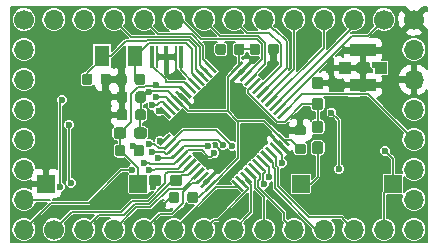
<source format=gbr>
G04 #@! TF.GenerationSoftware,KiCad,Pcbnew,5.0.0-rc2-unknown-a288d61~65~ubuntu18.04.1*
G04 #@! TF.CreationDate,2018-06-29T09:55:29+02:00*
G04 #@! TF.ProjectId,STM32_Sensor_V4,53544D33325F53656E736F725F56342E,rev?*
G04 #@! TF.SameCoordinates,Original*
G04 #@! TF.FileFunction,Copper,L1,Top,Signal*
G04 #@! TF.FilePolarity,Positive*
%FSLAX46Y46*%
G04 Gerber Fmt 4.6, Leading zero omitted, Abs format (unit mm)*
G04 Created by KiCad (PCBNEW 5.0.0-rc2-unknown-a288d61~65~ubuntu18.04.1) date Fri Jun 29 09:55:29 2018*
%MOMM*%
%LPD*%
G01*
G04 APERTURE LIST*
G04 #@! TA.AperFunction,SMDPad,CuDef*
%ADD10R,0.400000X1.900000*%
G04 #@! TD*
G04 #@! TA.AperFunction,ComponentPad*
%ADD11O,1.700000X1.700000*%
G04 #@! TD*
G04 #@! TA.AperFunction,ComponentPad*
%ADD12C,1.700000*%
G04 #@! TD*
G04 #@! TA.AperFunction,SMDPad,CuDef*
%ADD13R,1.500000X1.500000*%
G04 #@! TD*
G04 #@! TA.AperFunction,Conductor*
%ADD14C,0.100000*%
G04 #@! TD*
G04 #@! TA.AperFunction,SMDPad,CuDef*
%ADD15C,0.875000*%
G04 #@! TD*
G04 #@! TA.AperFunction,SMDPad,CuDef*
%ADD16C,0.950000*%
G04 #@! TD*
G04 #@! TA.AperFunction,SMDPad,CuDef*
%ADD17C,0.250000*%
G04 #@! TD*
G04 #@! TA.AperFunction,SMDPad,CuDef*
%ADD18R,1.300000X1.800000*%
G04 #@! TD*
G04 #@! TA.AperFunction,SMDPad,CuDef*
%ADD19R,2.200000X1.050000*%
G04 #@! TD*
G04 #@! TA.AperFunction,SMDPad,CuDef*
%ADD20R,1.000000X1.000000*%
G04 #@! TD*
G04 #@! TA.AperFunction,ViaPad*
%ADD21C,0.600000*%
G04 #@! TD*
G04 #@! TA.AperFunction,Conductor*
%ADD22C,0.127000*%
G04 #@! TD*
G04 APERTURE END LIST*
D10*
G04 #@! TO.P,Y2,1*
G04 #@! TO.N,OSC1*
X141430000Y-94860000D03*
G04 #@! TO.P,Y2,2*
G04 #@! TO.N,GND*
X140230000Y-94860000D03*
G04 #@! TO.P,Y2,3*
G04 #@! TO.N,OSC2*
X139030000Y-94860000D03*
G04 #@! TD*
D11*
G04 #@! TO.P,J1,8*
G04 #@! TO.N,PB0*
X128160000Y-109470000D03*
G04 #@! TO.P,J1,7*
G04 #@! TO.N,MOSI*
X128160000Y-106930000D03*
G04 #@! TO.P,J1,6*
G04 #@! TO.N,MISO*
X128160000Y-104390000D03*
G04 #@! TO.P,J1,5*
G04 #@! TO.N,SCK*
X128160000Y-101850000D03*
G04 #@! TO.P,J1,4*
G04 #@! TO.N,NSS*
X128160000Y-99310000D03*
G04 #@! TO.P,J1,3*
G04 #@! TO.N,PA3*
X128160000Y-96770000D03*
G04 #@! TO.P,J1,2*
G04 #@! TO.N,PA2*
X128160000Y-94230000D03*
D12*
G04 #@! TO.P,J1,1*
G04 #@! TO.N,PA1*
X128160000Y-91690000D03*
G04 #@! TD*
D11*
G04 #@! TO.P,J4,8*
G04 #@! TO.N,TX*
X161180000Y-109470000D03*
G04 #@! TO.P,J4,7*
G04 #@! TO.N,RX*
X161180000Y-106930000D03*
G04 #@! TO.P,J4,6*
G04 #@! TO.N,SWDIO*
X161180000Y-104390000D03*
G04 #@! TO.P,J4,5*
G04 #@! TO.N,SWDCLK*
X161180000Y-101850000D03*
G04 #@! TO.P,J4,4*
G04 #@! TO.N,+3V3*
X161180000Y-99310000D03*
G04 #@! TO.P,J4,3*
G04 #@! TO.N,GND*
X161180000Y-96770000D03*
G04 #@! TO.P,J4,2*
G04 #@! TO.N,ANT*
X161180000Y-94230000D03*
D12*
G04 #@! TO.P,J4,1*
G04 #@! TO.N,GND*
X161180000Y-91690000D03*
G04 #@! TD*
G04 #@! TO.P,J2,1*
G04 #@! TO.N,PB1*
X130700000Y-109470000D03*
D11*
G04 #@! TO.P,J2,2*
G04 #@! TO.N,PB2*
X133240000Y-109470000D03*
G04 #@! TO.P,J2,3*
G04 #@! TO.N,PB10*
X135780000Y-109470000D03*
G04 #@! TO.P,J2,4*
G04 #@! TO.N,PB11*
X138320000Y-109470000D03*
G04 #@! TO.P,J2,5*
G04 #@! TO.N,PB12*
X140860000Y-109470000D03*
G04 #@! TO.P,J2,6*
G04 #@! TO.N,PB13*
X143400000Y-109470000D03*
G04 #@! TO.P,J2,7*
G04 #@! TO.N,PB14*
X145940000Y-109470000D03*
G04 #@! TO.P,J2,8*
G04 #@! TO.N,PB15*
X148480000Y-109470000D03*
G04 #@! TO.P,J2,9*
G04 #@! TO.N,PA8*
X151020000Y-109470000D03*
G04 #@! TO.P,J2,10*
G04 #@! TO.N,PA11*
X153560000Y-109470000D03*
G04 #@! TO.P,J2,11*
G04 #@! TO.N,PA12*
X156100000Y-109470000D03*
G04 #@! TO.P,J2,12*
G04 #@! TO.N,+3V3*
X158640000Y-109470000D03*
G04 #@! TD*
D12*
G04 #@! TO.P,J3,1*
G04 #@! TO.N,PA15*
X158640000Y-91690000D03*
D11*
G04 #@! TO.P,J3,2*
G04 #@! TO.N,PB3*
X156100000Y-91690000D03*
G04 #@! TO.P,J3,3*
G04 #@! TO.N,PB4*
X153560000Y-91690000D03*
G04 #@! TO.P,J3,4*
G04 #@! TO.N,PB5*
X151020000Y-91690000D03*
G04 #@! TO.P,J3,5*
G04 #@! TO.N,PB6*
X148480000Y-91690000D03*
G04 #@! TO.P,J3,6*
G04 #@! TO.N,PB7*
X145940000Y-91690000D03*
G04 #@! TO.P,J3,7*
G04 #@! TO.N,PB8*
X143400000Y-91690000D03*
G04 #@! TO.P,J3,8*
G04 #@! TO.N,PB9*
X140860000Y-91690000D03*
G04 #@! TO.P,J3,9*
G04 #@! TO.N,VBAT*
X138320000Y-91690000D03*
G04 #@! TO.P,J3,10*
G04 #@! TO.N,PC13*
X135780000Y-91690000D03*
G04 #@! TO.P,J3,11*
G04 #@! TO.N,RST*
X133240000Y-91690000D03*
G04 #@! TO.P,J3,12*
G04 #@! TO.N,PA0*
X130700000Y-91690000D03*
G04 #@! TD*
D13*
G04 #@! TO.P,SW1,2*
G04 #@! TO.N,RST*
X137840000Y-105600000D03*
G04 #@! TO.P,SW1,1*
G04 #@! TO.N,GND*
X130040000Y-105600000D03*
G04 #@! TD*
D14*
G04 #@! TO.N,RST*
G04 #@! TO.C,C1*
G36*
X136552691Y-102326053D02*
X136573926Y-102329203D01*
X136594750Y-102334419D01*
X136614962Y-102341651D01*
X136634368Y-102350830D01*
X136652781Y-102361866D01*
X136670024Y-102374654D01*
X136685930Y-102389070D01*
X136700346Y-102404976D01*
X136713134Y-102422219D01*
X136724170Y-102440632D01*
X136733349Y-102460038D01*
X136740581Y-102480250D01*
X136745797Y-102501074D01*
X136748947Y-102522309D01*
X136750000Y-102543750D01*
X136750000Y-103056250D01*
X136748947Y-103077691D01*
X136745797Y-103098926D01*
X136740581Y-103119750D01*
X136733349Y-103139962D01*
X136724170Y-103159368D01*
X136713134Y-103177781D01*
X136700346Y-103195024D01*
X136685930Y-103210930D01*
X136670024Y-103225346D01*
X136652781Y-103238134D01*
X136634368Y-103249170D01*
X136614962Y-103258349D01*
X136594750Y-103265581D01*
X136573926Y-103270797D01*
X136552691Y-103273947D01*
X136531250Y-103275000D01*
X136093750Y-103275000D01*
X136072309Y-103273947D01*
X136051074Y-103270797D01*
X136030250Y-103265581D01*
X136010038Y-103258349D01*
X135990632Y-103249170D01*
X135972219Y-103238134D01*
X135954976Y-103225346D01*
X135939070Y-103210930D01*
X135924654Y-103195024D01*
X135911866Y-103177781D01*
X135900830Y-103159368D01*
X135891651Y-103139962D01*
X135884419Y-103119750D01*
X135879203Y-103098926D01*
X135876053Y-103077691D01*
X135875000Y-103056250D01*
X135875000Y-102543750D01*
X135876053Y-102522309D01*
X135879203Y-102501074D01*
X135884419Y-102480250D01*
X135891651Y-102460038D01*
X135900830Y-102440632D01*
X135911866Y-102422219D01*
X135924654Y-102404976D01*
X135939070Y-102389070D01*
X135954976Y-102374654D01*
X135972219Y-102361866D01*
X135990632Y-102350830D01*
X136010038Y-102341651D01*
X136030250Y-102334419D01*
X136051074Y-102329203D01*
X136072309Y-102326053D01*
X136093750Y-102325000D01*
X136531250Y-102325000D01*
X136552691Y-102326053D01*
X136552691Y-102326053D01*
G37*
D15*
G04 #@! TD*
G04 #@! TO.P,C1,1*
G04 #@! TO.N,RST*
X136312500Y-102800000D03*
D14*
G04 #@! TO.N,GND*
G04 #@! TO.C,C1*
G36*
X138127691Y-102326053D02*
X138148926Y-102329203D01*
X138169750Y-102334419D01*
X138189962Y-102341651D01*
X138209368Y-102350830D01*
X138227781Y-102361866D01*
X138245024Y-102374654D01*
X138260930Y-102389070D01*
X138275346Y-102404976D01*
X138288134Y-102422219D01*
X138299170Y-102440632D01*
X138308349Y-102460038D01*
X138315581Y-102480250D01*
X138320797Y-102501074D01*
X138323947Y-102522309D01*
X138325000Y-102543750D01*
X138325000Y-103056250D01*
X138323947Y-103077691D01*
X138320797Y-103098926D01*
X138315581Y-103119750D01*
X138308349Y-103139962D01*
X138299170Y-103159368D01*
X138288134Y-103177781D01*
X138275346Y-103195024D01*
X138260930Y-103210930D01*
X138245024Y-103225346D01*
X138227781Y-103238134D01*
X138209368Y-103249170D01*
X138189962Y-103258349D01*
X138169750Y-103265581D01*
X138148926Y-103270797D01*
X138127691Y-103273947D01*
X138106250Y-103275000D01*
X137668750Y-103275000D01*
X137647309Y-103273947D01*
X137626074Y-103270797D01*
X137605250Y-103265581D01*
X137585038Y-103258349D01*
X137565632Y-103249170D01*
X137547219Y-103238134D01*
X137529976Y-103225346D01*
X137514070Y-103210930D01*
X137499654Y-103195024D01*
X137486866Y-103177781D01*
X137475830Y-103159368D01*
X137466651Y-103139962D01*
X137459419Y-103119750D01*
X137454203Y-103098926D01*
X137451053Y-103077691D01*
X137450000Y-103056250D01*
X137450000Y-102543750D01*
X137451053Y-102522309D01*
X137454203Y-102501074D01*
X137459419Y-102480250D01*
X137466651Y-102460038D01*
X137475830Y-102440632D01*
X137486866Y-102422219D01*
X137499654Y-102404976D01*
X137514070Y-102389070D01*
X137529976Y-102374654D01*
X137547219Y-102361866D01*
X137565632Y-102350830D01*
X137585038Y-102341651D01*
X137605250Y-102334419D01*
X137626074Y-102329203D01*
X137647309Y-102326053D01*
X137668750Y-102325000D01*
X138106250Y-102325000D01*
X138127691Y-102326053D01*
X138127691Y-102326053D01*
G37*
D15*
G04 #@! TD*
G04 #@! TO.P,C1,2*
G04 #@! TO.N,GND*
X137887500Y-102800000D03*
D14*
G04 #@! TO.N,GND*
G04 #@! TO.C,C2*
G36*
X151827691Y-100626053D02*
X151848926Y-100629203D01*
X151869750Y-100634419D01*
X151889962Y-100641651D01*
X151909368Y-100650830D01*
X151927781Y-100661866D01*
X151945024Y-100674654D01*
X151960930Y-100689070D01*
X151975346Y-100704976D01*
X151988134Y-100722219D01*
X151999170Y-100740632D01*
X152008349Y-100760038D01*
X152015581Y-100780250D01*
X152020797Y-100801074D01*
X152023947Y-100822309D01*
X152025000Y-100843750D01*
X152025000Y-101281250D01*
X152023947Y-101302691D01*
X152020797Y-101323926D01*
X152015581Y-101344750D01*
X152008349Y-101364962D01*
X151999170Y-101384368D01*
X151988134Y-101402781D01*
X151975346Y-101420024D01*
X151960930Y-101435930D01*
X151945024Y-101450346D01*
X151927781Y-101463134D01*
X151909368Y-101474170D01*
X151889962Y-101483349D01*
X151869750Y-101490581D01*
X151848926Y-101495797D01*
X151827691Y-101498947D01*
X151806250Y-101500000D01*
X151293750Y-101500000D01*
X151272309Y-101498947D01*
X151251074Y-101495797D01*
X151230250Y-101490581D01*
X151210038Y-101483349D01*
X151190632Y-101474170D01*
X151172219Y-101463134D01*
X151154976Y-101450346D01*
X151139070Y-101435930D01*
X151124654Y-101420024D01*
X151111866Y-101402781D01*
X151100830Y-101384368D01*
X151091651Y-101364962D01*
X151084419Y-101344750D01*
X151079203Y-101323926D01*
X151076053Y-101302691D01*
X151075000Y-101281250D01*
X151075000Y-100843750D01*
X151076053Y-100822309D01*
X151079203Y-100801074D01*
X151084419Y-100780250D01*
X151091651Y-100760038D01*
X151100830Y-100740632D01*
X151111866Y-100722219D01*
X151124654Y-100704976D01*
X151139070Y-100689070D01*
X151154976Y-100674654D01*
X151172219Y-100661866D01*
X151190632Y-100650830D01*
X151210038Y-100641651D01*
X151230250Y-100634419D01*
X151251074Y-100629203D01*
X151272309Y-100626053D01*
X151293750Y-100625000D01*
X151806250Y-100625000D01*
X151827691Y-100626053D01*
X151827691Y-100626053D01*
G37*
D15*
G04 #@! TD*
G04 #@! TO.P,C2,2*
G04 #@! TO.N,GND*
X151550000Y-101062500D03*
D14*
G04 #@! TO.N,+3V3*
G04 #@! TO.C,C2*
G36*
X151827691Y-102201053D02*
X151848926Y-102204203D01*
X151869750Y-102209419D01*
X151889962Y-102216651D01*
X151909368Y-102225830D01*
X151927781Y-102236866D01*
X151945024Y-102249654D01*
X151960930Y-102264070D01*
X151975346Y-102279976D01*
X151988134Y-102297219D01*
X151999170Y-102315632D01*
X152008349Y-102335038D01*
X152015581Y-102355250D01*
X152020797Y-102376074D01*
X152023947Y-102397309D01*
X152025000Y-102418750D01*
X152025000Y-102856250D01*
X152023947Y-102877691D01*
X152020797Y-102898926D01*
X152015581Y-102919750D01*
X152008349Y-102939962D01*
X151999170Y-102959368D01*
X151988134Y-102977781D01*
X151975346Y-102995024D01*
X151960930Y-103010930D01*
X151945024Y-103025346D01*
X151927781Y-103038134D01*
X151909368Y-103049170D01*
X151889962Y-103058349D01*
X151869750Y-103065581D01*
X151848926Y-103070797D01*
X151827691Y-103073947D01*
X151806250Y-103075000D01*
X151293750Y-103075000D01*
X151272309Y-103073947D01*
X151251074Y-103070797D01*
X151230250Y-103065581D01*
X151210038Y-103058349D01*
X151190632Y-103049170D01*
X151172219Y-103038134D01*
X151154976Y-103025346D01*
X151139070Y-103010930D01*
X151124654Y-102995024D01*
X151111866Y-102977781D01*
X151100830Y-102959368D01*
X151091651Y-102939962D01*
X151084419Y-102919750D01*
X151079203Y-102898926D01*
X151076053Y-102877691D01*
X151075000Y-102856250D01*
X151075000Y-102418750D01*
X151076053Y-102397309D01*
X151079203Y-102376074D01*
X151084419Y-102355250D01*
X151091651Y-102335038D01*
X151100830Y-102315632D01*
X151111866Y-102297219D01*
X151124654Y-102279976D01*
X151139070Y-102264070D01*
X151154976Y-102249654D01*
X151172219Y-102236866D01*
X151190632Y-102225830D01*
X151210038Y-102216651D01*
X151230250Y-102209419D01*
X151251074Y-102204203D01*
X151272309Y-102201053D01*
X151293750Y-102200000D01*
X151806250Y-102200000D01*
X151827691Y-102201053D01*
X151827691Y-102201053D01*
G37*
D15*
G04 #@! TD*
G04 #@! TO.P,C2,1*
G04 #@! TO.N,+3V3*
X151550000Y-102637500D03*
D14*
G04 #@! TO.N,+3V3*
G04 #@! TO.C,C3*
G36*
X147952691Y-93726053D02*
X147973926Y-93729203D01*
X147994750Y-93734419D01*
X148014962Y-93741651D01*
X148034368Y-93750830D01*
X148052781Y-93761866D01*
X148070024Y-93774654D01*
X148085930Y-93789070D01*
X148100346Y-93804976D01*
X148113134Y-93822219D01*
X148124170Y-93840632D01*
X148133349Y-93860038D01*
X148140581Y-93880250D01*
X148145797Y-93901074D01*
X148148947Y-93922309D01*
X148150000Y-93943750D01*
X148150000Y-94456250D01*
X148148947Y-94477691D01*
X148145797Y-94498926D01*
X148140581Y-94519750D01*
X148133349Y-94539962D01*
X148124170Y-94559368D01*
X148113134Y-94577781D01*
X148100346Y-94595024D01*
X148085930Y-94610930D01*
X148070024Y-94625346D01*
X148052781Y-94638134D01*
X148034368Y-94649170D01*
X148014962Y-94658349D01*
X147994750Y-94665581D01*
X147973926Y-94670797D01*
X147952691Y-94673947D01*
X147931250Y-94675000D01*
X147493750Y-94675000D01*
X147472309Y-94673947D01*
X147451074Y-94670797D01*
X147430250Y-94665581D01*
X147410038Y-94658349D01*
X147390632Y-94649170D01*
X147372219Y-94638134D01*
X147354976Y-94625346D01*
X147339070Y-94610930D01*
X147324654Y-94595024D01*
X147311866Y-94577781D01*
X147300830Y-94559368D01*
X147291651Y-94539962D01*
X147284419Y-94519750D01*
X147279203Y-94498926D01*
X147276053Y-94477691D01*
X147275000Y-94456250D01*
X147275000Y-93943750D01*
X147276053Y-93922309D01*
X147279203Y-93901074D01*
X147284419Y-93880250D01*
X147291651Y-93860038D01*
X147300830Y-93840632D01*
X147311866Y-93822219D01*
X147324654Y-93804976D01*
X147339070Y-93789070D01*
X147354976Y-93774654D01*
X147372219Y-93761866D01*
X147390632Y-93750830D01*
X147410038Y-93741651D01*
X147430250Y-93734419D01*
X147451074Y-93729203D01*
X147472309Y-93726053D01*
X147493750Y-93725000D01*
X147931250Y-93725000D01*
X147952691Y-93726053D01*
X147952691Y-93726053D01*
G37*
D15*
G04 #@! TD*
G04 #@! TO.P,C3,1*
G04 #@! TO.N,+3V3*
X147712500Y-94200000D03*
D14*
G04 #@! TO.N,GND*
G04 #@! TO.C,C3*
G36*
X149527691Y-93726053D02*
X149548926Y-93729203D01*
X149569750Y-93734419D01*
X149589962Y-93741651D01*
X149609368Y-93750830D01*
X149627781Y-93761866D01*
X149645024Y-93774654D01*
X149660930Y-93789070D01*
X149675346Y-93804976D01*
X149688134Y-93822219D01*
X149699170Y-93840632D01*
X149708349Y-93860038D01*
X149715581Y-93880250D01*
X149720797Y-93901074D01*
X149723947Y-93922309D01*
X149725000Y-93943750D01*
X149725000Y-94456250D01*
X149723947Y-94477691D01*
X149720797Y-94498926D01*
X149715581Y-94519750D01*
X149708349Y-94539962D01*
X149699170Y-94559368D01*
X149688134Y-94577781D01*
X149675346Y-94595024D01*
X149660930Y-94610930D01*
X149645024Y-94625346D01*
X149627781Y-94638134D01*
X149609368Y-94649170D01*
X149589962Y-94658349D01*
X149569750Y-94665581D01*
X149548926Y-94670797D01*
X149527691Y-94673947D01*
X149506250Y-94675000D01*
X149068750Y-94675000D01*
X149047309Y-94673947D01*
X149026074Y-94670797D01*
X149005250Y-94665581D01*
X148985038Y-94658349D01*
X148965632Y-94649170D01*
X148947219Y-94638134D01*
X148929976Y-94625346D01*
X148914070Y-94610930D01*
X148899654Y-94595024D01*
X148886866Y-94577781D01*
X148875830Y-94559368D01*
X148866651Y-94539962D01*
X148859419Y-94519750D01*
X148854203Y-94498926D01*
X148851053Y-94477691D01*
X148850000Y-94456250D01*
X148850000Y-93943750D01*
X148851053Y-93922309D01*
X148854203Y-93901074D01*
X148859419Y-93880250D01*
X148866651Y-93860038D01*
X148875830Y-93840632D01*
X148886866Y-93822219D01*
X148899654Y-93804976D01*
X148914070Y-93789070D01*
X148929976Y-93774654D01*
X148947219Y-93761866D01*
X148965632Y-93750830D01*
X148985038Y-93741651D01*
X149005250Y-93734419D01*
X149026074Y-93729203D01*
X149047309Y-93726053D01*
X149068750Y-93725000D01*
X149506250Y-93725000D01*
X149527691Y-93726053D01*
X149527691Y-93726053D01*
G37*
D15*
G04 #@! TD*
G04 #@! TO.P,C3,2*
G04 #@! TO.N,GND*
X149287500Y-94200000D03*
D14*
G04 #@! TO.N,GND*
G04 #@! TO.C,C4*
G36*
X141102691Y-106276053D02*
X141123926Y-106279203D01*
X141144750Y-106284419D01*
X141164962Y-106291651D01*
X141184368Y-106300830D01*
X141202781Y-106311866D01*
X141220024Y-106324654D01*
X141235930Y-106339070D01*
X141250346Y-106354976D01*
X141263134Y-106372219D01*
X141274170Y-106390632D01*
X141283349Y-106410038D01*
X141290581Y-106430250D01*
X141295797Y-106451074D01*
X141298947Y-106472309D01*
X141300000Y-106493750D01*
X141300000Y-107006250D01*
X141298947Y-107027691D01*
X141295797Y-107048926D01*
X141290581Y-107069750D01*
X141283349Y-107089962D01*
X141274170Y-107109368D01*
X141263134Y-107127781D01*
X141250346Y-107145024D01*
X141235930Y-107160930D01*
X141220024Y-107175346D01*
X141202781Y-107188134D01*
X141184368Y-107199170D01*
X141164962Y-107208349D01*
X141144750Y-107215581D01*
X141123926Y-107220797D01*
X141102691Y-107223947D01*
X141081250Y-107225000D01*
X140643750Y-107225000D01*
X140622309Y-107223947D01*
X140601074Y-107220797D01*
X140580250Y-107215581D01*
X140560038Y-107208349D01*
X140540632Y-107199170D01*
X140522219Y-107188134D01*
X140504976Y-107175346D01*
X140489070Y-107160930D01*
X140474654Y-107145024D01*
X140461866Y-107127781D01*
X140450830Y-107109368D01*
X140441651Y-107089962D01*
X140434419Y-107069750D01*
X140429203Y-107048926D01*
X140426053Y-107027691D01*
X140425000Y-107006250D01*
X140425000Y-106493750D01*
X140426053Y-106472309D01*
X140429203Y-106451074D01*
X140434419Y-106430250D01*
X140441651Y-106410038D01*
X140450830Y-106390632D01*
X140461866Y-106372219D01*
X140474654Y-106354976D01*
X140489070Y-106339070D01*
X140504976Y-106324654D01*
X140522219Y-106311866D01*
X140540632Y-106300830D01*
X140560038Y-106291651D01*
X140580250Y-106284419D01*
X140601074Y-106279203D01*
X140622309Y-106276053D01*
X140643750Y-106275000D01*
X141081250Y-106275000D01*
X141102691Y-106276053D01*
X141102691Y-106276053D01*
G37*
D15*
G04 #@! TD*
G04 #@! TO.P,C4,2*
G04 #@! TO.N,GND*
X140862500Y-106750000D03*
D14*
G04 #@! TO.N,+3V3*
G04 #@! TO.C,C4*
G36*
X142677691Y-106276053D02*
X142698926Y-106279203D01*
X142719750Y-106284419D01*
X142739962Y-106291651D01*
X142759368Y-106300830D01*
X142777781Y-106311866D01*
X142795024Y-106324654D01*
X142810930Y-106339070D01*
X142825346Y-106354976D01*
X142838134Y-106372219D01*
X142849170Y-106390632D01*
X142858349Y-106410038D01*
X142865581Y-106430250D01*
X142870797Y-106451074D01*
X142873947Y-106472309D01*
X142875000Y-106493750D01*
X142875000Y-107006250D01*
X142873947Y-107027691D01*
X142870797Y-107048926D01*
X142865581Y-107069750D01*
X142858349Y-107089962D01*
X142849170Y-107109368D01*
X142838134Y-107127781D01*
X142825346Y-107145024D01*
X142810930Y-107160930D01*
X142795024Y-107175346D01*
X142777781Y-107188134D01*
X142759368Y-107199170D01*
X142739962Y-107208349D01*
X142719750Y-107215581D01*
X142698926Y-107220797D01*
X142677691Y-107223947D01*
X142656250Y-107225000D01*
X142218750Y-107225000D01*
X142197309Y-107223947D01*
X142176074Y-107220797D01*
X142155250Y-107215581D01*
X142135038Y-107208349D01*
X142115632Y-107199170D01*
X142097219Y-107188134D01*
X142079976Y-107175346D01*
X142064070Y-107160930D01*
X142049654Y-107145024D01*
X142036866Y-107127781D01*
X142025830Y-107109368D01*
X142016651Y-107089962D01*
X142009419Y-107069750D01*
X142004203Y-107048926D01*
X142001053Y-107027691D01*
X142000000Y-107006250D01*
X142000000Y-106493750D01*
X142001053Y-106472309D01*
X142004203Y-106451074D01*
X142009419Y-106430250D01*
X142016651Y-106410038D01*
X142025830Y-106390632D01*
X142036866Y-106372219D01*
X142049654Y-106354976D01*
X142064070Y-106339070D01*
X142079976Y-106324654D01*
X142097219Y-106311866D01*
X142115632Y-106300830D01*
X142135038Y-106291651D01*
X142155250Y-106284419D01*
X142176074Y-106279203D01*
X142197309Y-106276053D01*
X142218750Y-106275000D01*
X142656250Y-106275000D01*
X142677691Y-106276053D01*
X142677691Y-106276053D01*
G37*
D15*
G04 #@! TD*
G04 #@! TO.P,C4,1*
G04 #@! TO.N,+3V3*
X142437500Y-106750000D03*
D14*
G04 #@! TO.N,+3V3*
G04 #@! TO.C,C5*
G36*
X138277691Y-99276053D02*
X138298926Y-99279203D01*
X138319750Y-99284419D01*
X138339962Y-99291651D01*
X138359368Y-99300830D01*
X138377781Y-99311866D01*
X138395024Y-99324654D01*
X138410930Y-99339070D01*
X138425346Y-99354976D01*
X138438134Y-99372219D01*
X138449170Y-99390632D01*
X138458349Y-99410038D01*
X138465581Y-99430250D01*
X138470797Y-99451074D01*
X138473947Y-99472309D01*
X138475000Y-99493750D01*
X138475000Y-100006250D01*
X138473947Y-100027691D01*
X138470797Y-100048926D01*
X138465581Y-100069750D01*
X138458349Y-100089962D01*
X138449170Y-100109368D01*
X138438134Y-100127781D01*
X138425346Y-100145024D01*
X138410930Y-100160930D01*
X138395024Y-100175346D01*
X138377781Y-100188134D01*
X138359368Y-100199170D01*
X138339962Y-100208349D01*
X138319750Y-100215581D01*
X138298926Y-100220797D01*
X138277691Y-100223947D01*
X138256250Y-100225000D01*
X137818750Y-100225000D01*
X137797309Y-100223947D01*
X137776074Y-100220797D01*
X137755250Y-100215581D01*
X137735038Y-100208349D01*
X137715632Y-100199170D01*
X137697219Y-100188134D01*
X137679976Y-100175346D01*
X137664070Y-100160930D01*
X137649654Y-100145024D01*
X137636866Y-100127781D01*
X137625830Y-100109368D01*
X137616651Y-100089962D01*
X137609419Y-100069750D01*
X137604203Y-100048926D01*
X137601053Y-100027691D01*
X137600000Y-100006250D01*
X137600000Y-99493750D01*
X137601053Y-99472309D01*
X137604203Y-99451074D01*
X137609419Y-99430250D01*
X137616651Y-99410038D01*
X137625830Y-99390632D01*
X137636866Y-99372219D01*
X137649654Y-99354976D01*
X137664070Y-99339070D01*
X137679976Y-99324654D01*
X137697219Y-99311866D01*
X137715632Y-99300830D01*
X137735038Y-99291651D01*
X137755250Y-99284419D01*
X137776074Y-99279203D01*
X137797309Y-99276053D01*
X137818750Y-99275000D01*
X138256250Y-99275000D01*
X138277691Y-99276053D01*
X138277691Y-99276053D01*
G37*
D15*
G04 #@! TD*
G04 #@! TO.P,C5,1*
G04 #@! TO.N,+3V3*
X138037500Y-99750000D03*
D14*
G04 #@! TO.N,GND*
G04 #@! TO.C,C5*
G36*
X136702691Y-99276053D02*
X136723926Y-99279203D01*
X136744750Y-99284419D01*
X136764962Y-99291651D01*
X136784368Y-99300830D01*
X136802781Y-99311866D01*
X136820024Y-99324654D01*
X136835930Y-99339070D01*
X136850346Y-99354976D01*
X136863134Y-99372219D01*
X136874170Y-99390632D01*
X136883349Y-99410038D01*
X136890581Y-99430250D01*
X136895797Y-99451074D01*
X136898947Y-99472309D01*
X136900000Y-99493750D01*
X136900000Y-100006250D01*
X136898947Y-100027691D01*
X136895797Y-100048926D01*
X136890581Y-100069750D01*
X136883349Y-100089962D01*
X136874170Y-100109368D01*
X136863134Y-100127781D01*
X136850346Y-100145024D01*
X136835930Y-100160930D01*
X136820024Y-100175346D01*
X136802781Y-100188134D01*
X136784368Y-100199170D01*
X136764962Y-100208349D01*
X136744750Y-100215581D01*
X136723926Y-100220797D01*
X136702691Y-100223947D01*
X136681250Y-100225000D01*
X136243750Y-100225000D01*
X136222309Y-100223947D01*
X136201074Y-100220797D01*
X136180250Y-100215581D01*
X136160038Y-100208349D01*
X136140632Y-100199170D01*
X136122219Y-100188134D01*
X136104976Y-100175346D01*
X136089070Y-100160930D01*
X136074654Y-100145024D01*
X136061866Y-100127781D01*
X136050830Y-100109368D01*
X136041651Y-100089962D01*
X136034419Y-100069750D01*
X136029203Y-100048926D01*
X136026053Y-100027691D01*
X136025000Y-100006250D01*
X136025000Y-99493750D01*
X136026053Y-99472309D01*
X136029203Y-99451074D01*
X136034419Y-99430250D01*
X136041651Y-99410038D01*
X136050830Y-99390632D01*
X136061866Y-99372219D01*
X136074654Y-99354976D01*
X136089070Y-99339070D01*
X136104976Y-99324654D01*
X136122219Y-99311866D01*
X136140632Y-99300830D01*
X136160038Y-99291651D01*
X136180250Y-99284419D01*
X136201074Y-99279203D01*
X136222309Y-99276053D01*
X136243750Y-99275000D01*
X136681250Y-99275000D01*
X136702691Y-99276053D01*
X136702691Y-99276053D01*
G37*
D15*
G04 #@! TD*
G04 #@! TO.P,C5,2*
G04 #@! TO.N,GND*
X136462500Y-99750000D03*
D14*
G04 #@! TO.N,+3V3*
G04 #@! TO.C,C6*
G36*
X138277691Y-97776053D02*
X138298926Y-97779203D01*
X138319750Y-97784419D01*
X138339962Y-97791651D01*
X138359368Y-97800830D01*
X138377781Y-97811866D01*
X138395024Y-97824654D01*
X138410930Y-97839070D01*
X138425346Y-97854976D01*
X138438134Y-97872219D01*
X138449170Y-97890632D01*
X138458349Y-97910038D01*
X138465581Y-97930250D01*
X138470797Y-97951074D01*
X138473947Y-97972309D01*
X138475000Y-97993750D01*
X138475000Y-98506250D01*
X138473947Y-98527691D01*
X138470797Y-98548926D01*
X138465581Y-98569750D01*
X138458349Y-98589962D01*
X138449170Y-98609368D01*
X138438134Y-98627781D01*
X138425346Y-98645024D01*
X138410930Y-98660930D01*
X138395024Y-98675346D01*
X138377781Y-98688134D01*
X138359368Y-98699170D01*
X138339962Y-98708349D01*
X138319750Y-98715581D01*
X138298926Y-98720797D01*
X138277691Y-98723947D01*
X138256250Y-98725000D01*
X137818750Y-98725000D01*
X137797309Y-98723947D01*
X137776074Y-98720797D01*
X137755250Y-98715581D01*
X137735038Y-98708349D01*
X137715632Y-98699170D01*
X137697219Y-98688134D01*
X137679976Y-98675346D01*
X137664070Y-98660930D01*
X137649654Y-98645024D01*
X137636866Y-98627781D01*
X137625830Y-98609368D01*
X137616651Y-98589962D01*
X137609419Y-98569750D01*
X137604203Y-98548926D01*
X137601053Y-98527691D01*
X137600000Y-98506250D01*
X137600000Y-97993750D01*
X137601053Y-97972309D01*
X137604203Y-97951074D01*
X137609419Y-97930250D01*
X137616651Y-97910038D01*
X137625830Y-97890632D01*
X137636866Y-97872219D01*
X137649654Y-97854976D01*
X137664070Y-97839070D01*
X137679976Y-97824654D01*
X137697219Y-97811866D01*
X137715632Y-97800830D01*
X137735038Y-97791651D01*
X137755250Y-97784419D01*
X137776074Y-97779203D01*
X137797309Y-97776053D01*
X137818750Y-97775000D01*
X138256250Y-97775000D01*
X138277691Y-97776053D01*
X138277691Y-97776053D01*
G37*
D15*
G04 #@! TD*
G04 #@! TO.P,C6,1*
G04 #@! TO.N,+3V3*
X138037500Y-98250000D03*
D14*
G04 #@! TO.N,GND*
G04 #@! TO.C,C6*
G36*
X136702691Y-97776053D02*
X136723926Y-97779203D01*
X136744750Y-97784419D01*
X136764962Y-97791651D01*
X136784368Y-97800830D01*
X136802781Y-97811866D01*
X136820024Y-97824654D01*
X136835930Y-97839070D01*
X136850346Y-97854976D01*
X136863134Y-97872219D01*
X136874170Y-97890632D01*
X136883349Y-97910038D01*
X136890581Y-97930250D01*
X136895797Y-97951074D01*
X136898947Y-97972309D01*
X136900000Y-97993750D01*
X136900000Y-98506250D01*
X136898947Y-98527691D01*
X136895797Y-98548926D01*
X136890581Y-98569750D01*
X136883349Y-98589962D01*
X136874170Y-98609368D01*
X136863134Y-98627781D01*
X136850346Y-98645024D01*
X136835930Y-98660930D01*
X136820024Y-98675346D01*
X136802781Y-98688134D01*
X136784368Y-98699170D01*
X136764962Y-98708349D01*
X136744750Y-98715581D01*
X136723926Y-98720797D01*
X136702691Y-98723947D01*
X136681250Y-98725000D01*
X136243750Y-98725000D01*
X136222309Y-98723947D01*
X136201074Y-98720797D01*
X136180250Y-98715581D01*
X136160038Y-98708349D01*
X136140632Y-98699170D01*
X136122219Y-98688134D01*
X136104976Y-98675346D01*
X136089070Y-98660930D01*
X136074654Y-98645024D01*
X136061866Y-98627781D01*
X136050830Y-98609368D01*
X136041651Y-98589962D01*
X136034419Y-98569750D01*
X136029203Y-98548926D01*
X136026053Y-98527691D01*
X136025000Y-98506250D01*
X136025000Y-97993750D01*
X136026053Y-97972309D01*
X136029203Y-97951074D01*
X136034419Y-97930250D01*
X136041651Y-97910038D01*
X136050830Y-97890632D01*
X136061866Y-97872219D01*
X136074654Y-97854976D01*
X136089070Y-97839070D01*
X136104976Y-97824654D01*
X136122219Y-97811866D01*
X136140632Y-97800830D01*
X136160038Y-97791651D01*
X136180250Y-97784419D01*
X136201074Y-97779203D01*
X136222309Y-97776053D01*
X136243750Y-97775000D01*
X136681250Y-97775000D01*
X136702691Y-97776053D01*
X136702691Y-97776053D01*
G37*
D15*
G04 #@! TD*
G04 #@! TO.P,C6,2*
G04 #@! TO.N,GND*
X136462500Y-98250000D03*
D14*
G04 #@! TO.N,Net-(C7-Pad2)*
G04 #@! TO.C,C7*
G36*
X145052691Y-93726053D02*
X145073926Y-93729203D01*
X145094750Y-93734419D01*
X145114962Y-93741651D01*
X145134368Y-93750830D01*
X145152781Y-93761866D01*
X145170024Y-93774654D01*
X145185930Y-93789070D01*
X145200346Y-93804976D01*
X145213134Y-93822219D01*
X145224170Y-93840632D01*
X145233349Y-93860038D01*
X145240581Y-93880250D01*
X145245797Y-93901074D01*
X145248947Y-93922309D01*
X145250000Y-93943750D01*
X145250000Y-94456250D01*
X145248947Y-94477691D01*
X145245797Y-94498926D01*
X145240581Y-94519750D01*
X145233349Y-94539962D01*
X145224170Y-94559368D01*
X145213134Y-94577781D01*
X145200346Y-94595024D01*
X145185930Y-94610930D01*
X145170024Y-94625346D01*
X145152781Y-94638134D01*
X145134368Y-94649170D01*
X145114962Y-94658349D01*
X145094750Y-94665581D01*
X145073926Y-94670797D01*
X145052691Y-94673947D01*
X145031250Y-94675000D01*
X144593750Y-94675000D01*
X144572309Y-94673947D01*
X144551074Y-94670797D01*
X144530250Y-94665581D01*
X144510038Y-94658349D01*
X144490632Y-94649170D01*
X144472219Y-94638134D01*
X144454976Y-94625346D01*
X144439070Y-94610930D01*
X144424654Y-94595024D01*
X144411866Y-94577781D01*
X144400830Y-94559368D01*
X144391651Y-94539962D01*
X144384419Y-94519750D01*
X144379203Y-94498926D01*
X144376053Y-94477691D01*
X144375000Y-94456250D01*
X144375000Y-93943750D01*
X144376053Y-93922309D01*
X144379203Y-93901074D01*
X144384419Y-93880250D01*
X144391651Y-93860038D01*
X144400830Y-93840632D01*
X144411866Y-93822219D01*
X144424654Y-93804976D01*
X144439070Y-93789070D01*
X144454976Y-93774654D01*
X144472219Y-93761866D01*
X144490632Y-93750830D01*
X144510038Y-93741651D01*
X144530250Y-93734419D01*
X144551074Y-93729203D01*
X144572309Y-93726053D01*
X144593750Y-93725000D01*
X145031250Y-93725000D01*
X145052691Y-93726053D01*
X145052691Y-93726053D01*
G37*
D15*
G04 #@! TD*
G04 #@! TO.P,C7,2*
G04 #@! TO.N,Net-(C7-Pad2)*
X144812500Y-94200000D03*
D14*
G04 #@! TO.N,+3V3*
G04 #@! TO.C,C7*
G36*
X146627691Y-93726053D02*
X146648926Y-93729203D01*
X146669750Y-93734419D01*
X146689962Y-93741651D01*
X146709368Y-93750830D01*
X146727781Y-93761866D01*
X146745024Y-93774654D01*
X146760930Y-93789070D01*
X146775346Y-93804976D01*
X146788134Y-93822219D01*
X146799170Y-93840632D01*
X146808349Y-93860038D01*
X146815581Y-93880250D01*
X146820797Y-93901074D01*
X146823947Y-93922309D01*
X146825000Y-93943750D01*
X146825000Y-94456250D01*
X146823947Y-94477691D01*
X146820797Y-94498926D01*
X146815581Y-94519750D01*
X146808349Y-94539962D01*
X146799170Y-94559368D01*
X146788134Y-94577781D01*
X146775346Y-94595024D01*
X146760930Y-94610930D01*
X146745024Y-94625346D01*
X146727781Y-94638134D01*
X146709368Y-94649170D01*
X146689962Y-94658349D01*
X146669750Y-94665581D01*
X146648926Y-94670797D01*
X146627691Y-94673947D01*
X146606250Y-94675000D01*
X146168750Y-94675000D01*
X146147309Y-94673947D01*
X146126074Y-94670797D01*
X146105250Y-94665581D01*
X146085038Y-94658349D01*
X146065632Y-94649170D01*
X146047219Y-94638134D01*
X146029976Y-94625346D01*
X146014070Y-94610930D01*
X145999654Y-94595024D01*
X145986866Y-94577781D01*
X145975830Y-94559368D01*
X145966651Y-94539962D01*
X145959419Y-94519750D01*
X145954203Y-94498926D01*
X145951053Y-94477691D01*
X145950000Y-94456250D01*
X145950000Y-93943750D01*
X145951053Y-93922309D01*
X145954203Y-93901074D01*
X145959419Y-93880250D01*
X145966651Y-93860038D01*
X145975830Y-93840632D01*
X145986866Y-93822219D01*
X145999654Y-93804976D01*
X146014070Y-93789070D01*
X146029976Y-93774654D01*
X146047219Y-93761866D01*
X146065632Y-93750830D01*
X146085038Y-93741651D01*
X146105250Y-93734419D01*
X146126074Y-93729203D01*
X146147309Y-93726053D01*
X146168750Y-93725000D01*
X146606250Y-93725000D01*
X146627691Y-93726053D01*
X146627691Y-93726053D01*
G37*
D15*
G04 #@! TD*
G04 #@! TO.P,C7,1*
G04 #@! TO.N,+3V3*
X146387500Y-94200000D03*
D14*
G04 #@! TO.N,RTCOSC1*
G04 #@! TO.C,C8*
G36*
X133752691Y-96276053D02*
X133773926Y-96279203D01*
X133794750Y-96284419D01*
X133814962Y-96291651D01*
X133834368Y-96300830D01*
X133852781Y-96311866D01*
X133870024Y-96324654D01*
X133885930Y-96339070D01*
X133900346Y-96354976D01*
X133913134Y-96372219D01*
X133924170Y-96390632D01*
X133933349Y-96410038D01*
X133940581Y-96430250D01*
X133945797Y-96451074D01*
X133948947Y-96472309D01*
X133950000Y-96493750D01*
X133950000Y-97006250D01*
X133948947Y-97027691D01*
X133945797Y-97048926D01*
X133940581Y-97069750D01*
X133933349Y-97089962D01*
X133924170Y-97109368D01*
X133913134Y-97127781D01*
X133900346Y-97145024D01*
X133885930Y-97160930D01*
X133870024Y-97175346D01*
X133852781Y-97188134D01*
X133834368Y-97199170D01*
X133814962Y-97208349D01*
X133794750Y-97215581D01*
X133773926Y-97220797D01*
X133752691Y-97223947D01*
X133731250Y-97225000D01*
X133293750Y-97225000D01*
X133272309Y-97223947D01*
X133251074Y-97220797D01*
X133230250Y-97215581D01*
X133210038Y-97208349D01*
X133190632Y-97199170D01*
X133172219Y-97188134D01*
X133154976Y-97175346D01*
X133139070Y-97160930D01*
X133124654Y-97145024D01*
X133111866Y-97127781D01*
X133100830Y-97109368D01*
X133091651Y-97089962D01*
X133084419Y-97069750D01*
X133079203Y-97048926D01*
X133076053Y-97027691D01*
X133075000Y-97006250D01*
X133075000Y-96493750D01*
X133076053Y-96472309D01*
X133079203Y-96451074D01*
X133084419Y-96430250D01*
X133091651Y-96410038D01*
X133100830Y-96390632D01*
X133111866Y-96372219D01*
X133124654Y-96354976D01*
X133139070Y-96339070D01*
X133154976Y-96324654D01*
X133172219Y-96311866D01*
X133190632Y-96300830D01*
X133210038Y-96291651D01*
X133230250Y-96284419D01*
X133251074Y-96279203D01*
X133272309Y-96276053D01*
X133293750Y-96275000D01*
X133731250Y-96275000D01*
X133752691Y-96276053D01*
X133752691Y-96276053D01*
G37*
D15*
G04 #@! TD*
G04 #@! TO.P,C8,1*
G04 #@! TO.N,RTCOSC1*
X133512500Y-96750000D03*
D14*
G04 #@! TO.N,GND*
G04 #@! TO.C,C8*
G36*
X135327691Y-96276053D02*
X135348926Y-96279203D01*
X135369750Y-96284419D01*
X135389962Y-96291651D01*
X135409368Y-96300830D01*
X135427781Y-96311866D01*
X135445024Y-96324654D01*
X135460930Y-96339070D01*
X135475346Y-96354976D01*
X135488134Y-96372219D01*
X135499170Y-96390632D01*
X135508349Y-96410038D01*
X135515581Y-96430250D01*
X135520797Y-96451074D01*
X135523947Y-96472309D01*
X135525000Y-96493750D01*
X135525000Y-97006250D01*
X135523947Y-97027691D01*
X135520797Y-97048926D01*
X135515581Y-97069750D01*
X135508349Y-97089962D01*
X135499170Y-97109368D01*
X135488134Y-97127781D01*
X135475346Y-97145024D01*
X135460930Y-97160930D01*
X135445024Y-97175346D01*
X135427781Y-97188134D01*
X135409368Y-97199170D01*
X135389962Y-97208349D01*
X135369750Y-97215581D01*
X135348926Y-97220797D01*
X135327691Y-97223947D01*
X135306250Y-97225000D01*
X134868750Y-97225000D01*
X134847309Y-97223947D01*
X134826074Y-97220797D01*
X134805250Y-97215581D01*
X134785038Y-97208349D01*
X134765632Y-97199170D01*
X134747219Y-97188134D01*
X134729976Y-97175346D01*
X134714070Y-97160930D01*
X134699654Y-97145024D01*
X134686866Y-97127781D01*
X134675830Y-97109368D01*
X134666651Y-97089962D01*
X134659419Y-97069750D01*
X134654203Y-97048926D01*
X134651053Y-97027691D01*
X134650000Y-97006250D01*
X134650000Y-96493750D01*
X134651053Y-96472309D01*
X134654203Y-96451074D01*
X134659419Y-96430250D01*
X134666651Y-96410038D01*
X134675830Y-96390632D01*
X134686866Y-96372219D01*
X134699654Y-96354976D01*
X134714070Y-96339070D01*
X134729976Y-96324654D01*
X134747219Y-96311866D01*
X134765632Y-96300830D01*
X134785038Y-96291651D01*
X134805250Y-96284419D01*
X134826074Y-96279203D01*
X134847309Y-96276053D01*
X134868750Y-96275000D01*
X135306250Y-96275000D01*
X135327691Y-96276053D01*
X135327691Y-96276053D01*
G37*
D15*
G04 #@! TD*
G04 #@! TO.P,C8,2*
G04 #@! TO.N,GND*
X135087500Y-96750000D03*
D14*
G04 #@! TO.N,GND*
G04 #@! TO.C,C9*
G36*
X136652691Y-96276053D02*
X136673926Y-96279203D01*
X136694750Y-96284419D01*
X136714962Y-96291651D01*
X136734368Y-96300830D01*
X136752781Y-96311866D01*
X136770024Y-96324654D01*
X136785930Y-96339070D01*
X136800346Y-96354976D01*
X136813134Y-96372219D01*
X136824170Y-96390632D01*
X136833349Y-96410038D01*
X136840581Y-96430250D01*
X136845797Y-96451074D01*
X136848947Y-96472309D01*
X136850000Y-96493750D01*
X136850000Y-97006250D01*
X136848947Y-97027691D01*
X136845797Y-97048926D01*
X136840581Y-97069750D01*
X136833349Y-97089962D01*
X136824170Y-97109368D01*
X136813134Y-97127781D01*
X136800346Y-97145024D01*
X136785930Y-97160930D01*
X136770024Y-97175346D01*
X136752781Y-97188134D01*
X136734368Y-97199170D01*
X136714962Y-97208349D01*
X136694750Y-97215581D01*
X136673926Y-97220797D01*
X136652691Y-97223947D01*
X136631250Y-97225000D01*
X136193750Y-97225000D01*
X136172309Y-97223947D01*
X136151074Y-97220797D01*
X136130250Y-97215581D01*
X136110038Y-97208349D01*
X136090632Y-97199170D01*
X136072219Y-97188134D01*
X136054976Y-97175346D01*
X136039070Y-97160930D01*
X136024654Y-97145024D01*
X136011866Y-97127781D01*
X136000830Y-97109368D01*
X135991651Y-97089962D01*
X135984419Y-97069750D01*
X135979203Y-97048926D01*
X135976053Y-97027691D01*
X135975000Y-97006250D01*
X135975000Y-96493750D01*
X135976053Y-96472309D01*
X135979203Y-96451074D01*
X135984419Y-96430250D01*
X135991651Y-96410038D01*
X136000830Y-96390632D01*
X136011866Y-96372219D01*
X136024654Y-96354976D01*
X136039070Y-96339070D01*
X136054976Y-96324654D01*
X136072219Y-96311866D01*
X136090632Y-96300830D01*
X136110038Y-96291651D01*
X136130250Y-96284419D01*
X136151074Y-96279203D01*
X136172309Y-96276053D01*
X136193750Y-96275000D01*
X136631250Y-96275000D01*
X136652691Y-96276053D01*
X136652691Y-96276053D01*
G37*
D15*
G04 #@! TD*
G04 #@! TO.P,C9,2*
G04 #@! TO.N,GND*
X136412500Y-96750000D03*
D14*
G04 #@! TO.N,RTCOSC2*
G04 #@! TO.C,C9*
G36*
X138227691Y-96276053D02*
X138248926Y-96279203D01*
X138269750Y-96284419D01*
X138289962Y-96291651D01*
X138309368Y-96300830D01*
X138327781Y-96311866D01*
X138345024Y-96324654D01*
X138360930Y-96339070D01*
X138375346Y-96354976D01*
X138388134Y-96372219D01*
X138399170Y-96390632D01*
X138408349Y-96410038D01*
X138415581Y-96430250D01*
X138420797Y-96451074D01*
X138423947Y-96472309D01*
X138425000Y-96493750D01*
X138425000Y-97006250D01*
X138423947Y-97027691D01*
X138420797Y-97048926D01*
X138415581Y-97069750D01*
X138408349Y-97089962D01*
X138399170Y-97109368D01*
X138388134Y-97127781D01*
X138375346Y-97145024D01*
X138360930Y-97160930D01*
X138345024Y-97175346D01*
X138327781Y-97188134D01*
X138309368Y-97199170D01*
X138289962Y-97208349D01*
X138269750Y-97215581D01*
X138248926Y-97220797D01*
X138227691Y-97223947D01*
X138206250Y-97225000D01*
X137768750Y-97225000D01*
X137747309Y-97223947D01*
X137726074Y-97220797D01*
X137705250Y-97215581D01*
X137685038Y-97208349D01*
X137665632Y-97199170D01*
X137647219Y-97188134D01*
X137629976Y-97175346D01*
X137614070Y-97160930D01*
X137599654Y-97145024D01*
X137586866Y-97127781D01*
X137575830Y-97109368D01*
X137566651Y-97089962D01*
X137559419Y-97069750D01*
X137554203Y-97048926D01*
X137551053Y-97027691D01*
X137550000Y-97006250D01*
X137550000Y-96493750D01*
X137551053Y-96472309D01*
X137554203Y-96451074D01*
X137559419Y-96430250D01*
X137566651Y-96410038D01*
X137575830Y-96390632D01*
X137586866Y-96372219D01*
X137599654Y-96354976D01*
X137614070Y-96339070D01*
X137629976Y-96324654D01*
X137647219Y-96311866D01*
X137665632Y-96300830D01*
X137685038Y-96291651D01*
X137705250Y-96284419D01*
X137726074Y-96279203D01*
X137747309Y-96276053D01*
X137768750Y-96275000D01*
X138206250Y-96275000D01*
X138227691Y-96276053D01*
X138227691Y-96276053D01*
G37*
D15*
G04 #@! TD*
G04 #@! TO.P,C9,1*
G04 #@! TO.N,RTCOSC2*
X137987500Y-96750000D03*
D14*
G04 #@! TO.N,+3V3*
G04 #@! TO.C,R1*
G36*
X138335779Y-100826144D02*
X138358834Y-100829563D01*
X138381443Y-100835227D01*
X138403387Y-100843079D01*
X138424457Y-100853044D01*
X138444448Y-100865026D01*
X138463168Y-100878910D01*
X138480438Y-100894562D01*
X138496090Y-100911832D01*
X138509974Y-100930552D01*
X138521956Y-100950543D01*
X138531921Y-100971613D01*
X138539773Y-100993557D01*
X138545437Y-101016166D01*
X138548856Y-101039221D01*
X138550000Y-101062500D01*
X138550000Y-101537500D01*
X138548856Y-101560779D01*
X138545437Y-101583834D01*
X138539773Y-101606443D01*
X138531921Y-101628387D01*
X138521956Y-101649457D01*
X138509974Y-101669448D01*
X138496090Y-101688168D01*
X138480438Y-101705438D01*
X138463168Y-101721090D01*
X138444448Y-101734974D01*
X138424457Y-101746956D01*
X138403387Y-101756921D01*
X138381443Y-101764773D01*
X138358834Y-101770437D01*
X138335779Y-101773856D01*
X138312500Y-101775000D01*
X137737500Y-101775000D01*
X137714221Y-101773856D01*
X137691166Y-101770437D01*
X137668557Y-101764773D01*
X137646613Y-101756921D01*
X137625543Y-101746956D01*
X137605552Y-101734974D01*
X137586832Y-101721090D01*
X137569562Y-101705438D01*
X137553910Y-101688168D01*
X137540026Y-101669448D01*
X137528044Y-101649457D01*
X137518079Y-101628387D01*
X137510227Y-101606443D01*
X137504563Y-101583834D01*
X137501144Y-101560779D01*
X137500000Y-101537500D01*
X137500000Y-101062500D01*
X137501144Y-101039221D01*
X137504563Y-101016166D01*
X137510227Y-100993557D01*
X137518079Y-100971613D01*
X137528044Y-100950543D01*
X137540026Y-100930552D01*
X137553910Y-100911832D01*
X137569562Y-100894562D01*
X137586832Y-100878910D01*
X137605552Y-100865026D01*
X137625543Y-100853044D01*
X137646613Y-100843079D01*
X137668557Y-100835227D01*
X137691166Y-100829563D01*
X137714221Y-100826144D01*
X137737500Y-100825000D01*
X138312500Y-100825000D01*
X138335779Y-100826144D01*
X138335779Y-100826144D01*
G37*
D16*
G04 #@! TD*
G04 #@! TO.P,R1,1*
G04 #@! TO.N,+3V3*
X138025000Y-101300000D03*
D14*
G04 #@! TO.N,RST*
G04 #@! TO.C,R1*
G36*
X136585779Y-100826144D02*
X136608834Y-100829563D01*
X136631443Y-100835227D01*
X136653387Y-100843079D01*
X136674457Y-100853044D01*
X136694448Y-100865026D01*
X136713168Y-100878910D01*
X136730438Y-100894562D01*
X136746090Y-100911832D01*
X136759974Y-100930552D01*
X136771956Y-100950543D01*
X136781921Y-100971613D01*
X136789773Y-100993557D01*
X136795437Y-101016166D01*
X136798856Y-101039221D01*
X136800000Y-101062500D01*
X136800000Y-101537500D01*
X136798856Y-101560779D01*
X136795437Y-101583834D01*
X136789773Y-101606443D01*
X136781921Y-101628387D01*
X136771956Y-101649457D01*
X136759974Y-101669448D01*
X136746090Y-101688168D01*
X136730438Y-101705438D01*
X136713168Y-101721090D01*
X136694448Y-101734974D01*
X136674457Y-101746956D01*
X136653387Y-101756921D01*
X136631443Y-101764773D01*
X136608834Y-101770437D01*
X136585779Y-101773856D01*
X136562500Y-101775000D01*
X135987500Y-101775000D01*
X135964221Y-101773856D01*
X135941166Y-101770437D01*
X135918557Y-101764773D01*
X135896613Y-101756921D01*
X135875543Y-101746956D01*
X135855552Y-101734974D01*
X135836832Y-101721090D01*
X135819562Y-101705438D01*
X135803910Y-101688168D01*
X135790026Y-101669448D01*
X135778044Y-101649457D01*
X135768079Y-101628387D01*
X135760227Y-101606443D01*
X135754563Y-101583834D01*
X135751144Y-101560779D01*
X135750000Y-101537500D01*
X135750000Y-101062500D01*
X135751144Y-101039221D01*
X135754563Y-101016166D01*
X135760227Y-100993557D01*
X135768079Y-100971613D01*
X135778044Y-100950543D01*
X135790026Y-100930552D01*
X135803910Y-100911832D01*
X135819562Y-100894562D01*
X135836832Y-100878910D01*
X135855552Y-100865026D01*
X135875543Y-100853044D01*
X135896613Y-100843079D01*
X135918557Y-100835227D01*
X135941166Y-100829563D01*
X135964221Y-100826144D01*
X135987500Y-100825000D01*
X136562500Y-100825000D01*
X136585779Y-100826144D01*
X136585779Y-100826144D01*
G37*
D16*
G04 #@! TD*
G04 #@! TO.P,R1,2*
G04 #@! TO.N,RST*
X136275000Y-101300000D03*
D14*
G04 #@! TO.N,BOOT0*
G04 #@! TO.C,R2*
G36*
X153285779Y-100251144D02*
X153308834Y-100254563D01*
X153331443Y-100260227D01*
X153353387Y-100268079D01*
X153374457Y-100278044D01*
X153394448Y-100290026D01*
X153413168Y-100303910D01*
X153430438Y-100319562D01*
X153446090Y-100336832D01*
X153459974Y-100355552D01*
X153471956Y-100375543D01*
X153481921Y-100396613D01*
X153489773Y-100418557D01*
X153495437Y-100441166D01*
X153498856Y-100464221D01*
X153500000Y-100487500D01*
X153500000Y-101062500D01*
X153498856Y-101085779D01*
X153495437Y-101108834D01*
X153489773Y-101131443D01*
X153481921Y-101153387D01*
X153471956Y-101174457D01*
X153459974Y-101194448D01*
X153446090Y-101213168D01*
X153430438Y-101230438D01*
X153413168Y-101246090D01*
X153394448Y-101259974D01*
X153374457Y-101271956D01*
X153353387Y-101281921D01*
X153331443Y-101289773D01*
X153308834Y-101295437D01*
X153285779Y-101298856D01*
X153262500Y-101300000D01*
X152787500Y-101300000D01*
X152764221Y-101298856D01*
X152741166Y-101295437D01*
X152718557Y-101289773D01*
X152696613Y-101281921D01*
X152675543Y-101271956D01*
X152655552Y-101259974D01*
X152636832Y-101246090D01*
X152619562Y-101230438D01*
X152603910Y-101213168D01*
X152590026Y-101194448D01*
X152578044Y-101174457D01*
X152568079Y-101153387D01*
X152560227Y-101131443D01*
X152554563Y-101108834D01*
X152551144Y-101085779D01*
X152550000Y-101062500D01*
X152550000Y-100487500D01*
X152551144Y-100464221D01*
X152554563Y-100441166D01*
X152560227Y-100418557D01*
X152568079Y-100396613D01*
X152578044Y-100375543D01*
X152590026Y-100355552D01*
X152603910Y-100336832D01*
X152619562Y-100319562D01*
X152636832Y-100303910D01*
X152655552Y-100290026D01*
X152675543Y-100278044D01*
X152696613Y-100268079D01*
X152718557Y-100260227D01*
X152741166Y-100254563D01*
X152764221Y-100251144D01*
X152787500Y-100250000D01*
X153262500Y-100250000D01*
X153285779Y-100251144D01*
X153285779Y-100251144D01*
G37*
D16*
G04 #@! TD*
G04 #@! TO.P,R2,2*
G04 #@! TO.N,BOOT0*
X153025000Y-100775000D03*
D14*
G04 #@! TO.N,Net-(R2-Pad1)*
G04 #@! TO.C,R2*
G36*
X153285779Y-102001144D02*
X153308834Y-102004563D01*
X153331443Y-102010227D01*
X153353387Y-102018079D01*
X153374457Y-102028044D01*
X153394448Y-102040026D01*
X153413168Y-102053910D01*
X153430438Y-102069562D01*
X153446090Y-102086832D01*
X153459974Y-102105552D01*
X153471956Y-102125543D01*
X153481921Y-102146613D01*
X153489773Y-102168557D01*
X153495437Y-102191166D01*
X153498856Y-102214221D01*
X153500000Y-102237500D01*
X153500000Y-102812500D01*
X153498856Y-102835779D01*
X153495437Y-102858834D01*
X153489773Y-102881443D01*
X153481921Y-102903387D01*
X153471956Y-102924457D01*
X153459974Y-102944448D01*
X153446090Y-102963168D01*
X153430438Y-102980438D01*
X153413168Y-102996090D01*
X153394448Y-103009974D01*
X153374457Y-103021956D01*
X153353387Y-103031921D01*
X153331443Y-103039773D01*
X153308834Y-103045437D01*
X153285779Y-103048856D01*
X153262500Y-103050000D01*
X152787500Y-103050000D01*
X152764221Y-103048856D01*
X152741166Y-103045437D01*
X152718557Y-103039773D01*
X152696613Y-103031921D01*
X152675543Y-103021956D01*
X152655552Y-103009974D01*
X152636832Y-102996090D01*
X152619562Y-102980438D01*
X152603910Y-102963168D01*
X152590026Y-102944448D01*
X152578044Y-102924457D01*
X152568079Y-102903387D01*
X152560227Y-102881443D01*
X152554563Y-102858834D01*
X152551144Y-102835779D01*
X152550000Y-102812500D01*
X152550000Y-102237500D01*
X152551144Y-102214221D01*
X152554563Y-102191166D01*
X152560227Y-102168557D01*
X152568079Y-102146613D01*
X152578044Y-102125543D01*
X152590026Y-102105552D01*
X152603910Y-102086832D01*
X152619562Y-102069562D01*
X152636832Y-102053910D01*
X152655552Y-102040026D01*
X152675543Y-102028044D01*
X152696613Y-102018079D01*
X152718557Y-102010227D01*
X152741166Y-102004563D01*
X152764221Y-102001144D01*
X152787500Y-102000000D01*
X153262500Y-102000000D01*
X153285779Y-102001144D01*
X153285779Y-102001144D01*
G37*
D16*
G04 #@! TD*
G04 #@! TO.P,R2,1*
G04 #@! TO.N,Net-(R2-Pad1)*
X153025000Y-102525000D03*
D14*
G04 #@! TO.N,BOOT0*
G04 #@! TO.C,R3*
G36*
X153285779Y-98301144D02*
X153308834Y-98304563D01*
X153331443Y-98310227D01*
X153353387Y-98318079D01*
X153374457Y-98328044D01*
X153394448Y-98340026D01*
X153413168Y-98353910D01*
X153430438Y-98369562D01*
X153446090Y-98386832D01*
X153459974Y-98405552D01*
X153471956Y-98425543D01*
X153481921Y-98446613D01*
X153489773Y-98468557D01*
X153495437Y-98491166D01*
X153498856Y-98514221D01*
X153500000Y-98537500D01*
X153500000Y-99112500D01*
X153498856Y-99135779D01*
X153495437Y-99158834D01*
X153489773Y-99181443D01*
X153481921Y-99203387D01*
X153471956Y-99224457D01*
X153459974Y-99244448D01*
X153446090Y-99263168D01*
X153430438Y-99280438D01*
X153413168Y-99296090D01*
X153394448Y-99309974D01*
X153374457Y-99321956D01*
X153353387Y-99331921D01*
X153331443Y-99339773D01*
X153308834Y-99345437D01*
X153285779Y-99348856D01*
X153262500Y-99350000D01*
X152787500Y-99350000D01*
X152764221Y-99348856D01*
X152741166Y-99345437D01*
X152718557Y-99339773D01*
X152696613Y-99331921D01*
X152675543Y-99321956D01*
X152655552Y-99309974D01*
X152636832Y-99296090D01*
X152619562Y-99280438D01*
X152603910Y-99263168D01*
X152590026Y-99244448D01*
X152578044Y-99224457D01*
X152568079Y-99203387D01*
X152560227Y-99181443D01*
X152554563Y-99158834D01*
X152551144Y-99135779D01*
X152550000Y-99112500D01*
X152550000Y-98537500D01*
X152551144Y-98514221D01*
X152554563Y-98491166D01*
X152560227Y-98468557D01*
X152568079Y-98446613D01*
X152578044Y-98425543D01*
X152590026Y-98405552D01*
X152603910Y-98386832D01*
X152619562Y-98369562D01*
X152636832Y-98353910D01*
X152655552Y-98340026D01*
X152675543Y-98328044D01*
X152696613Y-98318079D01*
X152718557Y-98310227D01*
X152741166Y-98304563D01*
X152764221Y-98301144D01*
X152787500Y-98300000D01*
X153262500Y-98300000D01*
X153285779Y-98301144D01*
X153285779Y-98301144D01*
G37*
D16*
G04 #@! TD*
G04 #@! TO.P,R3,2*
G04 #@! TO.N,BOOT0*
X153025000Y-98825000D03*
D14*
G04 #@! TO.N,GND*
G04 #@! TO.C,R3*
G36*
X153285779Y-96551144D02*
X153308834Y-96554563D01*
X153331443Y-96560227D01*
X153353387Y-96568079D01*
X153374457Y-96578044D01*
X153394448Y-96590026D01*
X153413168Y-96603910D01*
X153430438Y-96619562D01*
X153446090Y-96636832D01*
X153459974Y-96655552D01*
X153471956Y-96675543D01*
X153481921Y-96696613D01*
X153489773Y-96718557D01*
X153495437Y-96741166D01*
X153498856Y-96764221D01*
X153500000Y-96787500D01*
X153500000Y-97362500D01*
X153498856Y-97385779D01*
X153495437Y-97408834D01*
X153489773Y-97431443D01*
X153481921Y-97453387D01*
X153471956Y-97474457D01*
X153459974Y-97494448D01*
X153446090Y-97513168D01*
X153430438Y-97530438D01*
X153413168Y-97546090D01*
X153394448Y-97559974D01*
X153374457Y-97571956D01*
X153353387Y-97581921D01*
X153331443Y-97589773D01*
X153308834Y-97595437D01*
X153285779Y-97598856D01*
X153262500Y-97600000D01*
X152787500Y-97600000D01*
X152764221Y-97598856D01*
X152741166Y-97595437D01*
X152718557Y-97589773D01*
X152696613Y-97581921D01*
X152675543Y-97571956D01*
X152655552Y-97559974D01*
X152636832Y-97546090D01*
X152619562Y-97530438D01*
X152603910Y-97513168D01*
X152590026Y-97494448D01*
X152578044Y-97474457D01*
X152568079Y-97453387D01*
X152560227Y-97431443D01*
X152554563Y-97408834D01*
X152551144Y-97385779D01*
X152550000Y-97362500D01*
X152550000Y-96787500D01*
X152551144Y-96764221D01*
X152554563Y-96741166D01*
X152560227Y-96718557D01*
X152568079Y-96696613D01*
X152578044Y-96675543D01*
X152590026Y-96655552D01*
X152603910Y-96636832D01*
X152619562Y-96619562D01*
X152636832Y-96603910D01*
X152655552Y-96590026D01*
X152675543Y-96578044D01*
X152696613Y-96568079D01*
X152718557Y-96560227D01*
X152741166Y-96554563D01*
X152764221Y-96551144D01*
X152787500Y-96550000D01*
X153262500Y-96550000D01*
X153285779Y-96551144D01*
X153285779Y-96551144D01*
G37*
D16*
G04 #@! TD*
G04 #@! TO.P,R3,1*
G04 #@! TO.N,GND*
X153025000Y-97075000D03*
D14*
G04 #@! TO.N,GND*
G04 #@! TO.C,R4*
G36*
X139585779Y-104826144D02*
X139608834Y-104829563D01*
X139631443Y-104835227D01*
X139653387Y-104843079D01*
X139674457Y-104853044D01*
X139694448Y-104865026D01*
X139713168Y-104878910D01*
X139730438Y-104894562D01*
X139746090Y-104911832D01*
X139759974Y-104930552D01*
X139771956Y-104950543D01*
X139781921Y-104971613D01*
X139789773Y-104993557D01*
X139795437Y-105016166D01*
X139798856Y-105039221D01*
X139800000Y-105062500D01*
X139800000Y-105537500D01*
X139798856Y-105560779D01*
X139795437Y-105583834D01*
X139789773Y-105606443D01*
X139781921Y-105628387D01*
X139771956Y-105649457D01*
X139759974Y-105669448D01*
X139746090Y-105688168D01*
X139730438Y-105705438D01*
X139713168Y-105721090D01*
X139694448Y-105734974D01*
X139674457Y-105746956D01*
X139653387Y-105756921D01*
X139631443Y-105764773D01*
X139608834Y-105770437D01*
X139585779Y-105773856D01*
X139562500Y-105775000D01*
X138987500Y-105775000D01*
X138964221Y-105773856D01*
X138941166Y-105770437D01*
X138918557Y-105764773D01*
X138896613Y-105756921D01*
X138875543Y-105746956D01*
X138855552Y-105734974D01*
X138836832Y-105721090D01*
X138819562Y-105705438D01*
X138803910Y-105688168D01*
X138790026Y-105669448D01*
X138778044Y-105649457D01*
X138768079Y-105628387D01*
X138760227Y-105606443D01*
X138754563Y-105583834D01*
X138751144Y-105560779D01*
X138750000Y-105537500D01*
X138750000Y-105062500D01*
X138751144Y-105039221D01*
X138754563Y-105016166D01*
X138760227Y-104993557D01*
X138768079Y-104971613D01*
X138778044Y-104950543D01*
X138790026Y-104930552D01*
X138803910Y-104911832D01*
X138819562Y-104894562D01*
X138836832Y-104878910D01*
X138855552Y-104865026D01*
X138875543Y-104853044D01*
X138896613Y-104843079D01*
X138918557Y-104835227D01*
X138941166Y-104829563D01*
X138964221Y-104826144D01*
X138987500Y-104825000D01*
X139562500Y-104825000D01*
X139585779Y-104826144D01*
X139585779Y-104826144D01*
G37*
D16*
G04 #@! TD*
G04 #@! TO.P,R4,1*
G04 #@! TO.N,GND*
X139275000Y-105300000D03*
D14*
G04 #@! TO.N,PB2*
G04 #@! TO.C,R4*
G36*
X141335779Y-104826144D02*
X141358834Y-104829563D01*
X141381443Y-104835227D01*
X141403387Y-104843079D01*
X141424457Y-104853044D01*
X141444448Y-104865026D01*
X141463168Y-104878910D01*
X141480438Y-104894562D01*
X141496090Y-104911832D01*
X141509974Y-104930552D01*
X141521956Y-104950543D01*
X141531921Y-104971613D01*
X141539773Y-104993557D01*
X141545437Y-105016166D01*
X141548856Y-105039221D01*
X141550000Y-105062500D01*
X141550000Y-105537500D01*
X141548856Y-105560779D01*
X141545437Y-105583834D01*
X141539773Y-105606443D01*
X141531921Y-105628387D01*
X141521956Y-105649457D01*
X141509974Y-105669448D01*
X141496090Y-105688168D01*
X141480438Y-105705438D01*
X141463168Y-105721090D01*
X141444448Y-105734974D01*
X141424457Y-105746956D01*
X141403387Y-105756921D01*
X141381443Y-105764773D01*
X141358834Y-105770437D01*
X141335779Y-105773856D01*
X141312500Y-105775000D01*
X140737500Y-105775000D01*
X140714221Y-105773856D01*
X140691166Y-105770437D01*
X140668557Y-105764773D01*
X140646613Y-105756921D01*
X140625543Y-105746956D01*
X140605552Y-105734974D01*
X140586832Y-105721090D01*
X140569562Y-105705438D01*
X140553910Y-105688168D01*
X140540026Y-105669448D01*
X140528044Y-105649457D01*
X140518079Y-105628387D01*
X140510227Y-105606443D01*
X140504563Y-105583834D01*
X140501144Y-105560779D01*
X140500000Y-105537500D01*
X140500000Y-105062500D01*
X140501144Y-105039221D01*
X140504563Y-105016166D01*
X140510227Y-104993557D01*
X140518079Y-104971613D01*
X140528044Y-104950543D01*
X140540026Y-104930552D01*
X140553910Y-104911832D01*
X140569562Y-104894562D01*
X140586832Y-104878910D01*
X140605552Y-104865026D01*
X140625543Y-104853044D01*
X140646613Y-104843079D01*
X140668557Y-104835227D01*
X140691166Y-104829563D01*
X140714221Y-104826144D01*
X140737500Y-104825000D01*
X141312500Y-104825000D01*
X141335779Y-104826144D01*
X141335779Y-104826144D01*
G37*
D16*
G04 #@! TD*
G04 #@! TO.P,R4,2*
G04 #@! TO.N,PB2*
X141025000Y-105300000D03*
D17*
G04 #@! TO.P,U1,1*
G04 #@! TO.N,VBAT*
X143993629Y-95704542D03*
D14*
G04 #@! TD*
G04 #@! TO.N,VBAT*
G04 #@! TO.C,U1*
G36*
X143445621Y-95333311D02*
X143622398Y-95156534D01*
X144541637Y-96075773D01*
X144364860Y-96252550D01*
X143445621Y-95333311D01*
X143445621Y-95333311D01*
G37*
D17*
G04 #@! TO.P,U1,2*
G04 #@! TO.N,PC13*
X143640076Y-96058095D03*
D14*
G04 #@! TD*
G04 #@! TO.N,PC13*
G04 #@! TO.C,U1*
G36*
X143092068Y-95686864D02*
X143268845Y-95510087D01*
X144188084Y-96429326D01*
X144011307Y-96606103D01*
X143092068Y-95686864D01*
X143092068Y-95686864D01*
G37*
D17*
G04 #@! TO.P,U1,3*
G04 #@! TO.N,RTCOSC1*
X143286522Y-96411649D03*
D14*
G04 #@! TD*
G04 #@! TO.N,RTCOSC1*
G04 #@! TO.C,U1*
G36*
X142738514Y-96040418D02*
X142915291Y-95863641D01*
X143834530Y-96782880D01*
X143657753Y-96959657D01*
X142738514Y-96040418D01*
X142738514Y-96040418D01*
G37*
D17*
G04 #@! TO.P,U1,4*
G04 #@! TO.N,RTCOSC2*
X142932969Y-96765202D03*
D14*
G04 #@! TD*
G04 #@! TO.N,RTCOSC2*
G04 #@! TO.C,U1*
G36*
X142384961Y-96393971D02*
X142561738Y-96217194D01*
X143480977Y-97136433D01*
X143304200Y-97313210D01*
X142384961Y-96393971D01*
X142384961Y-96393971D01*
G37*
D17*
G04 #@! TO.P,U1,5*
G04 #@! TO.N,OSC1*
X142579416Y-97118755D03*
D14*
G04 #@! TD*
G04 #@! TO.N,OSC1*
G04 #@! TO.C,U1*
G36*
X142031408Y-96747524D02*
X142208185Y-96570747D01*
X143127424Y-97489986D01*
X142950647Y-97666763D01*
X142031408Y-96747524D01*
X142031408Y-96747524D01*
G37*
D17*
G04 #@! TO.P,U1,6*
G04 #@! TO.N,OSC2*
X142225862Y-97472309D03*
D14*
G04 #@! TD*
G04 #@! TO.N,OSC2*
G04 #@! TO.C,U1*
G36*
X141677854Y-97101078D02*
X141854631Y-96924301D01*
X142773870Y-97843540D01*
X142597093Y-98020317D01*
X141677854Y-97101078D01*
X141677854Y-97101078D01*
G37*
D17*
G04 #@! TO.P,U1,7*
G04 #@! TO.N,RST*
X141872309Y-97825862D03*
D14*
G04 #@! TD*
G04 #@! TO.N,RST*
G04 #@! TO.C,U1*
G36*
X141324301Y-97454631D02*
X141501078Y-97277854D01*
X142420317Y-98197093D01*
X142243540Y-98373870D01*
X141324301Y-97454631D01*
X141324301Y-97454631D01*
G37*
D17*
G04 #@! TO.P,U1,8*
G04 #@! TO.N,GND*
X141518755Y-98179416D03*
D14*
G04 #@! TD*
G04 #@! TO.N,GND*
G04 #@! TO.C,U1*
G36*
X140970747Y-97808185D02*
X141147524Y-97631408D01*
X142066763Y-98550647D01*
X141889986Y-98727424D01*
X140970747Y-97808185D01*
X140970747Y-97808185D01*
G37*
D17*
G04 #@! TO.P,U1,9*
G04 #@! TO.N,+3V3*
X141165202Y-98532969D03*
D14*
G04 #@! TD*
G04 #@! TO.N,+3V3*
G04 #@! TO.C,U1*
G36*
X140617194Y-98161738D02*
X140793971Y-97984961D01*
X141713210Y-98904200D01*
X141536433Y-99080977D01*
X140617194Y-98161738D01*
X140617194Y-98161738D01*
G37*
D17*
G04 #@! TO.P,U1,10*
G04 #@! TO.N,PA0*
X140811649Y-98886522D03*
D14*
G04 #@! TD*
G04 #@! TO.N,PA0*
G04 #@! TO.C,U1*
G36*
X140263641Y-98515291D02*
X140440418Y-98338514D01*
X141359657Y-99257753D01*
X141182880Y-99434530D01*
X140263641Y-98515291D01*
X140263641Y-98515291D01*
G37*
D17*
G04 #@! TO.P,U1,11*
G04 #@! TO.N,PA1*
X140458095Y-99240076D03*
D14*
G04 #@! TD*
G04 #@! TO.N,PA1*
G04 #@! TO.C,U1*
G36*
X139910087Y-98868845D02*
X140086864Y-98692068D01*
X141006103Y-99611307D01*
X140829326Y-99788084D01*
X139910087Y-98868845D01*
X139910087Y-98868845D01*
G37*
D17*
G04 #@! TO.P,U1,12*
G04 #@! TO.N,PA2*
X140104542Y-99593629D03*
D14*
G04 #@! TD*
G04 #@! TO.N,PA2*
G04 #@! TO.C,U1*
G36*
X139556534Y-99222398D02*
X139733311Y-99045621D01*
X140652550Y-99964860D01*
X140475773Y-100141637D01*
X139556534Y-99222398D01*
X139556534Y-99222398D01*
G37*
D17*
G04 #@! TO.P,U1,13*
G04 #@! TO.N,PA3*
X140104542Y-101856371D03*
D14*
G04 #@! TD*
G04 #@! TO.N,PA3*
G04 #@! TO.C,U1*
G36*
X139733311Y-102404379D02*
X139556534Y-102227602D01*
X140475773Y-101308363D01*
X140652550Y-101485140D01*
X139733311Y-102404379D01*
X139733311Y-102404379D01*
G37*
D17*
G04 #@! TO.P,U1,14*
G04 #@! TO.N,NSS*
X140458095Y-102209924D03*
D14*
G04 #@! TD*
G04 #@! TO.N,NSS*
G04 #@! TO.C,U1*
G36*
X140086864Y-102757932D02*
X139910087Y-102581155D01*
X140829326Y-101661916D01*
X141006103Y-101838693D01*
X140086864Y-102757932D01*
X140086864Y-102757932D01*
G37*
D17*
G04 #@! TO.P,U1,15*
G04 #@! TO.N,SCK*
X140811649Y-102563478D03*
D14*
G04 #@! TD*
G04 #@! TO.N,SCK*
G04 #@! TO.C,U1*
G36*
X140440418Y-103111486D02*
X140263641Y-102934709D01*
X141182880Y-102015470D01*
X141359657Y-102192247D01*
X140440418Y-103111486D01*
X140440418Y-103111486D01*
G37*
D17*
G04 #@! TO.P,U1,16*
G04 #@! TO.N,MISO*
X141165202Y-102917031D03*
D14*
G04 #@! TD*
G04 #@! TO.N,MISO*
G04 #@! TO.C,U1*
G36*
X140793971Y-103465039D02*
X140617194Y-103288262D01*
X141536433Y-102369023D01*
X141713210Y-102545800D01*
X140793971Y-103465039D01*
X140793971Y-103465039D01*
G37*
D17*
G04 #@! TO.P,U1,17*
G04 #@! TO.N,MOSI*
X141518755Y-103270584D03*
D14*
G04 #@! TD*
G04 #@! TO.N,MOSI*
G04 #@! TO.C,U1*
G36*
X141147524Y-103818592D02*
X140970747Y-103641815D01*
X141889986Y-102722576D01*
X142066763Y-102899353D01*
X141147524Y-103818592D01*
X141147524Y-103818592D01*
G37*
D17*
G04 #@! TO.P,U1,18*
G04 #@! TO.N,PB0*
X141872309Y-103624138D03*
D14*
G04 #@! TD*
G04 #@! TO.N,PB0*
G04 #@! TO.C,U1*
G36*
X141501078Y-104172146D02*
X141324301Y-103995369D01*
X142243540Y-103076130D01*
X142420317Y-103252907D01*
X141501078Y-104172146D01*
X141501078Y-104172146D01*
G37*
D17*
G04 #@! TO.P,U1,19*
G04 #@! TO.N,PB1*
X142225862Y-103977691D03*
D14*
G04 #@! TD*
G04 #@! TO.N,PB1*
G04 #@! TO.C,U1*
G36*
X141854631Y-104525699D02*
X141677854Y-104348922D01*
X142597093Y-103429683D01*
X142773870Y-103606460D01*
X141854631Y-104525699D01*
X141854631Y-104525699D01*
G37*
D17*
G04 #@! TO.P,U1,20*
G04 #@! TO.N,PB2*
X142579416Y-104331245D03*
D14*
G04 #@! TD*
G04 #@! TO.N,PB2*
G04 #@! TO.C,U1*
G36*
X142208185Y-104879253D02*
X142031408Y-104702476D01*
X142950647Y-103783237D01*
X143127424Y-103960014D01*
X142208185Y-104879253D01*
X142208185Y-104879253D01*
G37*
D17*
G04 #@! TO.P,U1,21*
G04 #@! TO.N,PB10*
X142932969Y-104684798D03*
D14*
G04 #@! TD*
G04 #@! TO.N,PB10*
G04 #@! TO.C,U1*
G36*
X142561738Y-105232806D02*
X142384961Y-105056029D01*
X143304200Y-104136790D01*
X143480977Y-104313567D01*
X142561738Y-105232806D01*
X142561738Y-105232806D01*
G37*
D17*
G04 #@! TO.P,U1,22*
G04 #@! TO.N,PB11*
X143286522Y-105038351D03*
D14*
G04 #@! TD*
G04 #@! TO.N,PB11*
G04 #@! TO.C,U1*
G36*
X142915291Y-105586359D02*
X142738514Y-105409582D01*
X143657753Y-104490343D01*
X143834530Y-104667120D01*
X142915291Y-105586359D01*
X142915291Y-105586359D01*
G37*
D17*
G04 #@! TO.P,U1,23*
G04 #@! TO.N,GND*
X143640076Y-105391905D03*
D14*
G04 #@! TD*
G04 #@! TO.N,GND*
G04 #@! TO.C,U1*
G36*
X143268845Y-105939913D02*
X143092068Y-105763136D01*
X144011307Y-104843897D01*
X144188084Y-105020674D01*
X143268845Y-105939913D01*
X143268845Y-105939913D01*
G37*
D17*
G04 #@! TO.P,U1,24*
G04 #@! TO.N,+3V3*
X143993629Y-105745458D03*
D14*
G04 #@! TD*
G04 #@! TO.N,+3V3*
G04 #@! TO.C,U1*
G36*
X143622398Y-106293466D02*
X143445621Y-106116689D01*
X144364860Y-105197450D01*
X144541637Y-105374227D01*
X143622398Y-106293466D01*
X143622398Y-106293466D01*
G37*
D17*
G04 #@! TO.P,U1,25*
G04 #@! TO.N,PB12*
X146256371Y-105745458D03*
D14*
G04 #@! TD*
G04 #@! TO.N,PB12*
G04 #@! TO.C,U1*
G36*
X145708363Y-105374227D02*
X145885140Y-105197450D01*
X146804379Y-106116689D01*
X146627602Y-106293466D01*
X145708363Y-105374227D01*
X145708363Y-105374227D01*
G37*
D17*
G04 #@! TO.P,U1,26*
G04 #@! TO.N,PB13*
X146609924Y-105391905D03*
D14*
G04 #@! TD*
G04 #@! TO.N,PB13*
G04 #@! TO.C,U1*
G36*
X146061916Y-105020674D02*
X146238693Y-104843897D01*
X147157932Y-105763136D01*
X146981155Y-105939913D01*
X146061916Y-105020674D01*
X146061916Y-105020674D01*
G37*
D17*
G04 #@! TO.P,U1,27*
G04 #@! TO.N,PB14*
X146963478Y-105038351D03*
D14*
G04 #@! TD*
G04 #@! TO.N,PB14*
G04 #@! TO.C,U1*
G36*
X146415470Y-104667120D02*
X146592247Y-104490343D01*
X147511486Y-105409582D01*
X147334709Y-105586359D01*
X146415470Y-104667120D01*
X146415470Y-104667120D01*
G37*
D17*
G04 #@! TO.P,U1,28*
G04 #@! TO.N,PB15*
X147317031Y-104684798D03*
D14*
G04 #@! TD*
G04 #@! TO.N,PB15*
G04 #@! TO.C,U1*
G36*
X146769023Y-104313567D02*
X146945800Y-104136790D01*
X147865039Y-105056029D01*
X147688262Y-105232806D01*
X146769023Y-104313567D01*
X146769023Y-104313567D01*
G37*
D17*
G04 #@! TO.P,U1,29*
G04 #@! TO.N,PA8*
X147670584Y-104331245D03*
D14*
G04 #@! TD*
G04 #@! TO.N,PA8*
G04 #@! TO.C,U1*
G36*
X147122576Y-103960014D02*
X147299353Y-103783237D01*
X148218592Y-104702476D01*
X148041815Y-104879253D01*
X147122576Y-103960014D01*
X147122576Y-103960014D01*
G37*
D17*
G04 #@! TO.P,U1,30*
G04 #@! TO.N,TX*
X148024138Y-103977691D03*
D14*
G04 #@! TD*
G04 #@! TO.N,TX*
G04 #@! TO.C,U1*
G36*
X147476130Y-103606460D02*
X147652907Y-103429683D01*
X148572146Y-104348922D01*
X148395369Y-104525699D01*
X147476130Y-103606460D01*
X147476130Y-103606460D01*
G37*
D17*
G04 #@! TO.P,U1,31*
G04 #@! TO.N,RX*
X148377691Y-103624138D03*
D14*
G04 #@! TD*
G04 #@! TO.N,RX*
G04 #@! TO.C,U1*
G36*
X147829683Y-103252907D02*
X148006460Y-103076130D01*
X148925699Y-103995369D01*
X148748922Y-104172146D01*
X147829683Y-103252907D01*
X147829683Y-103252907D01*
G37*
D17*
G04 #@! TO.P,U1,32*
G04 #@! TO.N,PA11*
X148731245Y-103270584D03*
D14*
G04 #@! TD*
G04 #@! TO.N,PA11*
G04 #@! TO.C,U1*
G36*
X148183237Y-102899353D02*
X148360014Y-102722576D01*
X149279253Y-103641815D01*
X149102476Y-103818592D01*
X148183237Y-102899353D01*
X148183237Y-102899353D01*
G37*
D17*
G04 #@! TO.P,U1,33*
G04 #@! TO.N,PA12*
X149084798Y-102917031D03*
D14*
G04 #@! TD*
G04 #@! TO.N,PA12*
G04 #@! TO.C,U1*
G36*
X148536790Y-102545800D02*
X148713567Y-102369023D01*
X149632806Y-103288262D01*
X149456029Y-103465039D01*
X148536790Y-102545800D01*
X148536790Y-102545800D01*
G37*
D17*
G04 #@! TO.P,U1,34*
G04 #@! TO.N,SWDIO*
X149438351Y-102563478D03*
D14*
G04 #@! TD*
G04 #@! TO.N,SWDIO*
G04 #@! TO.C,U1*
G36*
X148890343Y-102192247D02*
X149067120Y-102015470D01*
X149986359Y-102934709D01*
X149809582Y-103111486D01*
X148890343Y-102192247D01*
X148890343Y-102192247D01*
G37*
D17*
G04 #@! TO.P,U1,35*
G04 #@! TO.N,GND*
X149791905Y-102209924D03*
D14*
G04 #@! TD*
G04 #@! TO.N,GND*
G04 #@! TO.C,U1*
G36*
X149243897Y-101838693D02*
X149420674Y-101661916D01*
X150339913Y-102581155D01*
X150163136Y-102757932D01*
X149243897Y-101838693D01*
X149243897Y-101838693D01*
G37*
D17*
G04 #@! TO.P,U1,36*
G04 #@! TO.N,+3V3*
X150145458Y-101856371D03*
D14*
G04 #@! TD*
G04 #@! TO.N,+3V3*
G04 #@! TO.C,U1*
G36*
X149597450Y-101485140D02*
X149774227Y-101308363D01*
X150693466Y-102227602D01*
X150516689Y-102404379D01*
X149597450Y-101485140D01*
X149597450Y-101485140D01*
G37*
D17*
G04 #@! TO.P,U1,37*
G04 #@! TO.N,SWDCLK*
X150145458Y-99593629D03*
D14*
G04 #@! TD*
G04 #@! TO.N,SWDCLK*
G04 #@! TO.C,U1*
G36*
X149774227Y-100141637D02*
X149597450Y-99964860D01*
X150516689Y-99045621D01*
X150693466Y-99222398D01*
X149774227Y-100141637D01*
X149774227Y-100141637D01*
G37*
D17*
G04 #@! TO.P,U1,38*
G04 #@! TO.N,PA15*
X149791905Y-99240076D03*
D14*
G04 #@! TD*
G04 #@! TO.N,PA15*
G04 #@! TO.C,U1*
G36*
X149420674Y-99788084D02*
X149243897Y-99611307D01*
X150163136Y-98692068D01*
X150339913Y-98868845D01*
X149420674Y-99788084D01*
X149420674Y-99788084D01*
G37*
D17*
G04 #@! TO.P,U1,39*
G04 #@! TO.N,PB3*
X149438351Y-98886522D03*
D14*
G04 #@! TD*
G04 #@! TO.N,PB3*
G04 #@! TO.C,U1*
G36*
X149067120Y-99434530D02*
X148890343Y-99257753D01*
X149809582Y-98338514D01*
X149986359Y-98515291D01*
X149067120Y-99434530D01*
X149067120Y-99434530D01*
G37*
D17*
G04 #@! TO.P,U1,40*
G04 #@! TO.N,PB4*
X149084798Y-98532969D03*
D14*
G04 #@! TD*
G04 #@! TO.N,PB4*
G04 #@! TO.C,U1*
G36*
X148713567Y-99080977D02*
X148536790Y-98904200D01*
X149456029Y-97984961D01*
X149632806Y-98161738D01*
X148713567Y-99080977D01*
X148713567Y-99080977D01*
G37*
D17*
G04 #@! TO.P,U1,41*
G04 #@! TO.N,PB5*
X148731245Y-98179416D03*
D14*
G04 #@! TD*
G04 #@! TO.N,PB5*
G04 #@! TO.C,U1*
G36*
X148360014Y-98727424D02*
X148183237Y-98550647D01*
X149102476Y-97631408D01*
X149279253Y-97808185D01*
X148360014Y-98727424D01*
X148360014Y-98727424D01*
G37*
D17*
G04 #@! TO.P,U1,42*
G04 #@! TO.N,PB6*
X148377691Y-97825862D03*
D14*
G04 #@! TD*
G04 #@! TO.N,PB6*
G04 #@! TO.C,U1*
G36*
X148006460Y-98373870D02*
X147829683Y-98197093D01*
X148748922Y-97277854D01*
X148925699Y-97454631D01*
X148006460Y-98373870D01*
X148006460Y-98373870D01*
G37*
D17*
G04 #@! TO.P,U1,43*
G04 #@! TO.N,PB7*
X148024138Y-97472309D03*
D14*
G04 #@! TD*
G04 #@! TO.N,PB7*
G04 #@! TO.C,U1*
G36*
X147652907Y-98020317D02*
X147476130Y-97843540D01*
X148395369Y-96924301D01*
X148572146Y-97101078D01*
X147652907Y-98020317D01*
X147652907Y-98020317D01*
G37*
D17*
G04 #@! TO.P,U1,44*
G04 #@! TO.N,BOOT0*
X147670584Y-97118755D03*
D14*
G04 #@! TD*
G04 #@! TO.N,BOOT0*
G04 #@! TO.C,U1*
G36*
X147299353Y-97666763D02*
X147122576Y-97489986D01*
X148041815Y-96570747D01*
X148218592Y-96747524D01*
X147299353Y-97666763D01*
X147299353Y-97666763D01*
G37*
D17*
G04 #@! TO.P,U1,45*
G04 #@! TO.N,PB8*
X147317031Y-96765202D03*
D14*
G04 #@! TD*
G04 #@! TO.N,PB8*
G04 #@! TO.C,U1*
G36*
X146945800Y-97313210D02*
X146769023Y-97136433D01*
X147688262Y-96217194D01*
X147865039Y-96393971D01*
X146945800Y-97313210D01*
X146945800Y-97313210D01*
G37*
D17*
G04 #@! TO.P,U1,46*
G04 #@! TO.N,PB9*
X146963478Y-96411649D03*
D14*
G04 #@! TD*
G04 #@! TO.N,PB9*
G04 #@! TO.C,U1*
G36*
X146592247Y-96959657D02*
X146415470Y-96782880D01*
X147334709Y-95863641D01*
X147511486Y-96040418D01*
X146592247Y-96959657D01*
X146592247Y-96959657D01*
G37*
D17*
G04 #@! TO.P,U1,47*
G04 #@! TO.N,GND*
X146609924Y-96058095D03*
D14*
G04 #@! TD*
G04 #@! TO.N,GND*
G04 #@! TO.C,U1*
G36*
X146238693Y-96606103D02*
X146061916Y-96429326D01*
X146981155Y-95510087D01*
X147157932Y-95686864D01*
X146238693Y-96606103D01*
X146238693Y-96606103D01*
G37*
D17*
G04 #@! TO.P,U1,48*
G04 #@! TO.N,+3V3*
X146256371Y-95704542D03*
D14*
G04 #@! TD*
G04 #@! TO.N,+3V3*
G04 #@! TO.C,U1*
G36*
X145885140Y-96252550D02*
X145708363Y-96075773D01*
X146627602Y-95156534D01*
X146804379Y-95333311D01*
X145885140Y-96252550D01*
X145885140Y-96252550D01*
G37*
D18*
G04 #@! TO.P,Y1,2*
G04 #@! TO.N,RTCOSC2*
X137550000Y-94750000D03*
G04 #@! TO.P,Y1,1*
G04 #@! TO.N,RTCOSC1*
X134750000Y-94750000D03*
G04 #@! TD*
D19*
G04 #@! TO.P,J5,2*
G04 #@! TO.N,GND*
X156860000Y-97245000D03*
X156860000Y-94295000D03*
D20*
X155360000Y-95770000D03*
G04 #@! TO.P,J5,1*
G04 #@! TO.N,ANT*
X158360000Y-95770000D03*
G04 #@! TD*
D13*
G04 #@! TO.P,SW2,1*
G04 #@! TO.N,Net-(R2-Pad1)*
X151590000Y-105590000D03*
G04 #@! TO.P,SW2,2*
G04 #@! TO.N,+3V3*
X159390000Y-105590000D03*
G04 #@! TD*
D21*
G04 #@! TO.N,GND*
X140180000Y-94870000D03*
X148250000Y-101250000D03*
X146850000Y-99000000D03*
X149350000Y-94800000D03*
X145630000Y-100620000D03*
X144850000Y-103690000D03*
X139928682Y-107406108D03*
X139080000Y-105870000D03*
X145210000Y-95350000D03*
X137414000Y-102362000D03*
G04 #@! TO.N,+3V3*
X158724966Y-102820000D03*
X151520000Y-102580000D03*
X138780000Y-97840000D03*
G04 #@! TO.N,SWDIO*
X150020236Y-103836944D03*
G04 #@! TO.N,RX*
X148892004Y-105013641D03*
G04 #@! TO.N,TX*
X148470698Y-105606133D03*
G04 #@! TO.N,PB0*
X138713748Y-104441312D03*
X137292853Y-104416540D03*
G04 #@! TO.N,PA1*
X139033156Y-98939183D03*
G04 #@! TO.N,PA0*
X139353648Y-98286626D03*
G04 #@! TO.N,MOSI*
X138330000Y-103810000D03*
X144292508Y-102989097D03*
G04 #@! TO.N,MISO*
X139536838Y-103424500D03*
X143728792Y-102390000D03*
G04 #@! TO.N,SCK*
X138989987Y-102933673D03*
X145001453Y-102310249D03*
X154860000Y-104370000D03*
X154190000Y-99560000D03*
G04 #@! TO.N,NSS*
X145800247Y-102390511D03*
X138750000Y-102200000D03*
G04 #@! TO.N,RST*
X139350000Y-97200000D03*
G04 #@! TO.N,PA2*
X139585606Y-99411777D03*
X131220000Y-105880000D03*
X131390000Y-98510000D03*
G04 #@! TO.N,PA3*
X139702589Y-101949394D03*
X131985488Y-100595488D03*
X132130000Y-105510000D03*
G04 #@! TO.N,Net-(C7-Pad2)*
X144800000Y-94250000D03*
G04 #@! TO.N,ANT*
X157860000Y-95501011D03*
G04 #@! TD*
D22*
G04 #@! TO.N,GND*
X149287500Y-94737500D02*
X149350000Y-94800000D01*
X149287500Y-94200000D02*
X149287500Y-94737500D01*
X139235736Y-105300000D02*
X139140000Y-105395736D01*
X139275000Y-105300000D02*
X139235736Y-105300000D01*
X140862500Y-106750000D02*
X140584790Y-106750000D01*
X140584790Y-106750000D02*
X139928682Y-107406108D01*
X139275000Y-105300000D02*
X139275000Y-105675000D01*
X139275000Y-105675000D02*
X139080000Y-105870000D01*
X137713999Y-102661999D02*
X137414000Y-102362000D01*
X137887500Y-102800000D02*
X137852000Y-102800000D01*
X137852000Y-102800000D02*
X137713999Y-102661999D01*
G04 #@! TO.N,+3V3*
X138037500Y-99750000D02*
X138037500Y-98250000D01*
X150768871Y-101856371D02*
X151550000Y-102637500D01*
X150145458Y-101856371D02*
X150768871Y-101856371D01*
X146387500Y-94200000D02*
X147712500Y-94200000D01*
X138025000Y-99762500D02*
X138037500Y-99750000D01*
X138025000Y-101300000D02*
X138025000Y-99762500D01*
X146200000Y-100250000D02*
X145400000Y-99450000D01*
X146290748Y-100340748D02*
X146290748Y-103448339D01*
X146290748Y-103448339D02*
X143993629Y-105745458D01*
X146200000Y-100250000D02*
X146290748Y-100340748D01*
X146387500Y-95573413D02*
X146256371Y-95704542D01*
X146387500Y-94200000D02*
X146387500Y-95573413D01*
X146256371Y-95704542D02*
X145400000Y-96560913D01*
X145400000Y-96560913D02*
X145400000Y-99450000D01*
X142082233Y-99450000D02*
X141165202Y-98532969D01*
X145400000Y-99450000D02*
X142082233Y-99450000D01*
X150145458Y-101856371D02*
X150106371Y-101856371D01*
X148500000Y-100250000D02*
X146200000Y-100250000D01*
X150106371Y-101856371D02*
X148500000Y-100250000D01*
X143993629Y-105745458D02*
X142989087Y-106750000D01*
X142989087Y-106750000D02*
X142437500Y-106750000D01*
X159108400Y-109001600D02*
X158640000Y-109470000D01*
X138037500Y-98250000D02*
X138576931Y-97710569D01*
X138576931Y-97710569D02*
X140342802Y-97710569D01*
X140342802Y-97710569D02*
X141165202Y-98532969D01*
X159100000Y-105290000D02*
X159430000Y-105620000D01*
X158640000Y-106340000D02*
X159390000Y-105590000D01*
X158640000Y-109470000D02*
X158640000Y-106340000D01*
X159390000Y-103480000D02*
X159059999Y-103149999D01*
X159054965Y-103149999D02*
X158724966Y-102820000D01*
X159390000Y-105590000D02*
X159390000Y-103480000D01*
X159059999Y-103149999D02*
X159054965Y-103149999D01*
X159066801Y-103149999D02*
X159059999Y-103149999D01*
X138650569Y-97710569D02*
X138780000Y-97840000D01*
X138576931Y-97710569D02*
X138650569Y-97710569D01*
G04 #@! TO.N,RTCOSC1*
X133512500Y-96237500D02*
X133512500Y-96750000D01*
X134750000Y-95000000D02*
X133512500Y-96237500D01*
X134750000Y-94750000D02*
X134750000Y-95000000D01*
X142138022Y-93408022D02*
X142756193Y-94026193D01*
X135527000Y-94750000D02*
X136777000Y-93500000D01*
X138470775Y-93500000D02*
X138562753Y-93408022D01*
X138562753Y-93408022D02*
X142138022Y-93408022D01*
X142756193Y-95881320D02*
X143286522Y-96411649D01*
X142756193Y-94026193D02*
X142756193Y-95881320D01*
X136777000Y-93500000D02*
X138470775Y-93500000D01*
X134750000Y-94750000D02*
X135527000Y-94750000D01*
G04 #@! TO.N,RTCOSC2*
X137550000Y-96312500D02*
X137987500Y-96750000D01*
X137550000Y-94750000D02*
X137550000Y-96312500D01*
X137550000Y-94750000D02*
X137550000Y-96885264D01*
X141912033Y-93662033D02*
X142402640Y-94152640D01*
X138735065Y-93662033D02*
X141912033Y-93662033D01*
X137550000Y-94750000D02*
X137647098Y-94750000D01*
X137647098Y-94750000D02*
X138735065Y-93662033D01*
X142402640Y-96234873D02*
X142932969Y-96765202D01*
X142402640Y-94152640D02*
X142402640Y-96234873D01*
G04 #@! TO.N,SWDCLK*
X151739087Y-98000000D02*
X150145458Y-99593629D01*
X161180000Y-101850000D02*
X157330000Y-98000000D01*
X157330000Y-98000000D02*
X151739087Y-98000000D01*
G04 #@! TO.N,SWDIO*
X150020236Y-103145363D02*
X150020236Y-103836944D01*
X149438351Y-102563478D02*
X150020236Y-103145363D01*
G04 #@! TO.N,RX*
X148908020Y-104154467D02*
X148908020Y-104997625D01*
X148908020Y-104997625D02*
X148892004Y-105013641D01*
X148377691Y-103624138D02*
X148908020Y-104154467D01*
G04 #@! TO.N,TX*
X148024138Y-103977691D02*
X148554467Y-104508020D01*
X148554467Y-104508020D02*
X148554467Y-104625234D01*
X148554467Y-104625234D02*
X148401502Y-104778199D01*
X148401502Y-105536937D02*
X148470698Y-105606133D01*
X148401502Y-104778199D02*
X148401502Y-105536937D01*
G04 #@! TO.N,PB11*
X139650000Y-108140000D02*
X138320000Y-109470000D01*
X143286522Y-105038351D02*
X142756193Y-105568680D01*
X141650000Y-106330000D02*
X141650000Y-107200000D01*
X142756193Y-105568680D02*
X142411320Y-105568680D01*
X142411320Y-105568680D02*
X141650000Y-106330000D01*
X141650000Y-107200000D02*
X140710000Y-108140000D01*
X140710000Y-108140000D02*
X139650000Y-108140000D01*
G04 #@! TO.N,PB10*
X140403749Y-106020000D02*
X138863749Y-107560000D01*
X142932969Y-104684798D02*
X141597767Y-106020000D01*
X141597767Y-106020000D02*
X140403749Y-106020000D01*
X137690000Y-107560000D02*
X135780000Y-109470000D01*
X138863749Y-107560000D02*
X137690000Y-107560000D01*
G04 #@! TO.N,PB1*
X141645533Y-104558020D02*
X142225862Y-103977691D01*
X140140000Y-104780000D02*
X140361980Y-104558020D01*
X140361980Y-104558020D02*
X141645533Y-104558020D01*
X138659311Y-107045989D02*
X140140000Y-105565300D01*
X140140000Y-105565300D02*
X140140000Y-104780000D01*
X136395989Y-107970000D02*
X137320000Y-107045989D01*
X137320000Y-107045989D02*
X138659311Y-107045989D01*
X130700000Y-109470000D02*
X132200000Y-107970000D01*
X132200000Y-107970000D02*
X136395989Y-107970000D01*
G04 #@! TO.N,PB0*
X139275315Y-104304009D02*
X139138012Y-104441312D01*
X139138012Y-104441312D02*
X138713748Y-104441312D01*
X141192438Y-104304009D02*
X139275315Y-104304009D01*
X141872309Y-103624138D02*
X141192438Y-104304009D01*
X136391344Y-104416540D02*
X137292853Y-104416540D01*
X133627884Y-107180000D02*
X136391344Y-104416540D01*
X130450000Y-107180000D02*
X133627884Y-107180000D01*
X128160000Y-109470000D02*
X130450000Y-107180000D01*
G04 #@! TO.N,PA1*
X139033156Y-98916844D02*
X139033156Y-98939183D01*
X140458095Y-99240076D02*
X139927766Y-98709747D01*
X139664517Y-98709747D02*
X139435081Y-98939183D01*
X139435081Y-98939183D02*
X139033156Y-98939183D01*
X139094889Y-98855111D02*
X139033156Y-98916844D01*
X139927766Y-98709747D02*
X139664517Y-98709747D01*
G04 #@! TO.N,PA0*
X140811649Y-98886522D02*
X140211753Y-98286626D01*
X140211753Y-98286626D02*
X139353648Y-98286626D01*
G04 #@! TO.N,BOOT0*
X153025000Y-98825000D02*
X153025000Y-100775000D01*
X151735000Y-98825000D02*
X153025000Y-98825000D01*
X149602147Y-100332147D02*
X150227853Y-100332147D01*
X147140255Y-97870255D02*
X149602147Y-100332147D01*
X147670584Y-97118755D02*
X147140255Y-97649084D01*
X150227853Y-100332147D02*
X151735000Y-98825000D01*
X147140255Y-97649084D02*
X147140255Y-97870255D01*
G04 #@! TO.N,Net-(R2-Pad1)*
X152467000Y-105590000D02*
X151590000Y-105590000D01*
X153025000Y-105032000D02*
X152467000Y-105590000D01*
X153025000Y-102525000D02*
X153025000Y-105032000D01*
G04 #@! TO.N,MOSI*
X141518755Y-103270584D02*
X140874338Y-103915001D01*
X130340775Y-106930000D02*
X130344786Y-106925989D01*
X128160000Y-106930000D02*
X130340775Y-106930000D01*
X138435001Y-103915001D02*
X138330000Y-103810000D01*
X142049084Y-102740255D02*
X143238291Y-102740255D01*
X141518755Y-103270584D02*
X142049084Y-102740255D01*
X143238291Y-102740255D02*
X143787132Y-103289096D01*
X143992509Y-103289096D02*
X144292508Y-102989097D01*
X143787132Y-103289096D02*
X143992509Y-103289096D01*
X138859265Y-103915001D02*
X138754264Y-103810000D01*
X138754264Y-103810000D02*
X138330000Y-103810000D01*
X139520000Y-103915001D02*
X138859265Y-103915001D01*
X140874338Y-103915001D02*
X139520000Y-103915001D01*
X139520000Y-103915001D02*
X139170000Y-103915001D01*
G04 #@! TO.N,MISO*
X139559698Y-103447360D02*
X139536838Y-103424500D01*
X140634873Y-103447360D02*
X139559698Y-103447360D01*
X141165202Y-102917031D02*
X140634873Y-103447360D01*
X141692233Y-102390000D02*
X141165202Y-102917031D01*
X143728792Y-102390000D02*
X141692233Y-102390000D01*
G04 #@! TO.N,SCK*
X139993182Y-102933673D02*
X138989987Y-102933673D01*
X140811649Y-102563478D02*
X140281320Y-103093807D01*
X140281320Y-103093807D02*
X140153316Y-103093807D01*
X140153316Y-103093807D02*
X139993182Y-102933673D01*
X141475628Y-101899499D02*
X144590703Y-101899499D01*
X140811649Y-102563478D02*
X141475628Y-101899499D01*
X144590703Y-101899499D02*
X145001453Y-102310249D01*
X154860000Y-104370000D02*
X154860000Y-100230000D01*
X154860000Y-100230000D02*
X154190000Y-99560000D01*
G04 #@! TO.N,NSS*
X139569153Y-102594889D02*
X139174264Y-102200000D01*
X140073130Y-102594889D02*
X139569153Y-102594889D01*
X139174264Y-102200000D02*
X138750000Y-102200000D01*
X140458095Y-102209924D02*
X140073130Y-102594889D01*
X144459235Y-101049499D02*
X145800247Y-102390511D01*
X141618520Y-101049499D02*
X144459235Y-101049499D01*
X140458095Y-102209924D02*
X141618520Y-101049499D01*
G04 #@! TO.N,RST*
X141872309Y-97825862D02*
X141487345Y-97440898D01*
X136275000Y-102762500D02*
X136312500Y-102800000D01*
X136275000Y-101300000D02*
X136275000Y-102762500D01*
X139350000Y-97440898D02*
X139350000Y-97200000D01*
X141487345Y-97440898D02*
X139350000Y-97440898D01*
X137840000Y-104270000D02*
X137840000Y-105600000D01*
X136312500Y-102800000D02*
X136370000Y-102800000D01*
X136370000Y-102800000D02*
X137840000Y-104270000D01*
X139188600Y-97279498D02*
X138524558Y-97279498D01*
X137200000Y-100375000D02*
X136275000Y-101300000D01*
X138363158Y-97440898D02*
X137792818Y-97440898D01*
X138524558Y-97279498D02*
X138363158Y-97440898D01*
X137792818Y-97440898D02*
X137200000Y-98033716D01*
X137200000Y-98033716D02*
X137200000Y-100375000D01*
X139350000Y-97440898D02*
X139188600Y-97279498D01*
G04 #@! TO.N,OSC2*
X141753553Y-97000000D02*
X142225862Y-97472309D01*
X140150000Y-97000000D02*
X141753553Y-97000000D01*
X139030000Y-95610000D02*
X139030000Y-94860000D01*
X140150000Y-96730000D02*
X139030000Y-95610000D01*
X140150000Y-97000000D02*
X140150000Y-96730000D01*
G04 #@! TO.N,OSC1*
X141430000Y-95969339D02*
X141430000Y-94860000D01*
X142579416Y-97118755D02*
X141430000Y-95969339D01*
G04 #@! TO.N,PA2*
X139767458Y-99593629D02*
X139585606Y-99411777D01*
X140104542Y-99593629D02*
X139767458Y-99593629D01*
X131220000Y-105880000D02*
X131220000Y-98680000D01*
X131220000Y-98680000D02*
X131390000Y-98510000D01*
G04 #@! TO.N,PA3*
X139795612Y-101856371D02*
X139702589Y-101949394D01*
X140104542Y-101856371D02*
X139795612Y-101856371D01*
X131985488Y-100595488D02*
X131985488Y-105365488D01*
X131985488Y-105365488D02*
X132130000Y-105510000D01*
G04 #@! TO.N,PC13*
X143095989Y-94006764D02*
X143095989Y-95514008D01*
X142243236Y-93154011D02*
X143095989Y-94006764D01*
X143095989Y-95514008D02*
X143640076Y-96058095D01*
X137244011Y-93154011D02*
X142243236Y-93154011D01*
X135780000Y-91690000D02*
X137244011Y-93154011D01*
G04 #@! TO.N,VBAT*
X139530000Y-92900000D02*
X142348450Y-92900000D01*
X138320000Y-91690000D02*
X139530000Y-92900000D01*
X143350000Y-93901550D02*
X143350000Y-95060913D01*
X142348450Y-92900000D02*
X143350000Y-93901550D01*
X143350000Y-95060913D02*
X143993629Y-95704542D01*
G04 #@! TO.N,PB9*
X147866284Y-93300000D02*
X143150000Y-93300000D01*
X148340510Y-93774226D02*
X147866284Y-93300000D01*
X146963478Y-96411649D02*
X148340510Y-95034617D01*
X141540000Y-91690000D02*
X140860000Y-91690000D01*
X143150000Y-93300000D02*
X141540000Y-91690000D01*
X148340510Y-95034617D02*
X148340510Y-93774226D01*
G04 #@! TO.N,PB8*
X144249999Y-92539999D02*
X143400000Y-91690000D01*
X144755989Y-93045989D02*
X144249999Y-92539999D01*
X147971498Y-93045989D02*
X144755989Y-93045989D01*
X148594521Y-93669012D02*
X147971498Y-93045989D01*
X147317031Y-96765202D02*
X148594521Y-95487712D01*
X148594521Y-95487712D02*
X148594521Y-93669012D01*
G04 #@! TO.N,PB7*
X148024138Y-97472309D02*
X149915510Y-95580937D01*
X146789999Y-92539999D02*
X145940000Y-91690000D01*
X147041978Y-92791978D02*
X146789999Y-92539999D01*
X148933262Y-92791978D02*
X147041978Y-92791978D01*
X149915510Y-93774226D02*
X148933262Y-92791978D01*
X149915510Y-95580937D02*
X149915510Y-93774226D01*
G04 #@! TO.N,PB6*
X150404011Y-95799542D02*
X150404011Y-93494786D01*
X148377691Y-97825862D02*
X150404011Y-95799542D01*
X150404011Y-93494786D02*
X149449224Y-92539999D01*
X149449224Y-92539999D02*
X149329999Y-92539999D01*
X149329999Y-92539999D02*
X148480000Y-91690000D01*
G04 #@! TO.N,PB5*
X151020000Y-95890661D02*
X148731245Y-98179416D01*
X151020000Y-91690000D02*
X151020000Y-95890661D01*
G04 #@! TO.N,PB4*
X153560000Y-94057767D02*
X153560000Y-91690000D01*
X149084798Y-98532969D02*
X153560000Y-94057767D01*
G04 #@! TO.N,PB3*
X155760000Y-92030000D02*
X156100000Y-91690000D01*
X155760000Y-92564873D02*
X155760000Y-92030000D01*
X149438351Y-98886522D02*
X155760000Y-92564873D01*
G04 #@! TO.N,PA15*
X150322234Y-98709747D02*
X149791905Y-99240076D01*
X150322234Y-98647466D02*
X150322234Y-98709747D01*
X155919700Y-93050000D02*
X150322234Y-98647466D01*
X158640000Y-91690000D02*
X157280000Y-93050000D01*
X157280000Y-93050000D02*
X155919700Y-93050000D01*
G04 #@! TO.N,PB2*
X141363884Y-104961116D02*
X141025000Y-105300000D01*
X141463426Y-104861574D02*
X141363884Y-104961116D01*
X142049087Y-104861574D02*
X141463426Y-104861574D01*
X142579416Y-104331245D02*
X142049087Y-104861574D01*
X137530000Y-107300000D02*
X138764525Y-107300000D01*
X140764525Y-105300000D02*
X141025000Y-105300000D01*
X136605989Y-108224011D02*
X137530000Y-107300000D01*
X133240000Y-109470000D02*
X134485989Y-108224011D01*
X138764525Y-107300000D02*
X140764525Y-105300000D01*
X134485989Y-108224011D02*
X136605989Y-108224011D01*
G04 #@! TO.N,PB12*
X141709999Y-108620001D02*
X140860000Y-109470000D01*
X144425444Y-105904556D02*
X141709999Y-108620001D01*
X146097273Y-105904556D02*
X144425444Y-105904556D01*
X146256371Y-105745458D02*
X146097273Y-105904556D01*
G04 #@! TO.N,PB13*
X144570490Y-108620001D02*
X144249999Y-108620001D01*
X147140253Y-106050238D02*
X144570490Y-108620001D01*
X147140253Y-105922234D02*
X147140253Y-106050238D01*
X144249999Y-108620001D02*
X143400000Y-109470000D01*
X146609924Y-105391905D02*
X147140253Y-105922234D01*
G04 #@! TO.N,PB14*
X147394257Y-108015743D02*
X145940000Y-109470000D01*
X147394263Y-105730043D02*
X147394257Y-108015743D01*
X146963478Y-105299257D02*
X147394263Y-105730043D01*
X146963478Y-105038351D02*
X146963478Y-105299257D01*
G04 #@! TO.N,PB15*
X147726185Y-105946789D02*
X148480000Y-106700604D01*
X147726185Y-105093952D02*
X147726185Y-105946789D01*
X147317031Y-104684798D02*
X147726185Y-105093952D01*
X148480000Y-106700604D02*
X148480000Y-109470000D01*
G04 #@! TO.N,PA8*
X147980196Y-105370691D02*
X147980196Y-105841575D01*
X150170001Y-108620001D02*
X151020000Y-109470000D01*
X148147491Y-104808152D02*
X148147491Y-105203396D01*
X147670584Y-104331245D02*
X148147491Y-104808152D01*
X150170001Y-108031380D02*
X150170001Y-108620001D01*
X147980196Y-105841575D02*
X150170001Y-108031380D01*
X148147491Y-105203396D02*
X147980196Y-105370691D01*
G04 #@! TO.N,PA11*
X152880000Y-109470000D02*
X153560000Y-109470000D01*
X149399999Y-105989999D02*
X152880000Y-109470000D01*
X149275724Y-104177599D02*
X149399999Y-104301874D01*
X149399999Y-104301874D02*
X149399999Y-105989999D01*
X148731245Y-103270584D02*
X149275724Y-103815063D01*
X149275724Y-103815063D02*
X149275724Y-104177599D01*
G04 #@! TO.N,PA12*
X149529735Y-104072385D02*
X149654010Y-104196660D01*
X149529735Y-103361968D02*
X149529735Y-104072385D01*
X149654010Y-104196660D02*
X149654010Y-105784010D01*
X149654010Y-105784010D02*
X152299499Y-108429499D01*
X155250001Y-108620001D02*
X156100000Y-109470000D01*
X152299499Y-108429499D02*
X155059499Y-108429499D01*
X155059499Y-108429499D02*
X155250001Y-108620001D01*
X149084798Y-102917031D02*
X149529735Y-103361968D01*
G04 #@! TO.N,Net-(C7-Pad2)*
X144800000Y-94212500D02*
X144800000Y-94250000D01*
X144812500Y-94200000D02*
X144800000Y-94212500D01*
G04 #@! TO.N,ANT*
X158750000Y-95650000D02*
X158123000Y-95650000D01*
X158123000Y-95650000D02*
X158123000Y-95423000D01*
X158328990Y-95801010D02*
X158159999Y-95801010D01*
X158360000Y-95770000D02*
X158328990Y-95801010D01*
X158159999Y-95801010D02*
X157860000Y-95501011D01*
G04 #@! TD*
G04 #@! TO.N,GND*
G36*
X160400761Y-90641353D02*
X161180000Y-91420592D01*
X161959239Y-90641353D01*
X161947291Y-90611000D01*
X162259000Y-90611000D01*
X162259000Y-90922709D01*
X162228647Y-90910761D01*
X161449408Y-91690000D01*
X162228647Y-92469239D01*
X162259000Y-92457291D01*
X162259000Y-95887054D01*
X162078468Y-95668428D01*
X161588523Y-95408451D01*
X161370500Y-95504182D01*
X161370500Y-96579500D01*
X161390500Y-96579500D01*
X161390500Y-96960500D01*
X161370500Y-96960500D01*
X161370500Y-98035818D01*
X161588523Y-98131549D01*
X162078468Y-97871572D01*
X162259000Y-97652946D01*
X162259001Y-110549000D01*
X127081000Y-110549000D01*
X127081000Y-106930000D01*
X127099116Y-106930000D01*
X127179871Y-107335983D01*
X127409842Y-107680158D01*
X127754017Y-107910129D01*
X128057523Y-107970500D01*
X128262477Y-107970500D01*
X128565983Y-107910129D01*
X128910158Y-107680158D01*
X129140129Y-107335983D01*
X129170360Y-107184000D01*
X130086790Y-107184000D01*
X128694828Y-108575963D01*
X128565983Y-108489871D01*
X128262477Y-108429500D01*
X128057523Y-108429500D01*
X127754017Y-108489871D01*
X127409842Y-108719842D01*
X127179871Y-109064017D01*
X127099116Y-109470000D01*
X127179871Y-109875983D01*
X127409842Y-110220158D01*
X127754017Y-110450129D01*
X128057523Y-110510500D01*
X128262477Y-110510500D01*
X128565983Y-110450129D01*
X128910158Y-110220158D01*
X129140129Y-109875983D01*
X129220884Y-109470000D01*
X129140129Y-109064017D01*
X129054037Y-108935172D01*
X130555210Y-107434000D01*
X133602868Y-107434000D01*
X133627884Y-107438976D01*
X133652900Y-107434000D01*
X133652901Y-107434000D01*
X133726990Y-107419263D01*
X133811008Y-107363124D01*
X133825182Y-107341911D01*
X136496555Y-104670540D01*
X136867151Y-104670540D01*
X136877028Y-104694386D01*
X136929683Y-104747041D01*
X136910553Y-104775671D01*
X136895768Y-104850000D01*
X136895768Y-106350000D01*
X136910553Y-106424329D01*
X136952657Y-106487343D01*
X137015671Y-106529447D01*
X137090000Y-106544232D01*
X138590000Y-106544232D01*
X138664329Y-106529447D01*
X138727343Y-106487343D01*
X138769447Y-106424329D01*
X138784232Y-106350000D01*
X138784232Y-106346500D01*
X138941625Y-106346500D01*
X139084498Y-106203627D01*
X139084498Y-106261592D01*
X138554102Y-106791989D01*
X137345017Y-106791989D01*
X137320000Y-106787013D01*
X137294983Y-106791989D01*
X137220894Y-106806726D01*
X137136876Y-106862865D01*
X137122705Y-106884074D01*
X136290780Y-107716000D01*
X132225014Y-107716000D01*
X132199999Y-107711024D01*
X132174984Y-107716000D01*
X132174983Y-107716000D01*
X132100894Y-107730737D01*
X132016876Y-107786876D01*
X132002705Y-107808085D01*
X131242365Y-108568425D01*
X130906968Y-108429500D01*
X130493032Y-108429500D01*
X130110604Y-108587906D01*
X129817906Y-108880604D01*
X129659500Y-109263032D01*
X129659500Y-109676968D01*
X129817906Y-110059396D01*
X130110604Y-110352094D01*
X130493032Y-110510500D01*
X130906968Y-110510500D01*
X131289396Y-110352094D01*
X131582094Y-110059396D01*
X131740500Y-109676968D01*
X131740500Y-109263032D01*
X131601575Y-108927635D01*
X132305210Y-108224000D01*
X134126789Y-108224000D01*
X133774827Y-108575962D01*
X133645983Y-108489871D01*
X133342477Y-108429500D01*
X133137523Y-108429500D01*
X132834017Y-108489871D01*
X132489842Y-108719842D01*
X132259871Y-109064017D01*
X132179116Y-109470000D01*
X132259871Y-109875983D01*
X132489842Y-110220158D01*
X132834017Y-110450129D01*
X133137523Y-110510500D01*
X133342477Y-110510500D01*
X133645983Y-110450129D01*
X133990158Y-110220158D01*
X134220129Y-109875983D01*
X134300884Y-109470000D01*
X134220129Y-109064017D01*
X134134038Y-108935173D01*
X134591200Y-108478011D01*
X135433641Y-108478011D01*
X135374017Y-108489871D01*
X135029842Y-108719842D01*
X134799871Y-109064017D01*
X134719116Y-109470000D01*
X134799871Y-109875983D01*
X135029842Y-110220158D01*
X135374017Y-110450129D01*
X135677523Y-110510500D01*
X135882477Y-110510500D01*
X136185983Y-110450129D01*
X136530158Y-110220158D01*
X136760129Y-109875983D01*
X136840884Y-109470000D01*
X136760129Y-109064017D01*
X136674037Y-108935172D01*
X137795210Y-107814000D01*
X138838733Y-107814000D01*
X138863749Y-107818976D01*
X138888765Y-107814000D01*
X138888766Y-107814000D01*
X138962855Y-107799263D01*
X139046873Y-107743124D01*
X139061047Y-107721911D01*
X139853500Y-106929459D01*
X139853500Y-106940502D01*
X139996373Y-106940502D01*
X139853500Y-107083375D01*
X139853500Y-107338679D01*
X139940506Y-107548729D01*
X140101272Y-107709494D01*
X140311322Y-107796500D01*
X140529125Y-107796500D01*
X140671998Y-107653627D01*
X140671998Y-107796500D01*
X140694291Y-107796500D01*
X140604791Y-107886000D01*
X139675014Y-107886000D01*
X139649999Y-107881024D01*
X139624984Y-107886000D01*
X139624983Y-107886000D01*
X139550894Y-107900737D01*
X139466876Y-107956876D01*
X139452705Y-107978085D01*
X138854828Y-108575963D01*
X138725983Y-108489871D01*
X138422477Y-108429500D01*
X138217523Y-108429500D01*
X137914017Y-108489871D01*
X137569842Y-108719842D01*
X137339871Y-109064017D01*
X137259116Y-109470000D01*
X137339871Y-109875983D01*
X137569842Y-110220158D01*
X137914017Y-110450129D01*
X138217523Y-110510500D01*
X138422477Y-110510500D01*
X138725983Y-110450129D01*
X139070158Y-110220158D01*
X139300129Y-109875983D01*
X139380884Y-109470000D01*
X139300129Y-109064017D01*
X139214037Y-108935172D01*
X139755210Y-108394000D01*
X140684984Y-108394000D01*
X140710000Y-108398976D01*
X140735016Y-108394000D01*
X140735017Y-108394000D01*
X140809106Y-108379263D01*
X140893124Y-108323124D01*
X140907298Y-108301911D01*
X141412710Y-107796500D01*
X141413678Y-107796500D01*
X141623728Y-107709494D01*
X141784494Y-107548729D01*
X141871500Y-107338679D01*
X141871500Y-107325690D01*
X141889263Y-107299106D01*
X141897985Y-107255256D01*
X141926728Y-107298272D01*
X142060709Y-107387796D01*
X142218750Y-107419232D01*
X142551559Y-107419232D01*
X141548086Y-108422705D01*
X141548083Y-108422707D01*
X141394828Y-108575962D01*
X141265983Y-108489871D01*
X140962477Y-108429500D01*
X140757523Y-108429500D01*
X140454017Y-108489871D01*
X140109842Y-108719842D01*
X139879871Y-109064017D01*
X139799116Y-109470000D01*
X139879871Y-109875983D01*
X140109842Y-110220158D01*
X140454017Y-110450129D01*
X140757523Y-110510500D01*
X140962477Y-110510500D01*
X141265983Y-110450129D01*
X141610158Y-110220158D01*
X141840129Y-109875983D01*
X141920884Y-109470000D01*
X141840129Y-109064017D01*
X141754038Y-108935172D01*
X141907293Y-108781917D01*
X141907295Y-108781914D01*
X144530654Y-106158556D01*
X146072257Y-106158556D01*
X146097273Y-106163532D01*
X146122289Y-106158556D01*
X146122290Y-106158556D01*
X146196379Y-106143819D01*
X146200509Y-106141059D01*
X146445365Y-106385915D01*
X144465281Y-108366001D01*
X144275013Y-108366001D01*
X144249998Y-108361025D01*
X144224983Y-108366001D01*
X144224982Y-108366001D01*
X144150893Y-108380738D01*
X144066875Y-108436877D01*
X144052704Y-108458086D01*
X143934828Y-108575962D01*
X143805983Y-108489871D01*
X143502477Y-108429500D01*
X143297523Y-108429500D01*
X142994017Y-108489871D01*
X142649842Y-108719842D01*
X142419871Y-109064017D01*
X142339116Y-109470000D01*
X142419871Y-109875983D01*
X142649842Y-110220158D01*
X142994017Y-110450129D01*
X143297523Y-110510500D01*
X143502477Y-110510500D01*
X143805983Y-110450129D01*
X144150158Y-110220158D01*
X144380129Y-109875983D01*
X144460884Y-109470000D01*
X144380129Y-109064017D01*
X144294038Y-108935172D01*
X144355209Y-108874001D01*
X144545474Y-108874001D01*
X144570490Y-108878977D01*
X144595506Y-108874001D01*
X144595507Y-108874001D01*
X144669596Y-108859264D01*
X144753614Y-108803125D01*
X144767788Y-108781912D01*
X147140262Y-106409440D01*
X147140257Y-107910533D01*
X146474828Y-108575963D01*
X146345983Y-108489871D01*
X146042477Y-108429500D01*
X145837523Y-108429500D01*
X145534017Y-108489871D01*
X145189842Y-108719842D01*
X144959871Y-109064017D01*
X144879116Y-109470000D01*
X144959871Y-109875983D01*
X145189842Y-110220158D01*
X145534017Y-110450129D01*
X145837523Y-110510500D01*
X146042477Y-110510500D01*
X146345983Y-110450129D01*
X146690158Y-110220158D01*
X146920129Y-109875983D01*
X147000884Y-109470000D01*
X146920129Y-109064017D01*
X146834037Y-108935172D01*
X147556173Y-108213037D01*
X147577380Y-108198867D01*
X147596319Y-108170523D01*
X147633520Y-108114849D01*
X147653233Y-108015743D01*
X147648256Y-107990722D01*
X147648261Y-106228075D01*
X148226000Y-106805814D01*
X148226001Y-108459640D01*
X148074017Y-108489871D01*
X147729842Y-108719842D01*
X147499871Y-109064017D01*
X147419116Y-109470000D01*
X147499871Y-109875983D01*
X147729842Y-110220158D01*
X148074017Y-110450129D01*
X148377523Y-110510500D01*
X148582477Y-110510500D01*
X148885983Y-110450129D01*
X149230158Y-110220158D01*
X149460129Y-109875983D01*
X149540884Y-109470000D01*
X149460129Y-109064017D01*
X149230158Y-108719842D01*
X148885983Y-108489871D01*
X148734000Y-108459640D01*
X148734000Y-106954588D01*
X149916001Y-108136590D01*
X149916002Y-108594980D01*
X149911025Y-108620001D01*
X149930738Y-108719106D01*
X149949966Y-108747882D01*
X149986878Y-108803125D01*
X150008088Y-108817297D01*
X150125963Y-108935172D01*
X150039871Y-109064017D01*
X149959116Y-109470000D01*
X150039871Y-109875983D01*
X150269842Y-110220158D01*
X150614017Y-110450129D01*
X150917523Y-110510500D01*
X151122477Y-110510500D01*
X151425983Y-110450129D01*
X151770158Y-110220158D01*
X152000129Y-109875983D01*
X152080884Y-109470000D01*
X152000129Y-109064017D01*
X151770158Y-108719842D01*
X151425983Y-108489871D01*
X151122477Y-108429500D01*
X150917523Y-108429500D01*
X150614017Y-108489871D01*
X150485172Y-108575963D01*
X150424001Y-108514792D01*
X150424001Y-108056397D01*
X150428977Y-108031380D01*
X150416868Y-107970500D01*
X150409264Y-107932274D01*
X150353125Y-107848256D01*
X150331915Y-107834084D01*
X148586790Y-106088959D01*
X148748544Y-106021958D01*
X148886523Y-105883979D01*
X148961198Y-105703699D01*
X148961198Y-105508567D01*
X148959365Y-105504141D01*
X148989570Y-105504141D01*
X149146000Y-105439345D01*
X149146000Y-105964978D01*
X149141023Y-105989999D01*
X149160736Y-106089104D01*
X149168385Y-106100551D01*
X149216876Y-106173123D01*
X149238086Y-106187295D01*
X152502712Y-109451923D01*
X152499116Y-109470000D01*
X152579871Y-109875983D01*
X152809842Y-110220158D01*
X153154017Y-110450129D01*
X153457523Y-110510500D01*
X153662477Y-110510500D01*
X153965983Y-110450129D01*
X154310158Y-110220158D01*
X154540129Y-109875983D01*
X154620884Y-109470000D01*
X154540129Y-109064017D01*
X154310158Y-108719842D01*
X154255767Y-108683499D01*
X154954289Y-108683499D01*
X155088085Y-108817296D01*
X155088091Y-108817300D01*
X155205963Y-108935172D01*
X155119871Y-109064017D01*
X155039116Y-109470000D01*
X155119871Y-109875983D01*
X155349842Y-110220158D01*
X155694017Y-110450129D01*
X155997523Y-110510500D01*
X156202477Y-110510500D01*
X156505983Y-110450129D01*
X156850158Y-110220158D01*
X157080129Y-109875983D01*
X157160884Y-109470000D01*
X157579116Y-109470000D01*
X157659871Y-109875983D01*
X157889842Y-110220158D01*
X158234017Y-110450129D01*
X158537523Y-110510500D01*
X158742477Y-110510500D01*
X159045983Y-110450129D01*
X159390158Y-110220158D01*
X159620129Y-109875983D01*
X159700884Y-109470000D01*
X160119116Y-109470000D01*
X160199871Y-109875983D01*
X160429842Y-110220158D01*
X160774017Y-110450129D01*
X161077523Y-110510500D01*
X161282477Y-110510500D01*
X161585983Y-110450129D01*
X161930158Y-110220158D01*
X162160129Y-109875983D01*
X162240884Y-109470000D01*
X162160129Y-109064017D01*
X161930158Y-108719842D01*
X161585983Y-108489871D01*
X161282477Y-108429500D01*
X161077523Y-108429500D01*
X160774017Y-108489871D01*
X160429842Y-108719842D01*
X160199871Y-109064017D01*
X160119116Y-109470000D01*
X159700884Y-109470000D01*
X159620129Y-109064017D01*
X159390158Y-108719842D01*
X159045983Y-108489871D01*
X158894000Y-108459640D01*
X158894000Y-106534232D01*
X160140000Y-106534232D01*
X160201176Y-106522063D01*
X160199871Y-106524017D01*
X160119116Y-106930000D01*
X160199871Y-107335983D01*
X160429842Y-107680158D01*
X160774017Y-107910129D01*
X161077523Y-107970500D01*
X161282477Y-107970500D01*
X161585983Y-107910129D01*
X161930158Y-107680158D01*
X162160129Y-107335983D01*
X162240884Y-106930000D01*
X162160129Y-106524017D01*
X161930158Y-106179842D01*
X161585983Y-105949871D01*
X161282477Y-105889500D01*
X161077523Y-105889500D01*
X160774017Y-105949871D01*
X160429842Y-106179842D01*
X160334232Y-106322932D01*
X160334232Y-104997068D01*
X160429842Y-105140158D01*
X160774017Y-105370129D01*
X161077523Y-105430500D01*
X161282477Y-105430500D01*
X161585983Y-105370129D01*
X161930158Y-105140158D01*
X162160129Y-104795983D01*
X162240884Y-104390000D01*
X162160129Y-103984017D01*
X161930158Y-103639842D01*
X161585983Y-103409871D01*
X161282477Y-103349500D01*
X161077523Y-103349500D01*
X160774017Y-103409871D01*
X160429842Y-103639842D01*
X160199871Y-103984017D01*
X160119116Y-104390000D01*
X160171227Y-104651979D01*
X160140000Y-104645768D01*
X159644000Y-104645768D01*
X159644000Y-103505017D01*
X159648976Y-103480000D01*
X159629263Y-103380894D01*
X159608285Y-103349498D01*
X159573124Y-103296876D01*
X159551914Y-103282704D01*
X159277796Y-103008587D01*
X159249925Y-102966875D01*
X159206939Y-102938153D01*
X159215466Y-102917566D01*
X159215466Y-102722434D01*
X159140791Y-102542154D01*
X159002812Y-102404175D01*
X158822532Y-102329500D01*
X158627400Y-102329500D01*
X158447120Y-102404175D01*
X158309141Y-102542154D01*
X158234466Y-102722434D01*
X158234466Y-102917566D01*
X158309141Y-103097846D01*
X158447120Y-103235825D01*
X158627400Y-103310500D01*
X158822532Y-103310500D01*
X158846379Y-103300622D01*
X158857669Y-103311913D01*
X158871841Y-103333123D01*
X158908225Y-103357434D01*
X159136001Y-103585211D01*
X159136000Y-104645768D01*
X158640000Y-104645768D01*
X158565671Y-104660553D01*
X158502657Y-104702657D01*
X158460553Y-104765671D01*
X158445768Y-104840000D01*
X158445768Y-106173502D01*
X158419965Y-106212119D01*
X158400737Y-106240895D01*
X158381024Y-106340000D01*
X158386001Y-106365021D01*
X158386000Y-108459640D01*
X158234017Y-108489871D01*
X157889842Y-108719842D01*
X157659871Y-109064017D01*
X157579116Y-109470000D01*
X157160884Y-109470000D01*
X157080129Y-109064017D01*
X156850158Y-108719842D01*
X156505983Y-108489871D01*
X156202477Y-108429500D01*
X155997523Y-108429500D01*
X155694017Y-108489871D01*
X155565172Y-108575963D01*
X155447300Y-108458091D01*
X155447296Y-108458085D01*
X155256797Y-108267587D01*
X155242623Y-108246375D01*
X155158605Y-108190236D01*
X155084516Y-108175499D01*
X155084515Y-108175499D01*
X155059499Y-108170523D01*
X155034483Y-108175499D01*
X152404709Y-108175499D01*
X150714396Y-106485187D01*
X150765671Y-106519447D01*
X150840000Y-106534232D01*
X152340000Y-106534232D01*
X152414329Y-106519447D01*
X152477343Y-106477343D01*
X152519447Y-106414329D01*
X152534232Y-106340000D01*
X152534232Y-105835603D01*
X152566106Y-105829263D01*
X152650124Y-105773124D01*
X152664298Y-105751911D01*
X153186914Y-105229296D01*
X153208124Y-105215124D01*
X153264263Y-105131106D01*
X153279000Y-105057017D01*
X153279000Y-105057016D01*
X153283976Y-105032001D01*
X153279000Y-105006986D01*
X153279000Y-103240950D01*
X153427717Y-103211368D01*
X153567781Y-103117781D01*
X153661368Y-102977717D01*
X153694232Y-102812500D01*
X153694232Y-102237500D01*
X153661368Y-102072283D01*
X153567781Y-101932219D01*
X153427717Y-101838632D01*
X153262500Y-101805768D01*
X152787500Y-101805768D01*
X152622283Y-101838632D01*
X152482219Y-101932219D01*
X152388632Y-102072283D01*
X152355768Y-102237500D01*
X152355768Y-102812500D01*
X152388632Y-102977717D01*
X152482219Y-103117781D01*
X152622283Y-103211368D01*
X152771000Y-103240950D01*
X152771001Y-104926789D01*
X152534232Y-105163559D01*
X152534232Y-104840000D01*
X152519447Y-104765671D01*
X152477343Y-104702657D01*
X152414329Y-104660553D01*
X152340000Y-104645768D01*
X150840000Y-104645768D01*
X150765671Y-104660553D01*
X150702657Y-104702657D01*
X150660553Y-104765671D01*
X150645768Y-104840000D01*
X150645768Y-106340000D01*
X150660553Y-106414329D01*
X150694813Y-106465604D01*
X149908010Y-105678801D01*
X149908010Y-104321372D01*
X149922670Y-104327444D01*
X150117802Y-104327444D01*
X150298082Y-104252769D01*
X150436061Y-104114790D01*
X150510736Y-103934510D01*
X150510736Y-103739378D01*
X150436061Y-103559098D01*
X150298082Y-103421119D01*
X150274236Y-103411242D01*
X150274236Y-103329432D01*
X150276814Y-103329432D01*
X150486864Y-103242426D01*
X150510414Y-103218876D01*
X150510414Y-103218877D01*
X150550713Y-103178578D01*
X150510414Y-103218876D01*
X150510414Y-103016821D01*
X150471310Y-102977717D01*
X150751574Y-102977717D01*
X150800858Y-102928433D01*
X150800857Y-102928433D01*
X150751574Y-102977717D01*
X150471310Y-102977717D01*
X149882415Y-102388822D01*
X149838221Y-102433017D01*
X149568813Y-102163609D01*
X149613007Y-102119414D01*
X148985008Y-101491415D01*
X148782953Y-101491415D01*
X148759403Y-101514965D01*
X148672397Y-101725015D01*
X148672398Y-101952372D01*
X148729460Y-102090134D01*
X148710896Y-102117918D01*
X148699007Y-102177687D01*
X148639238Y-102189576D01*
X148576224Y-102231680D01*
X148399447Y-102408457D01*
X148357343Y-102471471D01*
X148345454Y-102531240D01*
X148285685Y-102543129D01*
X148222671Y-102585233D01*
X148045894Y-102762010D01*
X148003790Y-102825024D01*
X147991901Y-102884794D01*
X147932131Y-102896683D01*
X147869117Y-102938787D01*
X147692340Y-103115564D01*
X147650236Y-103178578D01*
X147638347Y-103238347D01*
X147578578Y-103250236D01*
X147515564Y-103292340D01*
X147338787Y-103469117D01*
X147296683Y-103532131D01*
X147284794Y-103591901D01*
X147225024Y-103603790D01*
X147162010Y-103645894D01*
X146985233Y-103822671D01*
X146943129Y-103885685D01*
X146931240Y-103945454D01*
X146871471Y-103957343D01*
X146808457Y-103999447D01*
X146631680Y-104176224D01*
X146589576Y-104239238D01*
X146577687Y-104299007D01*
X146517918Y-104310896D01*
X146454904Y-104353000D01*
X146278127Y-104529777D01*
X146236023Y-104592791D01*
X146224134Y-104652561D01*
X146164364Y-104664450D01*
X146101350Y-104706554D01*
X145924573Y-104883331D01*
X145882469Y-104946345D01*
X145870580Y-105006114D01*
X145810811Y-105018003D01*
X145747797Y-105060107D01*
X145571020Y-105236884D01*
X145528916Y-105299898D01*
X145514131Y-105374227D01*
X145528916Y-105448556D01*
X145571020Y-105511570D01*
X145710006Y-105650556D01*
X144539994Y-105650556D01*
X144678980Y-105511570D01*
X144721084Y-105448556D01*
X144735869Y-105374227D01*
X144733911Y-105364385D01*
X146452662Y-103645635D01*
X146473872Y-103631463D01*
X146530011Y-103547445D01*
X146544748Y-103473356D01*
X146549724Y-103448339D01*
X146544748Y-103423322D01*
X146544748Y-101491415D01*
X148782952Y-101491415D01*
X148782953Y-101491415D01*
X148830227Y-101444140D01*
X148782952Y-101491415D01*
X146544748Y-101491415D01*
X146544748Y-101253000D01*
X149021367Y-101253000D01*
X149073396Y-101200972D01*
X149073396Y-101200971D01*
X149021367Y-101253000D01*
X146544748Y-101253000D01*
X146544748Y-100504000D01*
X148394791Y-100504000D01*
X149082579Y-101191789D01*
X149073396Y-101200972D01*
X149073396Y-101403027D01*
X149701395Y-102031026D01*
X149745590Y-101986832D01*
X150014998Y-102256240D01*
X149970803Y-102300434D01*
X150598802Y-102928433D01*
X150800857Y-102928433D01*
X150824407Y-102904883D01*
X150880768Y-102768816D01*
X150880768Y-102856250D01*
X150912204Y-103014291D01*
X151001728Y-103148272D01*
X151135709Y-103237796D01*
X151293750Y-103269232D01*
X151806250Y-103269232D01*
X151964291Y-103237796D01*
X152098272Y-103148272D01*
X152187796Y-103014291D01*
X152219232Y-102856250D01*
X152219232Y-102418750D01*
X152187796Y-102260709D01*
X152098272Y-102126728D01*
X152015618Y-102071500D01*
X152138679Y-102071500D01*
X152348729Y-101984494D01*
X152509494Y-101823728D01*
X152596500Y-101613678D01*
X152596500Y-101444140D01*
X152622283Y-101461368D01*
X152787500Y-101494232D01*
X153262500Y-101494232D01*
X153427717Y-101461368D01*
X153567781Y-101367781D01*
X153661368Y-101227717D01*
X153694232Y-101062500D01*
X153694232Y-100487500D01*
X153661368Y-100322283D01*
X153567781Y-100182219D01*
X153427717Y-100088632D01*
X153279000Y-100059050D01*
X153279000Y-99540950D01*
X153427717Y-99511368D01*
X153500952Y-99462434D01*
X153699500Y-99462434D01*
X153699500Y-99657566D01*
X153774175Y-99837846D01*
X153912154Y-99975825D01*
X154092434Y-100050500D01*
X154287566Y-100050500D01*
X154311413Y-100040622D01*
X154606001Y-100335211D01*
X154606000Y-103944298D01*
X154582154Y-103954175D01*
X154444175Y-104092154D01*
X154369500Y-104272434D01*
X154369500Y-104467566D01*
X154444175Y-104647846D01*
X154582154Y-104785825D01*
X154762434Y-104860500D01*
X154957566Y-104860500D01*
X155137846Y-104785825D01*
X155275825Y-104647846D01*
X155350500Y-104467566D01*
X155350500Y-104272434D01*
X155275825Y-104092154D01*
X155137846Y-103954175D01*
X155114000Y-103944298D01*
X155114000Y-100255014D01*
X155118976Y-100229999D01*
X155109472Y-100182219D01*
X155099263Y-100130894D01*
X155043124Y-100046876D01*
X155021914Y-100032704D01*
X154670622Y-99681413D01*
X154680500Y-99657566D01*
X154680500Y-99462434D01*
X154605825Y-99282154D01*
X154467846Y-99144175D01*
X154287566Y-99069500D01*
X154092434Y-99069500D01*
X153912154Y-99144175D01*
X153774175Y-99282154D01*
X153699500Y-99462434D01*
X153500952Y-99462434D01*
X153567781Y-99417781D01*
X153661368Y-99277717D01*
X153694232Y-99112500D01*
X153694232Y-98537500D01*
X153661368Y-98372283D01*
X153582334Y-98254000D01*
X155435777Y-98254000D01*
X155436271Y-98254494D01*
X155646321Y-98341500D01*
X156526625Y-98341500D01*
X156614125Y-98254000D01*
X157105875Y-98254000D01*
X157193375Y-98341500D01*
X157312291Y-98341500D01*
X160285962Y-101315172D01*
X160199871Y-101444017D01*
X160119116Y-101850000D01*
X160199871Y-102255983D01*
X160429842Y-102600158D01*
X160774017Y-102830129D01*
X161077523Y-102890500D01*
X161282477Y-102890500D01*
X161585983Y-102830129D01*
X161930158Y-102600158D01*
X162160129Y-102255983D01*
X162240884Y-101850000D01*
X162160129Y-101444017D01*
X161930158Y-101099842D01*
X161585983Y-100869871D01*
X161282477Y-100809500D01*
X161077523Y-100809500D01*
X160774017Y-100869871D01*
X160645172Y-100955962D01*
X158999210Y-99310000D01*
X160119116Y-99310000D01*
X160199871Y-99715983D01*
X160429842Y-100060158D01*
X160774017Y-100290129D01*
X161077523Y-100350500D01*
X161282477Y-100350500D01*
X161585983Y-100290129D01*
X161930158Y-100060158D01*
X162160129Y-99715983D01*
X162240884Y-99310000D01*
X162160129Y-98904017D01*
X161930158Y-98559842D01*
X161585983Y-98329871D01*
X161282477Y-98269500D01*
X161077523Y-98269500D01*
X160774017Y-98329871D01*
X160429842Y-98559842D01*
X160199871Y-98904017D01*
X160119116Y-99310000D01*
X158999210Y-99310000D01*
X158030709Y-98341500D01*
X158073679Y-98341500D01*
X158283729Y-98254494D01*
X158444494Y-98093728D01*
X158531500Y-97883678D01*
X158531500Y-97578375D01*
X158388625Y-97435500D01*
X157050500Y-97435500D01*
X157050500Y-97746000D01*
X156669500Y-97746000D01*
X156669500Y-97435500D01*
X155331375Y-97435500D01*
X155188500Y-97578375D01*
X155188500Y-97746000D01*
X154058112Y-97746000D01*
X154071500Y-97713678D01*
X154071500Y-97408375D01*
X153928625Y-97265500D01*
X153215500Y-97265500D01*
X153215500Y-97285500D01*
X152834500Y-97285500D01*
X152834500Y-97265500D01*
X152814500Y-97265500D01*
X152814500Y-97178520D01*
X159818467Y-97178520D01*
X159928370Y-97443891D01*
X160281532Y-97871572D01*
X160771477Y-98131549D01*
X160989500Y-98035818D01*
X160989500Y-96960500D01*
X159915646Y-96960500D01*
X159818467Y-97178520D01*
X152814500Y-97178520D01*
X152814500Y-96884500D01*
X152834500Y-96884500D01*
X152834500Y-96864500D01*
X153215500Y-96864500D01*
X153215500Y-96884500D01*
X153928625Y-96884500D01*
X154071500Y-96741625D01*
X154071500Y-96436322D01*
X153984494Y-96226272D01*
X153861598Y-96103375D01*
X154288500Y-96103375D01*
X154288500Y-96383678D01*
X154375506Y-96593728D01*
X154536271Y-96754494D01*
X154746321Y-96841500D01*
X155026625Y-96841500D01*
X155169498Y-96698627D01*
X155169498Y-96841500D01*
X155188500Y-96841500D01*
X155188500Y-96911625D01*
X155331375Y-97054500D01*
X156669500Y-97054500D01*
X156669500Y-96291375D01*
X156526625Y-96148500D01*
X156431500Y-96148500D01*
X156431500Y-96103375D01*
X156288625Y-95960500D01*
X155550500Y-95960500D01*
X155550500Y-95980500D01*
X155169500Y-95980500D01*
X155169500Y-95960500D01*
X154431375Y-95960500D01*
X154288500Y-96103375D01*
X153861598Y-96103375D01*
X153823729Y-96065506D01*
X153613679Y-95978500D01*
X153358375Y-95978500D01*
X153215502Y-96121373D01*
X153215502Y-96113407D01*
X154370463Y-94958447D01*
X154288500Y-95156322D01*
X154288500Y-95436625D01*
X154431375Y-95579500D01*
X155169500Y-95579500D01*
X155169500Y-95559500D01*
X155550500Y-95559500D01*
X155550500Y-95579500D01*
X156288625Y-95579500D01*
X156431500Y-95436625D01*
X156431500Y-95391500D01*
X156526625Y-95391500D01*
X156669500Y-95248625D01*
X156669500Y-94485500D01*
X157050500Y-94485500D01*
X157050500Y-95248625D01*
X157193375Y-95391500D01*
X157374448Y-95391500D01*
X157369500Y-95403445D01*
X157369500Y-95598577D01*
X157444175Y-95778857D01*
X157582154Y-95916836D01*
X157665768Y-95951470D01*
X157665768Y-96148500D01*
X157193375Y-96148500D01*
X157050500Y-96291375D01*
X157050500Y-97054500D01*
X158388625Y-97054500D01*
X158531500Y-96911625D01*
X158531500Y-96606322D01*
X158472644Y-96464232D01*
X158860000Y-96464232D01*
X158934329Y-96449447D01*
X158997343Y-96407343D01*
X159027987Y-96361480D01*
X159818467Y-96361480D01*
X159915646Y-96579500D01*
X160989500Y-96579500D01*
X160989500Y-95504182D01*
X160771477Y-95408451D01*
X160281532Y-95668428D01*
X159928370Y-96096109D01*
X159818467Y-96361480D01*
X159027987Y-96361480D01*
X159039447Y-96344329D01*
X159054232Y-96270000D01*
X159054232Y-95270000D01*
X159039447Y-95195671D01*
X158997343Y-95132657D01*
X158934329Y-95090553D01*
X158860000Y-95075768D01*
X158472644Y-95075768D01*
X158531500Y-94933678D01*
X158531500Y-94628375D01*
X158388625Y-94485500D01*
X157050500Y-94485500D01*
X156669500Y-94485500D01*
X155331375Y-94485500D01*
X155188500Y-94628375D01*
X155188500Y-94698500D01*
X155169498Y-94698500D01*
X155169498Y-94841373D01*
X155026625Y-94698500D01*
X154746321Y-94698500D01*
X154548447Y-94780462D01*
X155098909Y-94230000D01*
X160119116Y-94230000D01*
X160199871Y-94635983D01*
X160429842Y-94980158D01*
X160774017Y-95210129D01*
X161077523Y-95270500D01*
X161282477Y-95270500D01*
X161585983Y-95210129D01*
X161930158Y-94980158D01*
X162160129Y-94635983D01*
X162240884Y-94230000D01*
X162160129Y-93824017D01*
X161930158Y-93479842D01*
X161585983Y-93249871D01*
X161282477Y-93189500D01*
X161077523Y-93189500D01*
X160774017Y-93249871D01*
X160429842Y-93479842D01*
X160199871Y-93824017D01*
X160119116Y-94230000D01*
X155098909Y-94230000D01*
X155277892Y-94051017D01*
X155331375Y-94104500D01*
X156669500Y-94104500D01*
X156669500Y-94084500D01*
X157050500Y-94084500D01*
X157050500Y-94104500D01*
X158388625Y-94104500D01*
X158531500Y-93961625D01*
X158531500Y-93656322D01*
X158444494Y-93446272D01*
X158283729Y-93285506D01*
X158073679Y-93198500D01*
X157490709Y-93198500D01*
X157950562Y-92738647D01*
X160400761Y-92738647D01*
X160489603Y-92964349D01*
X161029828Y-93131548D01*
X161592916Y-93079285D01*
X161870397Y-92964349D01*
X161959239Y-92738647D01*
X161180000Y-91959408D01*
X160400761Y-92738647D01*
X157950562Y-92738647D01*
X158097635Y-92591575D01*
X158433032Y-92730500D01*
X158846968Y-92730500D01*
X159229396Y-92572094D01*
X159522094Y-92279396D01*
X159680500Y-91896968D01*
X159680500Y-91539828D01*
X159738452Y-91539828D01*
X159790715Y-92102916D01*
X159905651Y-92380397D01*
X160131353Y-92469239D01*
X160910592Y-91690000D01*
X160131353Y-90910761D01*
X159905651Y-90999603D01*
X159738452Y-91539828D01*
X159680500Y-91539828D01*
X159680500Y-91483032D01*
X159522094Y-91100604D01*
X159229396Y-90807906D01*
X158846968Y-90649500D01*
X158433032Y-90649500D01*
X158050604Y-90807906D01*
X157757906Y-91100604D01*
X157599500Y-91483032D01*
X157599500Y-91896968D01*
X157738425Y-92232365D01*
X157174791Y-92796000D01*
X155944714Y-92796000D01*
X155919699Y-92791024D01*
X155894684Y-92796000D01*
X155894683Y-92796000D01*
X155886444Y-92797639D01*
X155921914Y-92762169D01*
X155943124Y-92747997D01*
X155959825Y-92723002D01*
X155997523Y-92730500D01*
X156202477Y-92730500D01*
X156505983Y-92670129D01*
X156850158Y-92440158D01*
X157080129Y-92095983D01*
X157160884Y-91690000D01*
X157080129Y-91284017D01*
X156850158Y-90939842D01*
X156505983Y-90709871D01*
X156202477Y-90649500D01*
X155997523Y-90649500D01*
X155694017Y-90709871D01*
X155349842Y-90939842D01*
X155119871Y-91284017D01*
X155039116Y-91690000D01*
X155119871Y-92095983D01*
X155349842Y-92440158D01*
X155455144Y-92510519D01*
X153780078Y-94185585D01*
X153799263Y-94156873D01*
X153814000Y-94082784D01*
X153814000Y-94082783D01*
X153818976Y-94057768D01*
X153814000Y-94032753D01*
X153814000Y-92700360D01*
X153965983Y-92670129D01*
X154310158Y-92440158D01*
X154540129Y-92095983D01*
X154620884Y-91690000D01*
X154540129Y-91284017D01*
X154310158Y-90939842D01*
X153965983Y-90709871D01*
X153662477Y-90649500D01*
X153457523Y-90649500D01*
X153154017Y-90709871D01*
X152809842Y-90939842D01*
X152579871Y-91284017D01*
X152499116Y-91690000D01*
X152579871Y-92095983D01*
X152809842Y-92440158D01*
X153154017Y-92670129D01*
X153306001Y-92700360D01*
X153306000Y-93952557D01*
X151240078Y-96018480D01*
X151259263Y-95989767D01*
X151274000Y-95915678D01*
X151274000Y-95915677D01*
X151278976Y-95890662D01*
X151274000Y-95865647D01*
X151274000Y-92700360D01*
X151425983Y-92670129D01*
X151770158Y-92440158D01*
X152000129Y-92095983D01*
X152080884Y-91690000D01*
X152000129Y-91284017D01*
X151770158Y-90939842D01*
X151425983Y-90709871D01*
X151122477Y-90649500D01*
X150917523Y-90649500D01*
X150614017Y-90709871D01*
X150269842Y-90939842D01*
X150039871Y-91284017D01*
X149959116Y-91690000D01*
X150039871Y-92095983D01*
X150269842Y-92440158D01*
X150614017Y-92670129D01*
X150766000Y-92700360D01*
X150766001Y-95785450D01*
X150624086Y-95927366D01*
X150643274Y-95898648D01*
X150658011Y-95824559D01*
X150658011Y-95824558D01*
X150662987Y-95799543D01*
X150658011Y-95774528D01*
X150658011Y-93519803D01*
X150662987Y-93494786D01*
X150643274Y-93395680D01*
X150601306Y-93332870D01*
X150601305Y-93332869D01*
X150587135Y-93311662D01*
X150565928Y-93297492D01*
X149646522Y-92378088D01*
X149632348Y-92356875D01*
X149548330Y-92300736D01*
X149474241Y-92285999D01*
X149474240Y-92285999D01*
X149449224Y-92281023D01*
X149433384Y-92284174D01*
X149374038Y-92224828D01*
X149460129Y-92095983D01*
X149540884Y-91690000D01*
X149460129Y-91284017D01*
X149230158Y-90939842D01*
X148885983Y-90709871D01*
X148582477Y-90649500D01*
X148377523Y-90649500D01*
X148074017Y-90709871D01*
X147729842Y-90939842D01*
X147499871Y-91284017D01*
X147419116Y-91690000D01*
X147499871Y-92095983D01*
X147729842Y-92440158D01*
X147876240Y-92537978D01*
X147147188Y-92537978D01*
X146987295Y-92378086D01*
X146987293Y-92378083D01*
X146834038Y-92224828D01*
X146920129Y-92095983D01*
X147000884Y-91690000D01*
X146920129Y-91284017D01*
X146690158Y-90939842D01*
X146345983Y-90709871D01*
X146042477Y-90649500D01*
X145837523Y-90649500D01*
X145534017Y-90709871D01*
X145189842Y-90939842D01*
X144959871Y-91284017D01*
X144879116Y-91690000D01*
X144959871Y-92095983D01*
X145189842Y-92440158D01*
X145534017Y-92670129D01*
X145837523Y-92730500D01*
X146042477Y-92730500D01*
X146345983Y-92670129D01*
X146474828Y-92584038D01*
X146628083Y-92737293D01*
X146628086Y-92737295D01*
X146682780Y-92791989D01*
X144861199Y-92791989D01*
X144447295Y-92378086D01*
X144447293Y-92378083D01*
X144294038Y-92224828D01*
X144380129Y-92095983D01*
X144460884Y-91690000D01*
X144380129Y-91284017D01*
X144150158Y-90939842D01*
X143805983Y-90709871D01*
X143502477Y-90649500D01*
X143297523Y-90649500D01*
X142994017Y-90709871D01*
X142649842Y-90939842D01*
X142419871Y-91284017D01*
X142339116Y-91690000D01*
X142419871Y-92095983D01*
X142649842Y-92440158D01*
X142994017Y-92670129D01*
X143297523Y-92730500D01*
X143502477Y-92730500D01*
X143805983Y-92670129D01*
X143934828Y-92584038D01*
X144088083Y-92737293D01*
X144088086Y-92737295D01*
X144396790Y-93046000D01*
X143255210Y-93046000D01*
X141917288Y-91708079D01*
X141920884Y-91690000D01*
X141840129Y-91284017D01*
X141610158Y-90939842D01*
X141265983Y-90709871D01*
X140962477Y-90649500D01*
X140757523Y-90649500D01*
X140454017Y-90709871D01*
X140109842Y-90939842D01*
X139879871Y-91284017D01*
X139799116Y-91690000D01*
X139879871Y-92095983D01*
X140109842Y-92440158D01*
X140417905Y-92646000D01*
X139635210Y-92646000D01*
X139214037Y-92224828D01*
X139300129Y-92095983D01*
X139380884Y-91690000D01*
X139300129Y-91284017D01*
X139070158Y-90939842D01*
X138725983Y-90709871D01*
X138422477Y-90649500D01*
X138217523Y-90649500D01*
X137914017Y-90709871D01*
X137569842Y-90939842D01*
X137339871Y-91284017D01*
X137259116Y-91690000D01*
X137339871Y-92095983D01*
X137569842Y-92440158D01*
X137914017Y-92670129D01*
X138217523Y-92730500D01*
X138422477Y-92730500D01*
X138725983Y-92670129D01*
X138854828Y-92584037D01*
X139170801Y-92900011D01*
X137349221Y-92900011D01*
X136674037Y-92224828D01*
X136760129Y-92095983D01*
X136840884Y-91690000D01*
X136760129Y-91284017D01*
X136530158Y-90939842D01*
X136185983Y-90709871D01*
X135882477Y-90649500D01*
X135677523Y-90649500D01*
X135374017Y-90709871D01*
X135029842Y-90939842D01*
X134799871Y-91284017D01*
X134719116Y-91690000D01*
X134799871Y-92095983D01*
X135029842Y-92440158D01*
X135374017Y-92670129D01*
X135677523Y-92730500D01*
X135882477Y-92730500D01*
X136185983Y-92670129D01*
X136314828Y-92584037D01*
X136976790Y-93246000D01*
X136802016Y-93246000D01*
X136777000Y-93241024D01*
X136751983Y-93246000D01*
X136677894Y-93260737D01*
X136593876Y-93316876D01*
X136579705Y-93338085D01*
X135594232Y-94323559D01*
X135594232Y-93850000D01*
X135579447Y-93775671D01*
X135537343Y-93712657D01*
X135474329Y-93670553D01*
X135400000Y-93655768D01*
X134100000Y-93655768D01*
X134025671Y-93670553D01*
X133962657Y-93712657D01*
X133920553Y-93775671D01*
X133905768Y-93850000D01*
X133905768Y-95485023D01*
X133350589Y-96040202D01*
X133329376Y-96054376D01*
X133311742Y-96080768D01*
X133293750Y-96080768D01*
X133135709Y-96112204D01*
X133001728Y-96201728D01*
X132912204Y-96335709D01*
X132880768Y-96493750D01*
X132880768Y-97006250D01*
X132912204Y-97164291D01*
X133001728Y-97298272D01*
X133135709Y-97387796D01*
X133293750Y-97419232D01*
X133731250Y-97419232D01*
X133889291Y-97387796D01*
X134023272Y-97298272D01*
X134078500Y-97215618D01*
X134078500Y-97338679D01*
X134165506Y-97548729D01*
X134326272Y-97709494D01*
X134536322Y-97796500D01*
X134754125Y-97796500D01*
X134897000Y-97653625D01*
X134897000Y-96940500D01*
X135278000Y-96940500D01*
X135278000Y-97653625D01*
X135420875Y-97796500D01*
X135453500Y-97796500D01*
X135453500Y-97916625D01*
X135596375Y-98059500D01*
X136272000Y-98059500D01*
X136272000Y-97346375D01*
X136222000Y-97296375D01*
X136222000Y-96940500D01*
X135278000Y-96940500D01*
X134897000Y-96940500D01*
X134877000Y-96940500D01*
X134877000Y-96559500D01*
X134897000Y-96559500D01*
X134897000Y-96539500D01*
X135278000Y-96539500D01*
X135278000Y-96559500D01*
X136222000Y-96559500D01*
X136222000Y-95846375D01*
X136079125Y-95703500D01*
X135861322Y-95703500D01*
X135750000Y-95749611D01*
X135638678Y-95703500D01*
X135583590Y-95703500D01*
X135594232Y-95650000D01*
X135594232Y-94995603D01*
X135626106Y-94989263D01*
X135710124Y-94933124D01*
X135724298Y-94911911D01*
X136705768Y-93930442D01*
X136705768Y-95650000D01*
X136720553Y-95724329D01*
X136722353Y-95727022D01*
X136603000Y-95846375D01*
X136603000Y-96559500D01*
X136623000Y-96559500D01*
X136623000Y-96940500D01*
X136603000Y-96940500D01*
X136603000Y-97653625D01*
X136653000Y-97703625D01*
X136653000Y-98059500D01*
X136673000Y-98059500D01*
X136673000Y-98440500D01*
X136653000Y-98440500D01*
X136653000Y-99559500D01*
X136673000Y-99559500D01*
X136673000Y-99940500D01*
X136653000Y-99940500D01*
X136653000Y-99960500D01*
X136272000Y-99960500D01*
X136272000Y-99940500D01*
X135596375Y-99940500D01*
X135453500Y-100083375D01*
X135453500Y-100338679D01*
X135540506Y-100548729D01*
X135701272Y-100709494D01*
X135733603Y-100722886D01*
X135682219Y-100757219D01*
X135588632Y-100897283D01*
X135555768Y-101062500D01*
X135555768Y-101537500D01*
X135588632Y-101702717D01*
X135682219Y-101842781D01*
X135822283Y-101936368D01*
X135987500Y-101969232D01*
X136021000Y-101969232D01*
X136021001Y-102145239D01*
X135935709Y-102162204D01*
X135801728Y-102251728D01*
X135712204Y-102385709D01*
X135680768Y-102543750D01*
X135680768Y-103056250D01*
X135712204Y-103214291D01*
X135801728Y-103348272D01*
X135935709Y-103437796D01*
X136093750Y-103469232D01*
X136531250Y-103469232D01*
X136655340Y-103444549D01*
X137153952Y-103943162D01*
X137015007Y-104000715D01*
X136877028Y-104138694D01*
X136867151Y-104162540D01*
X136416361Y-104162540D01*
X136391344Y-104157564D01*
X136366327Y-104162540D01*
X136297532Y-104176224D01*
X136292238Y-104177277D01*
X136250893Y-104204903D01*
X136208220Y-104233416D01*
X136194050Y-104254623D01*
X133522675Y-106926000D01*
X130603760Y-106926000D01*
X130603762Y-106925990D01*
X130602869Y-106921500D01*
X130903678Y-106921500D01*
X131113728Y-106834494D01*
X131274494Y-106673729D01*
X131361500Y-106463679D01*
X131361500Y-106352302D01*
X131497846Y-106295825D01*
X131635825Y-106157846D01*
X131710500Y-105977566D01*
X131710500Y-105782434D01*
X131635825Y-105602154D01*
X131497846Y-105464175D01*
X131474000Y-105454298D01*
X131474000Y-100497922D01*
X131494988Y-100497922D01*
X131494988Y-100693054D01*
X131569663Y-100873334D01*
X131707642Y-101011313D01*
X131731488Y-101021190D01*
X131731489Y-105214840D01*
X131714175Y-105232154D01*
X131639500Y-105412434D01*
X131639500Y-105607566D01*
X131714175Y-105787846D01*
X131852154Y-105925825D01*
X132032434Y-106000500D01*
X132227566Y-106000500D01*
X132407846Y-105925825D01*
X132545825Y-105787846D01*
X132620500Y-105607566D01*
X132620500Y-105412434D01*
X132545825Y-105232154D01*
X132407846Y-105094175D01*
X132239488Y-105024438D01*
X132239488Y-101021190D01*
X132263334Y-101011313D01*
X132401313Y-100873334D01*
X132475988Y-100693054D01*
X132475988Y-100497922D01*
X132401313Y-100317642D01*
X132263334Y-100179663D01*
X132083054Y-100104988D01*
X131887922Y-100104988D01*
X131707642Y-100179663D01*
X131569663Y-100317642D01*
X131494988Y-100497922D01*
X131474000Y-100497922D01*
X131474000Y-99000500D01*
X131487566Y-99000500D01*
X131667846Y-98925825D01*
X131805825Y-98787846D01*
X131880500Y-98607566D01*
X131880500Y-98583375D01*
X135453500Y-98583375D01*
X135453500Y-98838679D01*
X135520322Y-99000000D01*
X135453500Y-99161321D01*
X135453500Y-99416625D01*
X135596375Y-99559500D01*
X136272000Y-99559500D01*
X136272000Y-98440500D01*
X135596375Y-98440500D01*
X135453500Y-98583375D01*
X131880500Y-98583375D01*
X131880500Y-98412434D01*
X131805825Y-98232154D01*
X131667846Y-98094175D01*
X131487566Y-98019500D01*
X131292434Y-98019500D01*
X131112154Y-98094175D01*
X130974175Y-98232154D01*
X130899500Y-98412434D01*
X130899500Y-98607566D01*
X130966001Y-98768112D01*
X130966000Y-104304315D01*
X130903678Y-104278500D01*
X130373375Y-104278500D01*
X130230500Y-104421375D01*
X130230500Y-105409500D01*
X130250500Y-105409500D01*
X130250500Y-105790500D01*
X130230500Y-105790500D01*
X130230500Y-105810500D01*
X129849500Y-105810500D01*
X129849500Y-105790500D01*
X128861375Y-105790500D01*
X128718500Y-105933375D01*
X128718500Y-106051780D01*
X128565983Y-105949871D01*
X128262477Y-105889500D01*
X128057523Y-105889500D01*
X127754017Y-105949871D01*
X127409842Y-106179842D01*
X127179871Y-106524017D01*
X127099116Y-106930000D01*
X127081000Y-106930000D01*
X127081000Y-104390000D01*
X127099116Y-104390000D01*
X127179871Y-104795983D01*
X127409842Y-105140158D01*
X127754017Y-105370129D01*
X128057523Y-105430500D01*
X128262477Y-105430500D01*
X128565983Y-105370129D01*
X128719456Y-105267581D01*
X128861375Y-105409500D01*
X129849500Y-105409500D01*
X129849500Y-104421375D01*
X129706625Y-104278500D01*
X129198705Y-104278500D01*
X129140129Y-103984017D01*
X128910158Y-103639842D01*
X128565983Y-103409871D01*
X128262477Y-103349500D01*
X128057523Y-103349500D01*
X127754017Y-103409871D01*
X127409842Y-103639842D01*
X127179871Y-103984017D01*
X127099116Y-104390000D01*
X127081000Y-104390000D01*
X127081000Y-101850000D01*
X127099116Y-101850000D01*
X127179871Y-102255983D01*
X127409842Y-102600158D01*
X127754017Y-102830129D01*
X128057523Y-102890500D01*
X128262477Y-102890500D01*
X128565983Y-102830129D01*
X128910158Y-102600158D01*
X129140129Y-102255983D01*
X129220884Y-101850000D01*
X129140129Y-101444017D01*
X128910158Y-101099842D01*
X128565983Y-100869871D01*
X128262477Y-100809500D01*
X128057523Y-100809500D01*
X127754017Y-100869871D01*
X127409842Y-101099842D01*
X127179871Y-101444017D01*
X127099116Y-101850000D01*
X127081000Y-101850000D01*
X127081000Y-99310000D01*
X127099116Y-99310000D01*
X127179871Y-99715983D01*
X127409842Y-100060158D01*
X127754017Y-100290129D01*
X128057523Y-100350500D01*
X128262477Y-100350500D01*
X128565983Y-100290129D01*
X128910158Y-100060158D01*
X129140129Y-99715983D01*
X129220884Y-99310000D01*
X129140129Y-98904017D01*
X128910158Y-98559842D01*
X128565983Y-98329871D01*
X128262477Y-98269500D01*
X128057523Y-98269500D01*
X127754017Y-98329871D01*
X127409842Y-98559842D01*
X127179871Y-98904017D01*
X127099116Y-99310000D01*
X127081000Y-99310000D01*
X127081000Y-96770000D01*
X127099116Y-96770000D01*
X127179871Y-97175983D01*
X127409842Y-97520158D01*
X127754017Y-97750129D01*
X128057523Y-97810500D01*
X128262477Y-97810500D01*
X128565983Y-97750129D01*
X128910158Y-97520158D01*
X129140129Y-97175983D01*
X129220884Y-96770000D01*
X129140129Y-96364017D01*
X128910158Y-96019842D01*
X128565983Y-95789871D01*
X128262477Y-95729500D01*
X128057523Y-95729500D01*
X127754017Y-95789871D01*
X127409842Y-96019842D01*
X127179871Y-96364017D01*
X127099116Y-96770000D01*
X127081000Y-96770000D01*
X127081000Y-94230000D01*
X127099116Y-94230000D01*
X127179871Y-94635983D01*
X127409842Y-94980158D01*
X127754017Y-95210129D01*
X128057523Y-95270500D01*
X128262477Y-95270500D01*
X128565983Y-95210129D01*
X128910158Y-94980158D01*
X129140129Y-94635983D01*
X129220884Y-94230000D01*
X129140129Y-93824017D01*
X128910158Y-93479842D01*
X128565983Y-93249871D01*
X128262477Y-93189500D01*
X128057523Y-93189500D01*
X127754017Y-93249871D01*
X127409842Y-93479842D01*
X127179871Y-93824017D01*
X127099116Y-94230000D01*
X127081000Y-94230000D01*
X127081000Y-91483032D01*
X127119500Y-91483032D01*
X127119500Y-91896968D01*
X127277906Y-92279396D01*
X127570604Y-92572094D01*
X127953032Y-92730500D01*
X128366968Y-92730500D01*
X128749396Y-92572094D01*
X129042094Y-92279396D01*
X129200500Y-91896968D01*
X129200500Y-91690000D01*
X129639116Y-91690000D01*
X129719871Y-92095983D01*
X129949842Y-92440158D01*
X130294017Y-92670129D01*
X130597523Y-92730500D01*
X130802477Y-92730500D01*
X131105983Y-92670129D01*
X131450158Y-92440158D01*
X131680129Y-92095983D01*
X131760884Y-91690000D01*
X132179116Y-91690000D01*
X132259871Y-92095983D01*
X132489842Y-92440158D01*
X132834017Y-92670129D01*
X133137523Y-92730500D01*
X133342477Y-92730500D01*
X133645983Y-92670129D01*
X133990158Y-92440158D01*
X134220129Y-92095983D01*
X134300884Y-91690000D01*
X134220129Y-91284017D01*
X133990158Y-90939842D01*
X133645983Y-90709871D01*
X133342477Y-90649500D01*
X133137523Y-90649500D01*
X132834017Y-90709871D01*
X132489842Y-90939842D01*
X132259871Y-91284017D01*
X132179116Y-91690000D01*
X131760884Y-91690000D01*
X131680129Y-91284017D01*
X131450158Y-90939842D01*
X131105983Y-90709871D01*
X130802477Y-90649500D01*
X130597523Y-90649500D01*
X130294017Y-90709871D01*
X129949842Y-90939842D01*
X129719871Y-91284017D01*
X129639116Y-91690000D01*
X129200500Y-91690000D01*
X129200500Y-91483032D01*
X129042094Y-91100604D01*
X128749396Y-90807906D01*
X128366968Y-90649500D01*
X127953032Y-90649500D01*
X127570604Y-90807906D01*
X127277906Y-91100604D01*
X127119500Y-91483032D01*
X127081000Y-91483032D01*
X127081000Y-90611000D01*
X160412709Y-90611000D01*
X160400761Y-90641353D01*
X160400761Y-90641353D01*
G37*
X160400761Y-90641353D02*
X161180000Y-91420592D01*
X161959239Y-90641353D01*
X161947291Y-90611000D01*
X162259000Y-90611000D01*
X162259000Y-90922709D01*
X162228647Y-90910761D01*
X161449408Y-91690000D01*
X162228647Y-92469239D01*
X162259000Y-92457291D01*
X162259000Y-95887054D01*
X162078468Y-95668428D01*
X161588523Y-95408451D01*
X161370500Y-95504182D01*
X161370500Y-96579500D01*
X161390500Y-96579500D01*
X161390500Y-96960500D01*
X161370500Y-96960500D01*
X161370500Y-98035818D01*
X161588523Y-98131549D01*
X162078468Y-97871572D01*
X162259000Y-97652946D01*
X162259001Y-110549000D01*
X127081000Y-110549000D01*
X127081000Y-106930000D01*
X127099116Y-106930000D01*
X127179871Y-107335983D01*
X127409842Y-107680158D01*
X127754017Y-107910129D01*
X128057523Y-107970500D01*
X128262477Y-107970500D01*
X128565983Y-107910129D01*
X128910158Y-107680158D01*
X129140129Y-107335983D01*
X129170360Y-107184000D01*
X130086790Y-107184000D01*
X128694828Y-108575963D01*
X128565983Y-108489871D01*
X128262477Y-108429500D01*
X128057523Y-108429500D01*
X127754017Y-108489871D01*
X127409842Y-108719842D01*
X127179871Y-109064017D01*
X127099116Y-109470000D01*
X127179871Y-109875983D01*
X127409842Y-110220158D01*
X127754017Y-110450129D01*
X128057523Y-110510500D01*
X128262477Y-110510500D01*
X128565983Y-110450129D01*
X128910158Y-110220158D01*
X129140129Y-109875983D01*
X129220884Y-109470000D01*
X129140129Y-109064017D01*
X129054037Y-108935172D01*
X130555210Y-107434000D01*
X133602868Y-107434000D01*
X133627884Y-107438976D01*
X133652900Y-107434000D01*
X133652901Y-107434000D01*
X133726990Y-107419263D01*
X133811008Y-107363124D01*
X133825182Y-107341911D01*
X136496555Y-104670540D01*
X136867151Y-104670540D01*
X136877028Y-104694386D01*
X136929683Y-104747041D01*
X136910553Y-104775671D01*
X136895768Y-104850000D01*
X136895768Y-106350000D01*
X136910553Y-106424329D01*
X136952657Y-106487343D01*
X137015671Y-106529447D01*
X137090000Y-106544232D01*
X138590000Y-106544232D01*
X138664329Y-106529447D01*
X138727343Y-106487343D01*
X138769447Y-106424329D01*
X138784232Y-106350000D01*
X138784232Y-106346500D01*
X138941625Y-106346500D01*
X139084498Y-106203627D01*
X139084498Y-106261592D01*
X138554102Y-106791989D01*
X137345017Y-106791989D01*
X137320000Y-106787013D01*
X137294983Y-106791989D01*
X137220894Y-106806726D01*
X137136876Y-106862865D01*
X137122705Y-106884074D01*
X136290780Y-107716000D01*
X132225014Y-107716000D01*
X132199999Y-107711024D01*
X132174984Y-107716000D01*
X132174983Y-107716000D01*
X132100894Y-107730737D01*
X132016876Y-107786876D01*
X132002705Y-107808085D01*
X131242365Y-108568425D01*
X130906968Y-108429500D01*
X130493032Y-108429500D01*
X130110604Y-108587906D01*
X129817906Y-108880604D01*
X129659500Y-109263032D01*
X129659500Y-109676968D01*
X129817906Y-110059396D01*
X130110604Y-110352094D01*
X130493032Y-110510500D01*
X130906968Y-110510500D01*
X131289396Y-110352094D01*
X131582094Y-110059396D01*
X131740500Y-109676968D01*
X131740500Y-109263032D01*
X131601575Y-108927635D01*
X132305210Y-108224000D01*
X134126789Y-108224000D01*
X133774827Y-108575962D01*
X133645983Y-108489871D01*
X133342477Y-108429500D01*
X133137523Y-108429500D01*
X132834017Y-108489871D01*
X132489842Y-108719842D01*
X132259871Y-109064017D01*
X132179116Y-109470000D01*
X132259871Y-109875983D01*
X132489842Y-110220158D01*
X132834017Y-110450129D01*
X133137523Y-110510500D01*
X133342477Y-110510500D01*
X133645983Y-110450129D01*
X133990158Y-110220158D01*
X134220129Y-109875983D01*
X134300884Y-109470000D01*
X134220129Y-109064017D01*
X134134038Y-108935173D01*
X134591200Y-108478011D01*
X135433641Y-108478011D01*
X135374017Y-108489871D01*
X135029842Y-108719842D01*
X134799871Y-109064017D01*
X134719116Y-109470000D01*
X134799871Y-109875983D01*
X135029842Y-110220158D01*
X135374017Y-110450129D01*
X135677523Y-110510500D01*
X135882477Y-110510500D01*
X136185983Y-110450129D01*
X136530158Y-110220158D01*
X136760129Y-109875983D01*
X136840884Y-109470000D01*
X136760129Y-109064017D01*
X136674037Y-108935172D01*
X137795210Y-107814000D01*
X138838733Y-107814000D01*
X138863749Y-107818976D01*
X138888765Y-107814000D01*
X138888766Y-107814000D01*
X138962855Y-107799263D01*
X139046873Y-107743124D01*
X139061047Y-107721911D01*
X139853500Y-106929459D01*
X139853500Y-106940502D01*
X139996373Y-106940502D01*
X139853500Y-107083375D01*
X139853500Y-107338679D01*
X139940506Y-107548729D01*
X140101272Y-107709494D01*
X140311322Y-107796500D01*
X140529125Y-107796500D01*
X140671998Y-107653627D01*
X140671998Y-107796500D01*
X140694291Y-107796500D01*
X140604791Y-107886000D01*
X139675014Y-107886000D01*
X139649999Y-107881024D01*
X139624984Y-107886000D01*
X139624983Y-107886000D01*
X139550894Y-107900737D01*
X139466876Y-107956876D01*
X139452705Y-107978085D01*
X138854828Y-108575963D01*
X138725983Y-108489871D01*
X138422477Y-108429500D01*
X138217523Y-108429500D01*
X137914017Y-108489871D01*
X137569842Y-108719842D01*
X137339871Y-109064017D01*
X137259116Y-109470000D01*
X137339871Y-109875983D01*
X137569842Y-110220158D01*
X137914017Y-110450129D01*
X138217523Y-110510500D01*
X138422477Y-110510500D01*
X138725983Y-110450129D01*
X139070158Y-110220158D01*
X139300129Y-109875983D01*
X139380884Y-109470000D01*
X139300129Y-109064017D01*
X139214037Y-108935172D01*
X139755210Y-108394000D01*
X140684984Y-108394000D01*
X140710000Y-108398976D01*
X140735016Y-108394000D01*
X140735017Y-108394000D01*
X140809106Y-108379263D01*
X140893124Y-108323124D01*
X140907298Y-108301911D01*
X141412710Y-107796500D01*
X141413678Y-107796500D01*
X141623728Y-107709494D01*
X141784494Y-107548729D01*
X141871500Y-107338679D01*
X141871500Y-107325690D01*
X141889263Y-107299106D01*
X141897985Y-107255256D01*
X141926728Y-107298272D01*
X142060709Y-107387796D01*
X142218750Y-107419232D01*
X142551559Y-107419232D01*
X141548086Y-108422705D01*
X141548083Y-108422707D01*
X141394828Y-108575962D01*
X141265983Y-108489871D01*
X140962477Y-108429500D01*
X140757523Y-108429500D01*
X140454017Y-108489871D01*
X140109842Y-108719842D01*
X139879871Y-109064017D01*
X139799116Y-109470000D01*
X139879871Y-109875983D01*
X140109842Y-110220158D01*
X140454017Y-110450129D01*
X140757523Y-110510500D01*
X140962477Y-110510500D01*
X141265983Y-110450129D01*
X141610158Y-110220158D01*
X141840129Y-109875983D01*
X141920884Y-109470000D01*
X141840129Y-109064017D01*
X141754038Y-108935172D01*
X141907293Y-108781917D01*
X141907295Y-108781914D01*
X144530654Y-106158556D01*
X146072257Y-106158556D01*
X146097273Y-106163532D01*
X146122289Y-106158556D01*
X146122290Y-106158556D01*
X146196379Y-106143819D01*
X146200509Y-106141059D01*
X146445365Y-106385915D01*
X144465281Y-108366001D01*
X144275013Y-108366001D01*
X144249998Y-108361025D01*
X144224983Y-108366001D01*
X144224982Y-108366001D01*
X144150893Y-108380738D01*
X144066875Y-108436877D01*
X144052704Y-108458086D01*
X143934828Y-108575962D01*
X143805983Y-108489871D01*
X143502477Y-108429500D01*
X143297523Y-108429500D01*
X142994017Y-108489871D01*
X142649842Y-108719842D01*
X142419871Y-109064017D01*
X142339116Y-109470000D01*
X142419871Y-109875983D01*
X142649842Y-110220158D01*
X142994017Y-110450129D01*
X143297523Y-110510500D01*
X143502477Y-110510500D01*
X143805983Y-110450129D01*
X144150158Y-110220158D01*
X144380129Y-109875983D01*
X144460884Y-109470000D01*
X144380129Y-109064017D01*
X144294038Y-108935172D01*
X144355209Y-108874001D01*
X144545474Y-108874001D01*
X144570490Y-108878977D01*
X144595506Y-108874001D01*
X144595507Y-108874001D01*
X144669596Y-108859264D01*
X144753614Y-108803125D01*
X144767788Y-108781912D01*
X147140262Y-106409440D01*
X147140257Y-107910533D01*
X146474828Y-108575963D01*
X146345983Y-108489871D01*
X146042477Y-108429500D01*
X145837523Y-108429500D01*
X145534017Y-108489871D01*
X145189842Y-108719842D01*
X144959871Y-109064017D01*
X144879116Y-109470000D01*
X144959871Y-109875983D01*
X145189842Y-110220158D01*
X145534017Y-110450129D01*
X145837523Y-110510500D01*
X146042477Y-110510500D01*
X146345983Y-110450129D01*
X146690158Y-110220158D01*
X146920129Y-109875983D01*
X147000884Y-109470000D01*
X146920129Y-109064017D01*
X146834037Y-108935172D01*
X147556173Y-108213037D01*
X147577380Y-108198867D01*
X147596319Y-108170523D01*
X147633520Y-108114849D01*
X147653233Y-108015743D01*
X147648256Y-107990722D01*
X147648261Y-106228075D01*
X148226000Y-106805814D01*
X148226001Y-108459640D01*
X148074017Y-108489871D01*
X147729842Y-108719842D01*
X147499871Y-109064017D01*
X147419116Y-109470000D01*
X147499871Y-109875983D01*
X147729842Y-110220158D01*
X148074017Y-110450129D01*
X148377523Y-110510500D01*
X148582477Y-110510500D01*
X148885983Y-110450129D01*
X149230158Y-110220158D01*
X149460129Y-109875983D01*
X149540884Y-109470000D01*
X149460129Y-109064017D01*
X149230158Y-108719842D01*
X148885983Y-108489871D01*
X148734000Y-108459640D01*
X148734000Y-106954588D01*
X149916001Y-108136590D01*
X149916002Y-108594980D01*
X149911025Y-108620001D01*
X149930738Y-108719106D01*
X149949966Y-108747882D01*
X149986878Y-108803125D01*
X150008088Y-108817297D01*
X150125963Y-108935172D01*
X150039871Y-109064017D01*
X149959116Y-109470000D01*
X150039871Y-109875983D01*
X150269842Y-110220158D01*
X150614017Y-110450129D01*
X150917523Y-110510500D01*
X151122477Y-110510500D01*
X151425983Y-110450129D01*
X151770158Y-110220158D01*
X152000129Y-109875983D01*
X152080884Y-109470000D01*
X152000129Y-109064017D01*
X151770158Y-108719842D01*
X151425983Y-108489871D01*
X151122477Y-108429500D01*
X150917523Y-108429500D01*
X150614017Y-108489871D01*
X150485172Y-108575963D01*
X150424001Y-108514792D01*
X150424001Y-108056397D01*
X150428977Y-108031380D01*
X150416868Y-107970500D01*
X150409264Y-107932274D01*
X150353125Y-107848256D01*
X150331915Y-107834084D01*
X148586790Y-106088959D01*
X148748544Y-106021958D01*
X148886523Y-105883979D01*
X148961198Y-105703699D01*
X148961198Y-105508567D01*
X148959365Y-105504141D01*
X148989570Y-105504141D01*
X149146000Y-105439345D01*
X149146000Y-105964978D01*
X149141023Y-105989999D01*
X149160736Y-106089104D01*
X149168385Y-106100551D01*
X149216876Y-106173123D01*
X149238086Y-106187295D01*
X152502712Y-109451923D01*
X152499116Y-109470000D01*
X152579871Y-109875983D01*
X152809842Y-110220158D01*
X153154017Y-110450129D01*
X153457523Y-110510500D01*
X153662477Y-110510500D01*
X153965983Y-110450129D01*
X154310158Y-110220158D01*
X154540129Y-109875983D01*
X154620884Y-109470000D01*
X154540129Y-109064017D01*
X154310158Y-108719842D01*
X154255767Y-108683499D01*
X154954289Y-108683499D01*
X155088085Y-108817296D01*
X155088091Y-108817300D01*
X155205963Y-108935172D01*
X155119871Y-109064017D01*
X155039116Y-109470000D01*
X155119871Y-109875983D01*
X155349842Y-110220158D01*
X155694017Y-110450129D01*
X155997523Y-110510500D01*
X156202477Y-110510500D01*
X156505983Y-110450129D01*
X156850158Y-110220158D01*
X157080129Y-109875983D01*
X157160884Y-109470000D01*
X157579116Y-109470000D01*
X157659871Y-109875983D01*
X157889842Y-110220158D01*
X158234017Y-110450129D01*
X158537523Y-110510500D01*
X158742477Y-110510500D01*
X159045983Y-110450129D01*
X159390158Y-110220158D01*
X159620129Y-109875983D01*
X159700884Y-109470000D01*
X160119116Y-109470000D01*
X160199871Y-109875983D01*
X160429842Y-110220158D01*
X160774017Y-110450129D01*
X161077523Y-110510500D01*
X161282477Y-110510500D01*
X161585983Y-110450129D01*
X161930158Y-110220158D01*
X162160129Y-109875983D01*
X162240884Y-109470000D01*
X162160129Y-109064017D01*
X161930158Y-108719842D01*
X161585983Y-108489871D01*
X161282477Y-108429500D01*
X161077523Y-108429500D01*
X160774017Y-108489871D01*
X160429842Y-108719842D01*
X160199871Y-109064017D01*
X160119116Y-109470000D01*
X159700884Y-109470000D01*
X159620129Y-109064017D01*
X159390158Y-108719842D01*
X159045983Y-108489871D01*
X158894000Y-108459640D01*
X158894000Y-106534232D01*
X160140000Y-106534232D01*
X160201176Y-106522063D01*
X160199871Y-106524017D01*
X160119116Y-106930000D01*
X160199871Y-107335983D01*
X160429842Y-107680158D01*
X160774017Y-107910129D01*
X161077523Y-107970500D01*
X161282477Y-107970500D01*
X161585983Y-107910129D01*
X161930158Y-107680158D01*
X162160129Y-107335983D01*
X162240884Y-106930000D01*
X162160129Y-106524017D01*
X161930158Y-106179842D01*
X161585983Y-105949871D01*
X161282477Y-105889500D01*
X161077523Y-105889500D01*
X160774017Y-105949871D01*
X160429842Y-106179842D01*
X160334232Y-106322932D01*
X160334232Y-104997068D01*
X160429842Y-105140158D01*
X160774017Y-105370129D01*
X161077523Y-105430500D01*
X161282477Y-105430500D01*
X161585983Y-105370129D01*
X161930158Y-105140158D01*
X162160129Y-104795983D01*
X162240884Y-104390000D01*
X162160129Y-103984017D01*
X161930158Y-103639842D01*
X161585983Y-103409871D01*
X161282477Y-103349500D01*
X161077523Y-103349500D01*
X160774017Y-103409871D01*
X160429842Y-103639842D01*
X160199871Y-103984017D01*
X160119116Y-104390000D01*
X160171227Y-104651979D01*
X160140000Y-104645768D01*
X159644000Y-104645768D01*
X159644000Y-103505017D01*
X159648976Y-103480000D01*
X159629263Y-103380894D01*
X159608285Y-103349498D01*
X159573124Y-103296876D01*
X159551914Y-103282704D01*
X159277796Y-103008587D01*
X159249925Y-102966875D01*
X159206939Y-102938153D01*
X159215466Y-102917566D01*
X159215466Y-102722434D01*
X159140791Y-102542154D01*
X159002812Y-102404175D01*
X158822532Y-102329500D01*
X158627400Y-102329500D01*
X158447120Y-102404175D01*
X158309141Y-102542154D01*
X158234466Y-102722434D01*
X158234466Y-102917566D01*
X158309141Y-103097846D01*
X158447120Y-103235825D01*
X158627400Y-103310500D01*
X158822532Y-103310500D01*
X158846379Y-103300622D01*
X158857669Y-103311913D01*
X158871841Y-103333123D01*
X158908225Y-103357434D01*
X159136001Y-103585211D01*
X159136000Y-104645768D01*
X158640000Y-104645768D01*
X158565671Y-104660553D01*
X158502657Y-104702657D01*
X158460553Y-104765671D01*
X158445768Y-104840000D01*
X158445768Y-106173502D01*
X158419965Y-106212119D01*
X158400737Y-106240895D01*
X158381024Y-106340000D01*
X158386001Y-106365021D01*
X158386000Y-108459640D01*
X158234017Y-108489871D01*
X157889842Y-108719842D01*
X157659871Y-109064017D01*
X157579116Y-109470000D01*
X157160884Y-109470000D01*
X157080129Y-109064017D01*
X156850158Y-108719842D01*
X156505983Y-108489871D01*
X156202477Y-108429500D01*
X155997523Y-108429500D01*
X155694017Y-108489871D01*
X155565172Y-108575963D01*
X155447300Y-108458091D01*
X155447296Y-108458085D01*
X155256797Y-108267587D01*
X155242623Y-108246375D01*
X155158605Y-108190236D01*
X155084516Y-108175499D01*
X155084515Y-108175499D01*
X155059499Y-108170523D01*
X155034483Y-108175499D01*
X152404709Y-108175499D01*
X150714396Y-106485187D01*
X150765671Y-106519447D01*
X150840000Y-106534232D01*
X152340000Y-106534232D01*
X152414329Y-106519447D01*
X152477343Y-106477343D01*
X152519447Y-106414329D01*
X152534232Y-106340000D01*
X152534232Y-105835603D01*
X152566106Y-105829263D01*
X152650124Y-105773124D01*
X152664298Y-105751911D01*
X153186914Y-105229296D01*
X153208124Y-105215124D01*
X153264263Y-105131106D01*
X153279000Y-105057017D01*
X153279000Y-105057016D01*
X153283976Y-105032001D01*
X153279000Y-105006986D01*
X153279000Y-103240950D01*
X153427717Y-103211368D01*
X153567781Y-103117781D01*
X153661368Y-102977717D01*
X153694232Y-102812500D01*
X153694232Y-102237500D01*
X153661368Y-102072283D01*
X153567781Y-101932219D01*
X153427717Y-101838632D01*
X153262500Y-101805768D01*
X152787500Y-101805768D01*
X152622283Y-101838632D01*
X152482219Y-101932219D01*
X152388632Y-102072283D01*
X152355768Y-102237500D01*
X152355768Y-102812500D01*
X152388632Y-102977717D01*
X152482219Y-103117781D01*
X152622283Y-103211368D01*
X152771000Y-103240950D01*
X152771001Y-104926789D01*
X152534232Y-105163559D01*
X152534232Y-104840000D01*
X152519447Y-104765671D01*
X152477343Y-104702657D01*
X152414329Y-104660553D01*
X152340000Y-104645768D01*
X150840000Y-104645768D01*
X150765671Y-104660553D01*
X150702657Y-104702657D01*
X150660553Y-104765671D01*
X150645768Y-104840000D01*
X150645768Y-106340000D01*
X150660553Y-106414329D01*
X150694813Y-106465604D01*
X149908010Y-105678801D01*
X149908010Y-104321372D01*
X149922670Y-104327444D01*
X150117802Y-104327444D01*
X150298082Y-104252769D01*
X150436061Y-104114790D01*
X150510736Y-103934510D01*
X150510736Y-103739378D01*
X150436061Y-103559098D01*
X150298082Y-103421119D01*
X150274236Y-103411242D01*
X150274236Y-103329432D01*
X150276814Y-103329432D01*
X150486864Y-103242426D01*
X150510414Y-103218876D01*
X150510414Y-103218877D01*
X150550713Y-103178578D01*
X150510414Y-103218876D01*
X150510414Y-103016821D01*
X150471310Y-102977717D01*
X150751574Y-102977717D01*
X150800858Y-102928433D01*
X150800857Y-102928433D01*
X150751574Y-102977717D01*
X150471310Y-102977717D01*
X149882415Y-102388822D01*
X149838221Y-102433017D01*
X149568813Y-102163609D01*
X149613007Y-102119414D01*
X148985008Y-101491415D01*
X148782953Y-101491415D01*
X148759403Y-101514965D01*
X148672397Y-101725015D01*
X148672398Y-101952372D01*
X148729460Y-102090134D01*
X148710896Y-102117918D01*
X148699007Y-102177687D01*
X148639238Y-102189576D01*
X148576224Y-102231680D01*
X148399447Y-102408457D01*
X148357343Y-102471471D01*
X148345454Y-102531240D01*
X148285685Y-102543129D01*
X148222671Y-102585233D01*
X148045894Y-102762010D01*
X148003790Y-102825024D01*
X147991901Y-102884794D01*
X147932131Y-102896683D01*
X147869117Y-102938787D01*
X147692340Y-103115564D01*
X147650236Y-103178578D01*
X147638347Y-103238347D01*
X147578578Y-103250236D01*
X147515564Y-103292340D01*
X147338787Y-103469117D01*
X147296683Y-103532131D01*
X147284794Y-103591901D01*
X147225024Y-103603790D01*
X147162010Y-103645894D01*
X146985233Y-103822671D01*
X146943129Y-103885685D01*
X146931240Y-103945454D01*
X146871471Y-103957343D01*
X146808457Y-103999447D01*
X146631680Y-104176224D01*
X146589576Y-104239238D01*
X146577687Y-104299007D01*
X146517918Y-104310896D01*
X146454904Y-104353000D01*
X146278127Y-104529777D01*
X146236023Y-104592791D01*
X146224134Y-104652561D01*
X146164364Y-104664450D01*
X146101350Y-104706554D01*
X145924573Y-104883331D01*
X145882469Y-104946345D01*
X145870580Y-105006114D01*
X145810811Y-105018003D01*
X145747797Y-105060107D01*
X145571020Y-105236884D01*
X145528916Y-105299898D01*
X145514131Y-105374227D01*
X145528916Y-105448556D01*
X145571020Y-105511570D01*
X145710006Y-105650556D01*
X144539994Y-105650556D01*
X144678980Y-105511570D01*
X144721084Y-105448556D01*
X144735869Y-105374227D01*
X144733911Y-105364385D01*
X146452662Y-103645635D01*
X146473872Y-103631463D01*
X146530011Y-103547445D01*
X146544748Y-103473356D01*
X146549724Y-103448339D01*
X146544748Y-103423322D01*
X146544748Y-101491415D01*
X148782952Y-101491415D01*
X148782953Y-101491415D01*
X148830227Y-101444140D01*
X148782952Y-101491415D01*
X146544748Y-101491415D01*
X146544748Y-101253000D01*
X149021367Y-101253000D01*
X149073396Y-101200972D01*
X149073396Y-101200971D01*
X149021367Y-101253000D01*
X146544748Y-101253000D01*
X146544748Y-100504000D01*
X148394791Y-100504000D01*
X149082579Y-101191789D01*
X149073396Y-101200972D01*
X149073396Y-101403027D01*
X149701395Y-102031026D01*
X149745590Y-101986832D01*
X150014998Y-102256240D01*
X149970803Y-102300434D01*
X150598802Y-102928433D01*
X150800857Y-102928433D01*
X150824407Y-102904883D01*
X150880768Y-102768816D01*
X150880768Y-102856250D01*
X150912204Y-103014291D01*
X151001728Y-103148272D01*
X151135709Y-103237796D01*
X151293750Y-103269232D01*
X151806250Y-103269232D01*
X151964291Y-103237796D01*
X152098272Y-103148272D01*
X152187796Y-103014291D01*
X152219232Y-102856250D01*
X152219232Y-102418750D01*
X152187796Y-102260709D01*
X152098272Y-102126728D01*
X152015618Y-102071500D01*
X152138679Y-102071500D01*
X152348729Y-101984494D01*
X152509494Y-101823728D01*
X152596500Y-101613678D01*
X152596500Y-101444140D01*
X152622283Y-101461368D01*
X152787500Y-101494232D01*
X153262500Y-101494232D01*
X153427717Y-101461368D01*
X153567781Y-101367781D01*
X153661368Y-101227717D01*
X153694232Y-101062500D01*
X153694232Y-100487500D01*
X153661368Y-100322283D01*
X153567781Y-100182219D01*
X153427717Y-100088632D01*
X153279000Y-100059050D01*
X153279000Y-99540950D01*
X153427717Y-99511368D01*
X153500952Y-99462434D01*
X153699500Y-99462434D01*
X153699500Y-99657566D01*
X153774175Y-99837846D01*
X153912154Y-99975825D01*
X154092434Y-100050500D01*
X154287566Y-100050500D01*
X154311413Y-100040622D01*
X154606001Y-100335211D01*
X154606000Y-103944298D01*
X154582154Y-103954175D01*
X154444175Y-104092154D01*
X154369500Y-104272434D01*
X154369500Y-104467566D01*
X154444175Y-104647846D01*
X154582154Y-104785825D01*
X154762434Y-104860500D01*
X154957566Y-104860500D01*
X155137846Y-104785825D01*
X155275825Y-104647846D01*
X155350500Y-104467566D01*
X155350500Y-104272434D01*
X155275825Y-104092154D01*
X155137846Y-103954175D01*
X155114000Y-103944298D01*
X155114000Y-100255014D01*
X155118976Y-100229999D01*
X155109472Y-100182219D01*
X155099263Y-100130894D01*
X155043124Y-100046876D01*
X155021914Y-100032704D01*
X154670622Y-99681413D01*
X154680500Y-99657566D01*
X154680500Y-99462434D01*
X154605825Y-99282154D01*
X154467846Y-99144175D01*
X154287566Y-99069500D01*
X154092434Y-99069500D01*
X153912154Y-99144175D01*
X153774175Y-99282154D01*
X153699500Y-99462434D01*
X153500952Y-99462434D01*
X153567781Y-99417781D01*
X153661368Y-99277717D01*
X153694232Y-99112500D01*
X153694232Y-98537500D01*
X153661368Y-98372283D01*
X153582334Y-98254000D01*
X155435777Y-98254000D01*
X155436271Y-98254494D01*
X155646321Y-98341500D01*
X156526625Y-98341500D01*
X156614125Y-98254000D01*
X157105875Y-98254000D01*
X157193375Y-98341500D01*
X157312291Y-98341500D01*
X160285962Y-101315172D01*
X160199871Y-101444017D01*
X160119116Y-101850000D01*
X160199871Y-102255983D01*
X160429842Y-102600158D01*
X160774017Y-102830129D01*
X161077523Y-102890500D01*
X161282477Y-102890500D01*
X161585983Y-102830129D01*
X161930158Y-102600158D01*
X162160129Y-102255983D01*
X162240884Y-101850000D01*
X162160129Y-101444017D01*
X161930158Y-101099842D01*
X161585983Y-100869871D01*
X161282477Y-100809500D01*
X161077523Y-100809500D01*
X160774017Y-100869871D01*
X160645172Y-100955962D01*
X158999210Y-99310000D01*
X160119116Y-99310000D01*
X160199871Y-99715983D01*
X160429842Y-100060158D01*
X160774017Y-100290129D01*
X161077523Y-100350500D01*
X161282477Y-100350500D01*
X161585983Y-100290129D01*
X161930158Y-100060158D01*
X162160129Y-99715983D01*
X162240884Y-99310000D01*
X162160129Y-98904017D01*
X161930158Y-98559842D01*
X161585983Y-98329871D01*
X161282477Y-98269500D01*
X161077523Y-98269500D01*
X160774017Y-98329871D01*
X160429842Y-98559842D01*
X160199871Y-98904017D01*
X160119116Y-99310000D01*
X158999210Y-99310000D01*
X158030709Y-98341500D01*
X158073679Y-98341500D01*
X158283729Y-98254494D01*
X158444494Y-98093728D01*
X158531500Y-97883678D01*
X158531500Y-97578375D01*
X158388625Y-97435500D01*
X157050500Y-97435500D01*
X157050500Y-97746000D01*
X156669500Y-97746000D01*
X156669500Y-97435500D01*
X155331375Y-97435500D01*
X155188500Y-97578375D01*
X155188500Y-97746000D01*
X154058112Y-97746000D01*
X154071500Y-97713678D01*
X154071500Y-97408375D01*
X153928625Y-97265500D01*
X153215500Y-97265500D01*
X153215500Y-97285500D01*
X152834500Y-97285500D01*
X152834500Y-97265500D01*
X152814500Y-97265500D01*
X152814500Y-97178520D01*
X159818467Y-97178520D01*
X159928370Y-97443891D01*
X160281532Y-97871572D01*
X160771477Y-98131549D01*
X160989500Y-98035818D01*
X160989500Y-96960500D01*
X159915646Y-96960500D01*
X159818467Y-97178520D01*
X152814500Y-97178520D01*
X152814500Y-96884500D01*
X152834500Y-96884500D01*
X152834500Y-96864500D01*
X153215500Y-96864500D01*
X153215500Y-96884500D01*
X153928625Y-96884500D01*
X154071500Y-96741625D01*
X154071500Y-96436322D01*
X153984494Y-96226272D01*
X153861598Y-96103375D01*
X154288500Y-96103375D01*
X154288500Y-96383678D01*
X154375506Y-96593728D01*
X154536271Y-96754494D01*
X154746321Y-96841500D01*
X155026625Y-96841500D01*
X155169498Y-96698627D01*
X155169498Y-96841500D01*
X155188500Y-96841500D01*
X155188500Y-96911625D01*
X155331375Y-97054500D01*
X156669500Y-97054500D01*
X156669500Y-96291375D01*
X156526625Y-96148500D01*
X156431500Y-96148500D01*
X156431500Y-96103375D01*
X156288625Y-95960500D01*
X155550500Y-95960500D01*
X155550500Y-95980500D01*
X155169500Y-95980500D01*
X155169500Y-95960500D01*
X154431375Y-95960500D01*
X154288500Y-96103375D01*
X153861598Y-96103375D01*
X153823729Y-96065506D01*
X153613679Y-95978500D01*
X153358375Y-95978500D01*
X153215502Y-96121373D01*
X153215502Y-96113407D01*
X154370463Y-94958447D01*
X154288500Y-95156322D01*
X154288500Y-95436625D01*
X154431375Y-95579500D01*
X155169500Y-95579500D01*
X155169500Y-95559500D01*
X155550500Y-95559500D01*
X155550500Y-95579500D01*
X156288625Y-95579500D01*
X156431500Y-95436625D01*
X156431500Y-95391500D01*
X156526625Y-95391500D01*
X156669500Y-95248625D01*
X156669500Y-94485500D01*
X157050500Y-94485500D01*
X157050500Y-95248625D01*
X157193375Y-95391500D01*
X157374448Y-95391500D01*
X157369500Y-95403445D01*
X157369500Y-95598577D01*
X157444175Y-95778857D01*
X157582154Y-95916836D01*
X157665768Y-95951470D01*
X157665768Y-96148500D01*
X157193375Y-96148500D01*
X157050500Y-96291375D01*
X157050500Y-97054500D01*
X158388625Y-97054500D01*
X158531500Y-96911625D01*
X158531500Y-96606322D01*
X158472644Y-96464232D01*
X158860000Y-96464232D01*
X158934329Y-96449447D01*
X158997343Y-96407343D01*
X159027987Y-96361480D01*
X159818467Y-96361480D01*
X159915646Y-96579500D01*
X160989500Y-96579500D01*
X160989500Y-95504182D01*
X160771477Y-95408451D01*
X160281532Y-95668428D01*
X159928370Y-96096109D01*
X159818467Y-96361480D01*
X159027987Y-96361480D01*
X159039447Y-96344329D01*
X159054232Y-96270000D01*
X159054232Y-95270000D01*
X159039447Y-95195671D01*
X158997343Y-95132657D01*
X158934329Y-95090553D01*
X158860000Y-95075768D01*
X158472644Y-95075768D01*
X158531500Y-94933678D01*
X158531500Y-94628375D01*
X158388625Y-94485500D01*
X157050500Y-94485500D01*
X156669500Y-94485500D01*
X155331375Y-94485500D01*
X155188500Y-94628375D01*
X155188500Y-94698500D01*
X155169498Y-94698500D01*
X155169498Y-94841373D01*
X155026625Y-94698500D01*
X154746321Y-94698500D01*
X154548447Y-94780462D01*
X155098909Y-94230000D01*
X160119116Y-94230000D01*
X160199871Y-94635983D01*
X160429842Y-94980158D01*
X160774017Y-95210129D01*
X161077523Y-95270500D01*
X161282477Y-95270500D01*
X161585983Y-95210129D01*
X161930158Y-94980158D01*
X162160129Y-94635983D01*
X162240884Y-94230000D01*
X162160129Y-93824017D01*
X161930158Y-93479842D01*
X161585983Y-93249871D01*
X161282477Y-93189500D01*
X161077523Y-93189500D01*
X160774017Y-93249871D01*
X160429842Y-93479842D01*
X160199871Y-93824017D01*
X160119116Y-94230000D01*
X155098909Y-94230000D01*
X155277892Y-94051017D01*
X155331375Y-94104500D01*
X156669500Y-94104500D01*
X156669500Y-94084500D01*
X157050500Y-94084500D01*
X157050500Y-94104500D01*
X158388625Y-94104500D01*
X158531500Y-93961625D01*
X158531500Y-93656322D01*
X158444494Y-93446272D01*
X158283729Y-93285506D01*
X158073679Y-93198500D01*
X157490709Y-93198500D01*
X157950562Y-92738647D01*
X160400761Y-92738647D01*
X160489603Y-92964349D01*
X161029828Y-93131548D01*
X161592916Y-93079285D01*
X161870397Y-92964349D01*
X161959239Y-92738647D01*
X161180000Y-91959408D01*
X160400761Y-92738647D01*
X157950562Y-92738647D01*
X158097635Y-92591575D01*
X158433032Y-92730500D01*
X158846968Y-92730500D01*
X159229396Y-92572094D01*
X159522094Y-92279396D01*
X159680500Y-91896968D01*
X159680500Y-91539828D01*
X159738452Y-91539828D01*
X159790715Y-92102916D01*
X159905651Y-92380397D01*
X160131353Y-92469239D01*
X160910592Y-91690000D01*
X160131353Y-90910761D01*
X159905651Y-90999603D01*
X159738452Y-91539828D01*
X159680500Y-91539828D01*
X159680500Y-91483032D01*
X159522094Y-91100604D01*
X159229396Y-90807906D01*
X158846968Y-90649500D01*
X158433032Y-90649500D01*
X158050604Y-90807906D01*
X157757906Y-91100604D01*
X157599500Y-91483032D01*
X157599500Y-91896968D01*
X157738425Y-92232365D01*
X157174791Y-92796000D01*
X155944714Y-92796000D01*
X155919699Y-92791024D01*
X155894684Y-92796000D01*
X155894683Y-92796000D01*
X155886444Y-92797639D01*
X155921914Y-92762169D01*
X155943124Y-92747997D01*
X155959825Y-92723002D01*
X155997523Y-92730500D01*
X156202477Y-92730500D01*
X156505983Y-92670129D01*
X156850158Y-92440158D01*
X157080129Y-92095983D01*
X157160884Y-91690000D01*
X157080129Y-91284017D01*
X156850158Y-90939842D01*
X156505983Y-90709871D01*
X156202477Y-90649500D01*
X155997523Y-90649500D01*
X155694017Y-90709871D01*
X155349842Y-90939842D01*
X155119871Y-91284017D01*
X155039116Y-91690000D01*
X155119871Y-92095983D01*
X155349842Y-92440158D01*
X155455144Y-92510519D01*
X153780078Y-94185585D01*
X153799263Y-94156873D01*
X153814000Y-94082784D01*
X153814000Y-94082783D01*
X153818976Y-94057768D01*
X153814000Y-94032753D01*
X153814000Y-92700360D01*
X153965983Y-92670129D01*
X154310158Y-92440158D01*
X154540129Y-92095983D01*
X154620884Y-91690000D01*
X154540129Y-91284017D01*
X154310158Y-90939842D01*
X153965983Y-90709871D01*
X153662477Y-90649500D01*
X153457523Y-90649500D01*
X153154017Y-90709871D01*
X152809842Y-90939842D01*
X152579871Y-91284017D01*
X152499116Y-91690000D01*
X152579871Y-92095983D01*
X152809842Y-92440158D01*
X153154017Y-92670129D01*
X153306001Y-92700360D01*
X153306000Y-93952557D01*
X151240078Y-96018480D01*
X151259263Y-95989767D01*
X151274000Y-95915678D01*
X151274000Y-95915677D01*
X151278976Y-95890662D01*
X151274000Y-95865647D01*
X151274000Y-92700360D01*
X151425983Y-92670129D01*
X151770158Y-92440158D01*
X152000129Y-92095983D01*
X152080884Y-91690000D01*
X152000129Y-91284017D01*
X151770158Y-90939842D01*
X151425983Y-90709871D01*
X151122477Y-90649500D01*
X150917523Y-90649500D01*
X150614017Y-90709871D01*
X150269842Y-90939842D01*
X150039871Y-91284017D01*
X149959116Y-91690000D01*
X150039871Y-92095983D01*
X150269842Y-92440158D01*
X150614017Y-92670129D01*
X150766000Y-92700360D01*
X150766001Y-95785450D01*
X150624086Y-95927366D01*
X150643274Y-95898648D01*
X150658011Y-95824559D01*
X150658011Y-95824558D01*
X150662987Y-95799543D01*
X150658011Y-95774528D01*
X150658011Y-93519803D01*
X150662987Y-93494786D01*
X150643274Y-93395680D01*
X150601306Y-93332870D01*
X150601305Y-93332869D01*
X150587135Y-93311662D01*
X150565928Y-93297492D01*
X149646522Y-92378088D01*
X149632348Y-92356875D01*
X149548330Y-92300736D01*
X149474241Y-92285999D01*
X149474240Y-92285999D01*
X149449224Y-92281023D01*
X149433384Y-92284174D01*
X149374038Y-92224828D01*
X149460129Y-92095983D01*
X149540884Y-91690000D01*
X149460129Y-91284017D01*
X149230158Y-90939842D01*
X148885983Y-90709871D01*
X148582477Y-90649500D01*
X148377523Y-90649500D01*
X148074017Y-90709871D01*
X147729842Y-90939842D01*
X147499871Y-91284017D01*
X147419116Y-91690000D01*
X147499871Y-92095983D01*
X147729842Y-92440158D01*
X147876240Y-92537978D01*
X147147188Y-92537978D01*
X146987295Y-92378086D01*
X146987293Y-92378083D01*
X146834038Y-92224828D01*
X146920129Y-92095983D01*
X147000884Y-91690000D01*
X146920129Y-91284017D01*
X146690158Y-90939842D01*
X146345983Y-90709871D01*
X146042477Y-90649500D01*
X145837523Y-90649500D01*
X145534017Y-90709871D01*
X145189842Y-90939842D01*
X144959871Y-91284017D01*
X144879116Y-91690000D01*
X144959871Y-92095983D01*
X145189842Y-92440158D01*
X145534017Y-92670129D01*
X145837523Y-92730500D01*
X146042477Y-92730500D01*
X146345983Y-92670129D01*
X146474828Y-92584038D01*
X146628083Y-92737293D01*
X146628086Y-92737295D01*
X146682780Y-92791989D01*
X144861199Y-92791989D01*
X144447295Y-92378086D01*
X144447293Y-92378083D01*
X144294038Y-92224828D01*
X144380129Y-92095983D01*
X144460884Y-91690000D01*
X144380129Y-91284017D01*
X144150158Y-90939842D01*
X143805983Y-90709871D01*
X143502477Y-90649500D01*
X143297523Y-90649500D01*
X142994017Y-90709871D01*
X142649842Y-90939842D01*
X142419871Y-91284017D01*
X142339116Y-91690000D01*
X142419871Y-92095983D01*
X142649842Y-92440158D01*
X142994017Y-92670129D01*
X143297523Y-92730500D01*
X143502477Y-92730500D01*
X143805983Y-92670129D01*
X143934828Y-92584038D01*
X144088083Y-92737293D01*
X144088086Y-92737295D01*
X144396790Y-93046000D01*
X143255210Y-93046000D01*
X141917288Y-91708079D01*
X141920884Y-91690000D01*
X141840129Y-91284017D01*
X141610158Y-90939842D01*
X141265983Y-90709871D01*
X140962477Y-90649500D01*
X140757523Y-90649500D01*
X140454017Y-90709871D01*
X140109842Y-90939842D01*
X139879871Y-91284017D01*
X139799116Y-91690000D01*
X139879871Y-92095983D01*
X140109842Y-92440158D01*
X140417905Y-92646000D01*
X139635210Y-92646000D01*
X139214037Y-92224828D01*
X139300129Y-92095983D01*
X139380884Y-91690000D01*
X139300129Y-91284017D01*
X139070158Y-90939842D01*
X138725983Y-90709871D01*
X138422477Y-90649500D01*
X138217523Y-90649500D01*
X137914017Y-90709871D01*
X137569842Y-90939842D01*
X137339871Y-91284017D01*
X137259116Y-91690000D01*
X137339871Y-92095983D01*
X137569842Y-92440158D01*
X137914017Y-92670129D01*
X138217523Y-92730500D01*
X138422477Y-92730500D01*
X138725983Y-92670129D01*
X138854828Y-92584037D01*
X139170801Y-92900011D01*
X137349221Y-92900011D01*
X136674037Y-92224828D01*
X136760129Y-92095983D01*
X136840884Y-91690000D01*
X136760129Y-91284017D01*
X136530158Y-90939842D01*
X136185983Y-90709871D01*
X135882477Y-90649500D01*
X135677523Y-90649500D01*
X135374017Y-90709871D01*
X135029842Y-90939842D01*
X134799871Y-91284017D01*
X134719116Y-91690000D01*
X134799871Y-92095983D01*
X135029842Y-92440158D01*
X135374017Y-92670129D01*
X135677523Y-92730500D01*
X135882477Y-92730500D01*
X136185983Y-92670129D01*
X136314828Y-92584037D01*
X136976790Y-93246000D01*
X136802016Y-93246000D01*
X136777000Y-93241024D01*
X136751983Y-93246000D01*
X136677894Y-93260737D01*
X136593876Y-93316876D01*
X136579705Y-93338085D01*
X135594232Y-94323559D01*
X135594232Y-93850000D01*
X135579447Y-93775671D01*
X135537343Y-93712657D01*
X135474329Y-93670553D01*
X135400000Y-93655768D01*
X134100000Y-93655768D01*
X134025671Y-93670553D01*
X133962657Y-93712657D01*
X133920553Y-93775671D01*
X133905768Y-93850000D01*
X133905768Y-95485023D01*
X133350589Y-96040202D01*
X133329376Y-96054376D01*
X133311742Y-96080768D01*
X133293750Y-96080768D01*
X133135709Y-96112204D01*
X133001728Y-96201728D01*
X132912204Y-96335709D01*
X132880768Y-96493750D01*
X132880768Y-97006250D01*
X132912204Y-97164291D01*
X133001728Y-97298272D01*
X133135709Y-97387796D01*
X133293750Y-97419232D01*
X133731250Y-97419232D01*
X133889291Y-97387796D01*
X134023272Y-97298272D01*
X134078500Y-97215618D01*
X134078500Y-97338679D01*
X134165506Y-97548729D01*
X134326272Y-97709494D01*
X134536322Y-97796500D01*
X134754125Y-97796500D01*
X134897000Y-97653625D01*
X134897000Y-96940500D01*
X135278000Y-96940500D01*
X135278000Y-97653625D01*
X135420875Y-97796500D01*
X135453500Y-97796500D01*
X135453500Y-97916625D01*
X135596375Y-98059500D01*
X136272000Y-98059500D01*
X136272000Y-97346375D01*
X136222000Y-97296375D01*
X136222000Y-96940500D01*
X135278000Y-96940500D01*
X134897000Y-96940500D01*
X134877000Y-96940500D01*
X134877000Y-96559500D01*
X134897000Y-96559500D01*
X134897000Y-96539500D01*
X135278000Y-96539500D01*
X135278000Y-96559500D01*
X136222000Y-96559500D01*
X136222000Y-95846375D01*
X136079125Y-95703500D01*
X135861322Y-95703500D01*
X135750000Y-95749611D01*
X135638678Y-95703500D01*
X135583590Y-95703500D01*
X135594232Y-95650000D01*
X135594232Y-94995603D01*
X135626106Y-94989263D01*
X135710124Y-94933124D01*
X135724298Y-94911911D01*
X136705768Y-93930442D01*
X136705768Y-95650000D01*
X136720553Y-95724329D01*
X136722353Y-95727022D01*
X136603000Y-95846375D01*
X136603000Y-96559500D01*
X136623000Y-96559500D01*
X136623000Y-96940500D01*
X136603000Y-96940500D01*
X136603000Y-97653625D01*
X136653000Y-97703625D01*
X136653000Y-98059500D01*
X136673000Y-98059500D01*
X136673000Y-98440500D01*
X136653000Y-98440500D01*
X136653000Y-99559500D01*
X136673000Y-99559500D01*
X136673000Y-99940500D01*
X136653000Y-99940500D01*
X136653000Y-99960500D01*
X136272000Y-99960500D01*
X136272000Y-99940500D01*
X135596375Y-99940500D01*
X135453500Y-100083375D01*
X135453500Y-100338679D01*
X135540506Y-100548729D01*
X135701272Y-100709494D01*
X135733603Y-100722886D01*
X135682219Y-100757219D01*
X135588632Y-100897283D01*
X135555768Y-101062500D01*
X135555768Y-101537500D01*
X135588632Y-101702717D01*
X135682219Y-101842781D01*
X135822283Y-101936368D01*
X135987500Y-101969232D01*
X136021000Y-101969232D01*
X136021001Y-102145239D01*
X135935709Y-102162204D01*
X135801728Y-102251728D01*
X135712204Y-102385709D01*
X135680768Y-102543750D01*
X135680768Y-103056250D01*
X135712204Y-103214291D01*
X135801728Y-103348272D01*
X135935709Y-103437796D01*
X136093750Y-103469232D01*
X136531250Y-103469232D01*
X136655340Y-103444549D01*
X137153952Y-103943162D01*
X137015007Y-104000715D01*
X136877028Y-104138694D01*
X136867151Y-104162540D01*
X136416361Y-104162540D01*
X136391344Y-104157564D01*
X136366327Y-104162540D01*
X136297532Y-104176224D01*
X136292238Y-104177277D01*
X136250893Y-104204903D01*
X136208220Y-104233416D01*
X136194050Y-104254623D01*
X133522675Y-106926000D01*
X130603760Y-106926000D01*
X130603762Y-106925990D01*
X130602869Y-106921500D01*
X130903678Y-106921500D01*
X131113728Y-106834494D01*
X131274494Y-106673729D01*
X131361500Y-106463679D01*
X131361500Y-106352302D01*
X131497846Y-106295825D01*
X131635825Y-106157846D01*
X131710500Y-105977566D01*
X131710500Y-105782434D01*
X131635825Y-105602154D01*
X131497846Y-105464175D01*
X131474000Y-105454298D01*
X131474000Y-100497922D01*
X131494988Y-100497922D01*
X131494988Y-100693054D01*
X131569663Y-100873334D01*
X131707642Y-101011313D01*
X131731488Y-101021190D01*
X131731489Y-105214840D01*
X131714175Y-105232154D01*
X131639500Y-105412434D01*
X131639500Y-105607566D01*
X131714175Y-105787846D01*
X131852154Y-105925825D01*
X132032434Y-106000500D01*
X132227566Y-106000500D01*
X132407846Y-105925825D01*
X132545825Y-105787846D01*
X132620500Y-105607566D01*
X132620500Y-105412434D01*
X132545825Y-105232154D01*
X132407846Y-105094175D01*
X132239488Y-105024438D01*
X132239488Y-101021190D01*
X132263334Y-101011313D01*
X132401313Y-100873334D01*
X132475988Y-100693054D01*
X132475988Y-100497922D01*
X132401313Y-100317642D01*
X132263334Y-100179663D01*
X132083054Y-100104988D01*
X131887922Y-100104988D01*
X131707642Y-100179663D01*
X131569663Y-100317642D01*
X131494988Y-100497922D01*
X131474000Y-100497922D01*
X131474000Y-99000500D01*
X131487566Y-99000500D01*
X131667846Y-98925825D01*
X131805825Y-98787846D01*
X131880500Y-98607566D01*
X131880500Y-98583375D01*
X135453500Y-98583375D01*
X135453500Y-98838679D01*
X135520322Y-99000000D01*
X135453500Y-99161321D01*
X135453500Y-99416625D01*
X135596375Y-99559500D01*
X136272000Y-99559500D01*
X136272000Y-98440500D01*
X135596375Y-98440500D01*
X135453500Y-98583375D01*
X131880500Y-98583375D01*
X131880500Y-98412434D01*
X131805825Y-98232154D01*
X131667846Y-98094175D01*
X131487566Y-98019500D01*
X131292434Y-98019500D01*
X131112154Y-98094175D01*
X130974175Y-98232154D01*
X130899500Y-98412434D01*
X130899500Y-98607566D01*
X130966001Y-98768112D01*
X130966000Y-104304315D01*
X130903678Y-104278500D01*
X130373375Y-104278500D01*
X130230500Y-104421375D01*
X130230500Y-105409500D01*
X130250500Y-105409500D01*
X130250500Y-105790500D01*
X130230500Y-105790500D01*
X130230500Y-105810500D01*
X129849500Y-105810500D01*
X129849500Y-105790500D01*
X128861375Y-105790500D01*
X128718500Y-105933375D01*
X128718500Y-106051780D01*
X128565983Y-105949871D01*
X128262477Y-105889500D01*
X128057523Y-105889500D01*
X127754017Y-105949871D01*
X127409842Y-106179842D01*
X127179871Y-106524017D01*
X127099116Y-106930000D01*
X127081000Y-106930000D01*
X127081000Y-104390000D01*
X127099116Y-104390000D01*
X127179871Y-104795983D01*
X127409842Y-105140158D01*
X127754017Y-105370129D01*
X128057523Y-105430500D01*
X128262477Y-105430500D01*
X128565983Y-105370129D01*
X128719456Y-105267581D01*
X128861375Y-105409500D01*
X129849500Y-105409500D01*
X129849500Y-104421375D01*
X129706625Y-104278500D01*
X129198705Y-104278500D01*
X129140129Y-103984017D01*
X128910158Y-103639842D01*
X128565983Y-103409871D01*
X128262477Y-103349500D01*
X128057523Y-103349500D01*
X127754017Y-103409871D01*
X127409842Y-103639842D01*
X127179871Y-103984017D01*
X127099116Y-104390000D01*
X127081000Y-104390000D01*
X127081000Y-101850000D01*
X127099116Y-101850000D01*
X127179871Y-102255983D01*
X127409842Y-102600158D01*
X127754017Y-102830129D01*
X128057523Y-102890500D01*
X128262477Y-102890500D01*
X128565983Y-102830129D01*
X128910158Y-102600158D01*
X129140129Y-102255983D01*
X129220884Y-101850000D01*
X129140129Y-101444017D01*
X128910158Y-101099842D01*
X128565983Y-100869871D01*
X128262477Y-100809500D01*
X128057523Y-100809500D01*
X127754017Y-100869871D01*
X127409842Y-101099842D01*
X127179871Y-101444017D01*
X127099116Y-101850000D01*
X127081000Y-101850000D01*
X127081000Y-99310000D01*
X127099116Y-99310000D01*
X127179871Y-99715983D01*
X127409842Y-100060158D01*
X127754017Y-100290129D01*
X128057523Y-100350500D01*
X128262477Y-100350500D01*
X128565983Y-100290129D01*
X128910158Y-100060158D01*
X129140129Y-99715983D01*
X129220884Y-99310000D01*
X129140129Y-98904017D01*
X128910158Y-98559842D01*
X128565983Y-98329871D01*
X128262477Y-98269500D01*
X128057523Y-98269500D01*
X127754017Y-98329871D01*
X127409842Y-98559842D01*
X127179871Y-98904017D01*
X127099116Y-99310000D01*
X127081000Y-99310000D01*
X127081000Y-96770000D01*
X127099116Y-96770000D01*
X127179871Y-97175983D01*
X127409842Y-97520158D01*
X127754017Y-97750129D01*
X128057523Y-97810500D01*
X128262477Y-97810500D01*
X128565983Y-97750129D01*
X128910158Y-97520158D01*
X129140129Y-97175983D01*
X129220884Y-96770000D01*
X129140129Y-96364017D01*
X128910158Y-96019842D01*
X128565983Y-95789871D01*
X128262477Y-95729500D01*
X128057523Y-95729500D01*
X127754017Y-95789871D01*
X127409842Y-96019842D01*
X127179871Y-96364017D01*
X127099116Y-96770000D01*
X127081000Y-96770000D01*
X127081000Y-94230000D01*
X127099116Y-94230000D01*
X127179871Y-94635983D01*
X127409842Y-94980158D01*
X127754017Y-95210129D01*
X128057523Y-95270500D01*
X128262477Y-95270500D01*
X128565983Y-95210129D01*
X128910158Y-94980158D01*
X129140129Y-94635983D01*
X129220884Y-94230000D01*
X129140129Y-93824017D01*
X128910158Y-93479842D01*
X128565983Y-93249871D01*
X128262477Y-93189500D01*
X128057523Y-93189500D01*
X127754017Y-93249871D01*
X127409842Y-93479842D01*
X127179871Y-93824017D01*
X127099116Y-94230000D01*
X127081000Y-94230000D01*
X127081000Y-91483032D01*
X127119500Y-91483032D01*
X127119500Y-91896968D01*
X127277906Y-92279396D01*
X127570604Y-92572094D01*
X127953032Y-92730500D01*
X128366968Y-92730500D01*
X128749396Y-92572094D01*
X129042094Y-92279396D01*
X129200500Y-91896968D01*
X129200500Y-91690000D01*
X129639116Y-91690000D01*
X129719871Y-92095983D01*
X129949842Y-92440158D01*
X130294017Y-92670129D01*
X130597523Y-92730500D01*
X130802477Y-92730500D01*
X131105983Y-92670129D01*
X131450158Y-92440158D01*
X131680129Y-92095983D01*
X131760884Y-91690000D01*
X132179116Y-91690000D01*
X132259871Y-92095983D01*
X132489842Y-92440158D01*
X132834017Y-92670129D01*
X133137523Y-92730500D01*
X133342477Y-92730500D01*
X133645983Y-92670129D01*
X133990158Y-92440158D01*
X134220129Y-92095983D01*
X134300884Y-91690000D01*
X134220129Y-91284017D01*
X133990158Y-90939842D01*
X133645983Y-90709871D01*
X133342477Y-90649500D01*
X133137523Y-90649500D01*
X132834017Y-90709871D01*
X132489842Y-90939842D01*
X132259871Y-91284017D01*
X132179116Y-91690000D01*
X131760884Y-91690000D01*
X131680129Y-91284017D01*
X131450158Y-90939842D01*
X131105983Y-90709871D01*
X130802477Y-90649500D01*
X130597523Y-90649500D01*
X130294017Y-90709871D01*
X129949842Y-90939842D01*
X129719871Y-91284017D01*
X129639116Y-91690000D01*
X129200500Y-91690000D01*
X129200500Y-91483032D01*
X129042094Y-91100604D01*
X128749396Y-90807906D01*
X128366968Y-90649500D01*
X127953032Y-90649500D01*
X127570604Y-90807906D01*
X127277906Y-91100604D01*
X127119500Y-91483032D01*
X127081000Y-91483032D01*
X127081000Y-90611000D01*
X160412709Y-90611000D01*
X160400761Y-90641353D01*
G36*
X141053000Y-106559500D02*
X141073000Y-106559500D01*
X141073000Y-106940500D01*
X141053000Y-106940500D01*
X141053000Y-106960500D01*
X140672000Y-106960500D01*
X140672000Y-106940500D01*
X140652000Y-106940500D01*
X140652000Y-106559500D01*
X140672000Y-106559500D01*
X140672000Y-106539500D01*
X141053000Y-106539500D01*
X141053000Y-106559500D01*
X141053000Y-106559500D01*
G37*
X141053000Y-106559500D02*
X141073000Y-106559500D01*
X141073000Y-106940500D01*
X141053000Y-106940500D01*
X141053000Y-106960500D01*
X140672000Y-106960500D01*
X140672000Y-106940500D01*
X140652000Y-106940500D01*
X140652000Y-106559500D01*
X140672000Y-106559500D01*
X140672000Y-106539500D01*
X141053000Y-106539500D01*
X141053000Y-106559500D01*
G36*
X144520831Y-102188836D02*
X144510953Y-102212683D01*
X144510953Y-102407815D01*
X144585628Y-102588095D01*
X144723607Y-102726074D01*
X144903887Y-102800749D01*
X145099019Y-102800749D01*
X145279299Y-102726074D01*
X145370537Y-102634836D01*
X145384422Y-102668357D01*
X145522401Y-102806336D01*
X145702681Y-102881011D01*
X145897813Y-102881011D01*
X146036749Y-102823461D01*
X146036749Y-103343128D01*
X144675611Y-104704267D01*
X144672578Y-104696946D01*
X144649028Y-104673396D01*
X144446973Y-104673396D01*
X143818974Y-105301395D01*
X143863169Y-105345590D01*
X143593761Y-105614998D01*
X143549566Y-105570803D01*
X143535424Y-105584945D01*
X143447036Y-105496557D01*
X143461178Y-105482415D01*
X143416984Y-105438221D01*
X143686392Y-105168813D01*
X143730586Y-105213007D01*
X144319157Y-104624436D01*
X144600069Y-104624436D01*
X144649028Y-104673396D01*
X144649029Y-104673396D01*
X144600069Y-104624436D01*
X144319157Y-104624436D01*
X144358585Y-104585008D01*
X144358585Y-104382953D01*
X144443199Y-104467566D01*
X144358585Y-104382952D01*
X144358585Y-104382953D01*
X144335035Y-104359403D01*
X144124985Y-104272397D01*
X143897628Y-104272398D01*
X143759866Y-104329460D01*
X143732082Y-104310896D01*
X143672313Y-104299007D01*
X143660424Y-104239238D01*
X143618320Y-104176224D01*
X143441543Y-103999447D01*
X143378529Y-103957343D01*
X143318760Y-103945454D01*
X143306871Y-103885685D01*
X143264767Y-103822671D01*
X143087990Y-103645894D01*
X143024976Y-103603790D01*
X142965206Y-103591901D01*
X142953317Y-103532131D01*
X142911213Y-103469117D01*
X142734436Y-103292340D01*
X142671422Y-103250236D01*
X142611653Y-103238347D01*
X142599764Y-103178578D01*
X142557660Y-103115564D01*
X142436351Y-102994255D01*
X143133082Y-102994255D01*
X143589836Y-103451010D01*
X143604008Y-103472220D01*
X143688026Y-103528359D01*
X143762115Y-103543096D01*
X143762116Y-103543096D01*
X143787131Y-103548072D01*
X143812146Y-103543096D01*
X143967493Y-103543096D01*
X143992509Y-103548072D01*
X144017525Y-103543096D01*
X144017526Y-103543096D01*
X144091615Y-103528359D01*
X144175633Y-103472220D01*
X144175958Y-103471734D01*
X144194942Y-103479597D01*
X144390074Y-103479597D01*
X144570354Y-103404922D01*
X144708333Y-103266943D01*
X144783008Y-103086663D01*
X144783008Y-102891531D01*
X144708333Y-102711251D01*
X144570354Y-102573272D01*
X144390074Y-102498597D01*
X144214723Y-102498597D01*
X144219292Y-102487566D01*
X144219292Y-102292434D01*
X144161743Y-102153499D01*
X144485494Y-102153499D01*
X144520831Y-102188836D01*
X144520831Y-102188836D01*
G37*
X144520831Y-102188836D02*
X144510953Y-102212683D01*
X144510953Y-102407815D01*
X144585628Y-102588095D01*
X144723607Y-102726074D01*
X144903887Y-102800749D01*
X145099019Y-102800749D01*
X145279299Y-102726074D01*
X145370537Y-102634836D01*
X145384422Y-102668357D01*
X145522401Y-102806336D01*
X145702681Y-102881011D01*
X145897813Y-102881011D01*
X146036749Y-102823461D01*
X146036749Y-103343128D01*
X144675611Y-104704267D01*
X144672578Y-104696946D01*
X144649028Y-104673396D01*
X144446973Y-104673396D01*
X143818974Y-105301395D01*
X143863169Y-105345590D01*
X143593761Y-105614998D01*
X143549566Y-105570803D01*
X143535424Y-105584945D01*
X143447036Y-105496557D01*
X143461178Y-105482415D01*
X143416984Y-105438221D01*
X143686392Y-105168813D01*
X143730586Y-105213007D01*
X144319157Y-104624436D01*
X144600069Y-104624436D01*
X144649028Y-104673396D01*
X144649029Y-104673396D01*
X144600069Y-104624436D01*
X144319157Y-104624436D01*
X144358585Y-104585008D01*
X144358585Y-104382953D01*
X144443199Y-104467566D01*
X144358585Y-104382952D01*
X144358585Y-104382953D01*
X144335035Y-104359403D01*
X144124985Y-104272397D01*
X143897628Y-104272398D01*
X143759866Y-104329460D01*
X143732082Y-104310896D01*
X143672313Y-104299007D01*
X143660424Y-104239238D01*
X143618320Y-104176224D01*
X143441543Y-103999447D01*
X143378529Y-103957343D01*
X143318760Y-103945454D01*
X143306871Y-103885685D01*
X143264767Y-103822671D01*
X143087990Y-103645894D01*
X143024976Y-103603790D01*
X142965206Y-103591901D01*
X142953317Y-103532131D01*
X142911213Y-103469117D01*
X142734436Y-103292340D01*
X142671422Y-103250236D01*
X142611653Y-103238347D01*
X142599764Y-103178578D01*
X142557660Y-103115564D01*
X142436351Y-102994255D01*
X143133082Y-102994255D01*
X143589836Y-103451010D01*
X143604008Y-103472220D01*
X143688026Y-103528359D01*
X143762115Y-103543096D01*
X143762116Y-103543096D01*
X143787131Y-103548072D01*
X143812146Y-103543096D01*
X143967493Y-103543096D01*
X143992509Y-103548072D01*
X144017525Y-103543096D01*
X144017526Y-103543096D01*
X144091615Y-103528359D01*
X144175633Y-103472220D01*
X144175958Y-103471734D01*
X144194942Y-103479597D01*
X144390074Y-103479597D01*
X144570354Y-103404922D01*
X144708333Y-103266943D01*
X144783008Y-103086663D01*
X144783008Y-102891531D01*
X144708333Y-102711251D01*
X144570354Y-102573272D01*
X144390074Y-102498597D01*
X144214723Y-102498597D01*
X144219292Y-102487566D01*
X144219292Y-102292434D01*
X144161743Y-102153499D01*
X144485494Y-102153499D01*
X144520831Y-102188836D01*
G36*
X139465500Y-105109500D02*
X139485500Y-105109500D01*
X139485500Y-105490500D01*
X139465500Y-105490500D01*
X139465500Y-105510500D01*
X139084500Y-105510500D01*
X139084500Y-105490500D01*
X139064500Y-105490500D01*
X139064500Y-105109500D01*
X139084500Y-105109500D01*
X139084500Y-105089500D01*
X139465500Y-105089500D01*
X139465500Y-105109500D01*
X139465500Y-105109500D01*
G37*
X139465500Y-105109500D02*
X139485500Y-105109500D01*
X139485500Y-105490500D01*
X139465500Y-105490500D01*
X139465500Y-105510500D01*
X139084500Y-105510500D01*
X139084500Y-105490500D01*
X139064500Y-105490500D01*
X139064500Y-105109500D01*
X139084500Y-105109500D01*
X139084500Y-105089500D01*
X139465500Y-105089500D01*
X139465500Y-105109500D01*
G36*
X138078000Y-102609500D02*
X138098000Y-102609500D01*
X138098000Y-102990500D01*
X138078000Y-102990500D01*
X138078000Y-103010500D01*
X137697000Y-103010500D01*
X137697000Y-102990500D01*
X137677000Y-102990500D01*
X137677000Y-102609500D01*
X137697000Y-102609500D01*
X137697000Y-102589500D01*
X138078000Y-102589500D01*
X138078000Y-102609500D01*
X138078000Y-102609500D01*
G37*
X138078000Y-102609500D02*
X138098000Y-102609500D01*
X138098000Y-102990500D01*
X138078000Y-102990500D01*
X138078000Y-103010500D01*
X137697000Y-103010500D01*
X137697000Y-102990500D01*
X137677000Y-102990500D01*
X137677000Y-102609500D01*
X137697000Y-102609500D01*
X137697000Y-102589500D01*
X138078000Y-102589500D01*
X138078000Y-102609500D01*
G36*
X138542656Y-98841617D02*
X138542656Y-99036749D01*
X138617331Y-99217029D01*
X138755310Y-99355008D01*
X138935590Y-99429683D01*
X139095106Y-99429683D01*
X139095106Y-99509343D01*
X139169781Y-99689623D01*
X139307760Y-99827602D01*
X139488040Y-99902277D01*
X139683172Y-99902277D01*
X139815103Y-99847629D01*
X139907079Y-99847629D01*
X140338430Y-100278980D01*
X140401444Y-100321084D01*
X140475773Y-100335869D01*
X140550102Y-100321084D01*
X140613116Y-100278980D01*
X140789893Y-100102203D01*
X140831997Y-100039189D01*
X140843886Y-99979420D01*
X140903655Y-99967531D01*
X140966669Y-99925427D01*
X141143446Y-99748650D01*
X141185550Y-99685636D01*
X141197439Y-99625866D01*
X141257209Y-99613977D01*
X141320223Y-99571873D01*
X141497000Y-99395096D01*
X141539104Y-99332082D01*
X141550054Y-99277031D01*
X141884939Y-99611917D01*
X141899109Y-99633124D01*
X141920316Y-99647294D01*
X141920317Y-99647295D01*
X141983127Y-99689263D01*
X142082233Y-99708976D01*
X142107250Y-99704000D01*
X145294791Y-99704000D01*
X146002704Y-100411914D01*
X146016876Y-100433124D01*
X146036748Y-100446402D01*
X146036749Y-101957560D01*
X145897813Y-101900011D01*
X145702681Y-101900011D01*
X145678834Y-101909889D01*
X144656533Y-100887588D01*
X144642359Y-100866375D01*
X144558341Y-100810236D01*
X144484252Y-100795499D01*
X144484251Y-100795499D01*
X144459235Y-100790523D01*
X144434219Y-100795499D01*
X141643537Y-100795499D01*
X141618520Y-100790523D01*
X141593503Y-100795499D01*
X141519414Y-100810236D01*
X141435396Y-100866375D01*
X141421224Y-100887585D01*
X140842947Y-101465862D01*
X140831997Y-101410811D01*
X140789893Y-101347797D01*
X140613116Y-101171020D01*
X140550102Y-101128916D01*
X140475773Y-101114131D01*
X140401444Y-101128916D01*
X140338430Y-101171020D01*
X139977215Y-101532235D01*
X139800155Y-101458894D01*
X139605023Y-101458894D01*
X139424743Y-101533569D01*
X139286764Y-101671548D01*
X139212089Y-101851828D01*
X139212089Y-101948548D01*
X139199281Y-101946000D01*
X139199280Y-101946000D01*
X139174264Y-101941024D01*
X139173689Y-101941138D01*
X139165825Y-101922154D01*
X139027846Y-101784175D01*
X138847566Y-101709500D01*
X138706836Y-101709500D01*
X138711368Y-101702717D01*
X138744232Y-101537500D01*
X138744232Y-101062500D01*
X138711368Y-100897283D01*
X138617781Y-100757219D01*
X138477717Y-100663632D01*
X138312500Y-100630768D01*
X138279000Y-100630768D01*
X138279000Y-100414707D01*
X138414291Y-100387796D01*
X138548272Y-100298272D01*
X138637796Y-100164291D01*
X138669232Y-100006250D01*
X138669232Y-99493750D01*
X138637796Y-99335709D01*
X138548272Y-99201728D01*
X138414291Y-99112204D01*
X138291500Y-99087780D01*
X138291500Y-98912220D01*
X138414291Y-98887796D01*
X138548272Y-98798272D01*
X138580734Y-98749690D01*
X138542656Y-98841617D01*
X138542656Y-98841617D01*
G37*
X138542656Y-98841617D02*
X138542656Y-99036749D01*
X138617331Y-99217029D01*
X138755310Y-99355008D01*
X138935590Y-99429683D01*
X139095106Y-99429683D01*
X139095106Y-99509343D01*
X139169781Y-99689623D01*
X139307760Y-99827602D01*
X139488040Y-99902277D01*
X139683172Y-99902277D01*
X139815103Y-99847629D01*
X139907079Y-99847629D01*
X140338430Y-100278980D01*
X140401444Y-100321084D01*
X140475773Y-100335869D01*
X140550102Y-100321084D01*
X140613116Y-100278980D01*
X140789893Y-100102203D01*
X140831997Y-100039189D01*
X140843886Y-99979420D01*
X140903655Y-99967531D01*
X140966669Y-99925427D01*
X141143446Y-99748650D01*
X141185550Y-99685636D01*
X141197439Y-99625866D01*
X141257209Y-99613977D01*
X141320223Y-99571873D01*
X141497000Y-99395096D01*
X141539104Y-99332082D01*
X141550054Y-99277031D01*
X141884939Y-99611917D01*
X141899109Y-99633124D01*
X141920316Y-99647294D01*
X141920317Y-99647295D01*
X141983127Y-99689263D01*
X142082233Y-99708976D01*
X142107250Y-99704000D01*
X145294791Y-99704000D01*
X146002704Y-100411914D01*
X146016876Y-100433124D01*
X146036748Y-100446402D01*
X146036749Y-101957560D01*
X145897813Y-101900011D01*
X145702681Y-101900011D01*
X145678834Y-101909889D01*
X144656533Y-100887588D01*
X144642359Y-100866375D01*
X144558341Y-100810236D01*
X144484252Y-100795499D01*
X144484251Y-100795499D01*
X144459235Y-100790523D01*
X144434219Y-100795499D01*
X141643537Y-100795499D01*
X141618520Y-100790523D01*
X141593503Y-100795499D01*
X141519414Y-100810236D01*
X141435396Y-100866375D01*
X141421224Y-100887585D01*
X140842947Y-101465862D01*
X140831997Y-101410811D01*
X140789893Y-101347797D01*
X140613116Y-101171020D01*
X140550102Y-101128916D01*
X140475773Y-101114131D01*
X140401444Y-101128916D01*
X140338430Y-101171020D01*
X139977215Y-101532235D01*
X139800155Y-101458894D01*
X139605023Y-101458894D01*
X139424743Y-101533569D01*
X139286764Y-101671548D01*
X139212089Y-101851828D01*
X139212089Y-101948548D01*
X139199281Y-101946000D01*
X139199280Y-101946000D01*
X139174264Y-101941024D01*
X139173689Y-101941138D01*
X139165825Y-101922154D01*
X139027846Y-101784175D01*
X138847566Y-101709500D01*
X138706836Y-101709500D01*
X138711368Y-101702717D01*
X138744232Y-101537500D01*
X138744232Y-101062500D01*
X138711368Y-100897283D01*
X138617781Y-100757219D01*
X138477717Y-100663632D01*
X138312500Y-100630768D01*
X138279000Y-100630768D01*
X138279000Y-100414707D01*
X138414291Y-100387796D01*
X138548272Y-100298272D01*
X138637796Y-100164291D01*
X138669232Y-100006250D01*
X138669232Y-99493750D01*
X138637796Y-99335709D01*
X138548272Y-99201728D01*
X138414291Y-99112204D01*
X138291500Y-99087780D01*
X138291500Y-98912220D01*
X138414291Y-98887796D01*
X138548272Y-98798272D01*
X138580734Y-98749690D01*
X138542656Y-98841617D01*
G36*
X147080768Y-94456250D02*
X147112204Y-94614291D01*
X147201728Y-94748272D01*
X147335709Y-94837796D01*
X147493750Y-94869232D01*
X147931250Y-94869232D01*
X148086510Y-94838349D01*
X148086510Y-94929407D01*
X147645459Y-95370458D01*
X147642426Y-95363136D01*
X147618876Y-95339586D01*
X147416821Y-95339586D01*
X146788822Y-95967585D01*
X146833017Y-96011780D01*
X146563609Y-96281188D01*
X146519414Y-96236993D01*
X145891415Y-96864992D01*
X145891415Y-97067047D01*
X145914965Y-97090597D01*
X146125015Y-97177603D01*
X146352372Y-97177602D01*
X146490134Y-97120540D01*
X146517918Y-97139104D01*
X146577687Y-97150993D01*
X146589576Y-97210762D01*
X146631680Y-97273776D01*
X146808457Y-97450553D01*
X146871471Y-97492657D01*
X146931240Y-97504546D01*
X146931265Y-97504671D01*
X146901827Y-97548729D01*
X146900992Y-97549979D01*
X146881279Y-97649084D01*
X146886255Y-97674101D01*
X146886256Y-97845235D01*
X146881279Y-97870255D01*
X146900992Y-97969360D01*
X146900993Y-97969361D01*
X146957132Y-98053379D01*
X146978342Y-98067551D01*
X149404851Y-100494061D01*
X149419023Y-100515271D01*
X149503041Y-100571410D01*
X149577130Y-100586147D01*
X149577131Y-100586147D01*
X149602146Y-100591123D01*
X149627161Y-100586147D01*
X150202837Y-100586147D01*
X150227853Y-100591123D01*
X150252869Y-100586147D01*
X150252870Y-100586147D01*
X150326959Y-100571410D01*
X150410977Y-100515271D01*
X150425151Y-100494058D01*
X150571109Y-100348100D01*
X150503500Y-100511322D01*
X150503500Y-100729125D01*
X150646375Y-100872000D01*
X151359500Y-100872000D01*
X151359500Y-100196375D01*
X151216625Y-100053500D01*
X150961321Y-100053500D01*
X150798101Y-100121108D01*
X151840211Y-99079000D01*
X152355768Y-99079000D01*
X152355768Y-99112500D01*
X152388632Y-99277717D01*
X152482219Y-99417781D01*
X152622283Y-99511368D01*
X152771000Y-99540950D01*
X152771001Y-100059050D01*
X152622283Y-100088632D01*
X152482219Y-100182219D01*
X152445458Y-100237236D01*
X152348729Y-100140506D01*
X152138679Y-100053500D01*
X151883375Y-100053500D01*
X151740500Y-100196375D01*
X151740500Y-100872000D01*
X151760500Y-100872000D01*
X151760500Y-101253000D01*
X151740500Y-101253000D01*
X151740500Y-101273000D01*
X151359500Y-101273000D01*
X151359500Y-101253000D01*
X150646375Y-101253000D01*
X150503500Y-101395875D01*
X150503500Y-101602371D01*
X150342921Y-101602371D01*
X149911570Y-101171020D01*
X149848556Y-101128916D01*
X149774227Y-101114131D01*
X149731784Y-101122574D01*
X148697298Y-100088089D01*
X148683124Y-100066876D01*
X148599106Y-100010737D01*
X148525017Y-99996000D01*
X148525016Y-99996000D01*
X148500000Y-99991024D01*
X148474984Y-99996000D01*
X146305210Y-99996000D01*
X145654000Y-99344791D01*
X145654000Y-97020472D01*
X145844839Y-97020472D01*
X145891415Y-97067048D01*
X145891415Y-97067047D01*
X145844839Y-97020472D01*
X145654000Y-97020472D01*
X145654000Y-96829633D01*
X145681576Y-96857209D01*
X145654000Y-96829632D01*
X145654000Y-96776604D01*
X145803027Y-96776604D01*
X146431026Y-96148605D01*
X146386832Y-96104411D01*
X146656240Y-95835003D01*
X146700434Y-95879197D01*
X147275137Y-95304494D01*
X147583785Y-95304494D01*
X147618876Y-95339586D01*
X147618877Y-95339586D01*
X147583785Y-95304494D01*
X147275137Y-95304494D01*
X147328433Y-95251198D01*
X147328433Y-95049143D01*
X147382916Y-95103625D01*
X147328433Y-95049142D01*
X147328433Y-95049143D01*
X147304883Y-95025593D01*
X147094833Y-94938587D01*
X146867476Y-94938588D01*
X146729714Y-94995651D01*
X146701931Y-94977087D01*
X146641500Y-94965066D01*
X146641500Y-94862220D01*
X146764291Y-94837796D01*
X146898272Y-94748272D01*
X146987796Y-94614291D01*
X147019232Y-94456250D01*
X147019232Y-94454000D01*
X147080768Y-94454000D01*
X147080768Y-94456250D01*
X147080768Y-94456250D01*
G37*
X147080768Y-94456250D02*
X147112204Y-94614291D01*
X147201728Y-94748272D01*
X147335709Y-94837796D01*
X147493750Y-94869232D01*
X147931250Y-94869232D01*
X148086510Y-94838349D01*
X148086510Y-94929407D01*
X147645459Y-95370458D01*
X147642426Y-95363136D01*
X147618876Y-95339586D01*
X147416821Y-95339586D01*
X146788822Y-95967585D01*
X146833017Y-96011780D01*
X146563609Y-96281188D01*
X146519414Y-96236993D01*
X145891415Y-96864992D01*
X145891415Y-97067047D01*
X145914965Y-97090597D01*
X146125015Y-97177603D01*
X146352372Y-97177602D01*
X146490134Y-97120540D01*
X146517918Y-97139104D01*
X146577687Y-97150993D01*
X146589576Y-97210762D01*
X146631680Y-97273776D01*
X146808457Y-97450553D01*
X146871471Y-97492657D01*
X146931240Y-97504546D01*
X146931265Y-97504671D01*
X146901827Y-97548729D01*
X146900992Y-97549979D01*
X146881279Y-97649084D01*
X146886255Y-97674101D01*
X146886256Y-97845235D01*
X146881279Y-97870255D01*
X146900992Y-97969360D01*
X146900993Y-97969361D01*
X146957132Y-98053379D01*
X146978342Y-98067551D01*
X149404851Y-100494061D01*
X149419023Y-100515271D01*
X149503041Y-100571410D01*
X149577130Y-100586147D01*
X149577131Y-100586147D01*
X149602146Y-100591123D01*
X149627161Y-100586147D01*
X150202837Y-100586147D01*
X150227853Y-100591123D01*
X150252869Y-100586147D01*
X150252870Y-100586147D01*
X150326959Y-100571410D01*
X150410977Y-100515271D01*
X150425151Y-100494058D01*
X150571109Y-100348100D01*
X150503500Y-100511322D01*
X150503500Y-100729125D01*
X150646375Y-100872000D01*
X151359500Y-100872000D01*
X151359500Y-100196375D01*
X151216625Y-100053500D01*
X150961321Y-100053500D01*
X150798101Y-100121108D01*
X151840211Y-99079000D01*
X152355768Y-99079000D01*
X152355768Y-99112500D01*
X152388632Y-99277717D01*
X152482219Y-99417781D01*
X152622283Y-99511368D01*
X152771000Y-99540950D01*
X152771001Y-100059050D01*
X152622283Y-100088632D01*
X152482219Y-100182219D01*
X152445458Y-100237236D01*
X152348729Y-100140506D01*
X152138679Y-100053500D01*
X151883375Y-100053500D01*
X151740500Y-100196375D01*
X151740500Y-100872000D01*
X151760500Y-100872000D01*
X151760500Y-101253000D01*
X151740500Y-101253000D01*
X151740500Y-101273000D01*
X151359500Y-101273000D01*
X151359500Y-101253000D01*
X150646375Y-101253000D01*
X150503500Y-101395875D01*
X150503500Y-101602371D01*
X150342921Y-101602371D01*
X149911570Y-101171020D01*
X149848556Y-101128916D01*
X149774227Y-101114131D01*
X149731784Y-101122574D01*
X148697298Y-100088089D01*
X148683124Y-100066876D01*
X148599106Y-100010737D01*
X148525017Y-99996000D01*
X148525016Y-99996000D01*
X148500000Y-99991024D01*
X148474984Y-99996000D01*
X146305210Y-99996000D01*
X145654000Y-99344791D01*
X145654000Y-97020472D01*
X145844839Y-97020472D01*
X145891415Y-97067048D01*
X145891415Y-97067047D01*
X145844839Y-97020472D01*
X145654000Y-97020472D01*
X145654000Y-96829633D01*
X145681576Y-96857209D01*
X145654000Y-96829632D01*
X145654000Y-96776604D01*
X145803027Y-96776604D01*
X146431026Y-96148605D01*
X146386832Y-96104411D01*
X146656240Y-95835003D01*
X146700434Y-95879197D01*
X147275137Y-95304494D01*
X147583785Y-95304494D01*
X147618876Y-95339586D01*
X147618877Y-95339586D01*
X147583785Y-95304494D01*
X147275137Y-95304494D01*
X147328433Y-95251198D01*
X147328433Y-95049143D01*
X147382916Y-95103625D01*
X147328433Y-95049142D01*
X147328433Y-95049143D01*
X147304883Y-95025593D01*
X147094833Y-94938587D01*
X146867476Y-94938588D01*
X146729714Y-94995651D01*
X146701931Y-94977087D01*
X146641500Y-94965066D01*
X146641500Y-94862220D01*
X146764291Y-94837796D01*
X146898272Y-94748272D01*
X146987796Y-94614291D01*
X147019232Y-94456250D01*
X147019232Y-94454000D01*
X147080768Y-94454000D01*
X147080768Y-94456250D01*
G36*
X144435709Y-93562204D02*
X144301728Y-93651728D01*
X144212204Y-93785709D01*
X144180768Y-93943750D01*
X144180768Y-94456250D01*
X144212204Y-94614291D01*
X144301728Y-94748272D01*
X144435709Y-94837796D01*
X144593750Y-94869232D01*
X145031250Y-94869232D01*
X145189291Y-94837796D01*
X145323272Y-94748272D01*
X145412796Y-94614291D01*
X145444232Y-94456250D01*
X145444232Y-93943750D01*
X145412796Y-93785709D01*
X145323272Y-93651728D01*
X145189291Y-93562204D01*
X145148046Y-93554000D01*
X146051954Y-93554000D01*
X146010709Y-93562204D01*
X145876728Y-93651728D01*
X145787204Y-93785709D01*
X145755768Y-93943750D01*
X145755768Y-94456250D01*
X145787204Y-94614291D01*
X145876728Y-94748272D01*
X146010709Y-94837796D01*
X146133500Y-94862221D01*
X146133501Y-95375949D01*
X145571020Y-95938430D01*
X145528916Y-96001444D01*
X145514131Y-96075773D01*
X145516089Y-96085615D01*
X145238089Y-96363615D01*
X145216876Y-96377789D01*
X145188256Y-96420623D01*
X145160737Y-96461808D01*
X145141024Y-96560913D01*
X145146000Y-96585929D01*
X145146001Y-99196000D01*
X142229632Y-99196000D01*
X142237264Y-99188368D01*
X142237264Y-99188369D01*
X142281458Y-99144175D01*
X142237264Y-99188368D01*
X142237264Y-98986313D01*
X142439320Y-98986313D01*
X142527708Y-98897925D01*
X142527707Y-98897925D01*
X142439320Y-98986313D01*
X142237264Y-98986313D01*
X141609265Y-98358314D01*
X141565071Y-98402509D01*
X141295663Y-98133101D01*
X141339857Y-98088906D01*
X141325715Y-98074764D01*
X141414103Y-97986376D01*
X141428245Y-98000518D01*
X141472440Y-97956324D01*
X141741848Y-98225732D01*
X141697653Y-98269926D01*
X142325652Y-98897925D01*
X142527707Y-98897925D01*
X142551257Y-98874375D01*
X142638263Y-98664325D01*
X142638262Y-98436968D01*
X142581200Y-98299206D01*
X142599764Y-98271422D01*
X142611653Y-98211653D01*
X142671422Y-98199764D01*
X142734436Y-98157660D01*
X142911213Y-97980883D01*
X142953317Y-97917869D01*
X142965206Y-97858099D01*
X143024976Y-97846210D01*
X143087990Y-97804106D01*
X143264767Y-97627329D01*
X143306871Y-97564315D01*
X143318760Y-97504546D01*
X143378529Y-97492657D01*
X143441543Y-97450553D01*
X143618320Y-97273776D01*
X143660424Y-97210762D01*
X143672313Y-97150993D01*
X143732082Y-97139104D01*
X143795096Y-97097000D01*
X143971873Y-96920223D01*
X144013977Y-96857209D01*
X144025866Y-96797439D01*
X144085636Y-96785550D01*
X144148650Y-96743446D01*
X144325427Y-96566669D01*
X144367531Y-96503655D01*
X144379420Y-96443886D01*
X144439189Y-96431997D01*
X144502203Y-96389893D01*
X144678980Y-96213116D01*
X144721084Y-96150102D01*
X144735869Y-96075773D01*
X144721084Y-96001444D01*
X144678980Y-95938430D01*
X143759741Y-95019191D01*
X143696727Y-94977087D01*
X143622398Y-94962302D01*
X143612556Y-94964260D01*
X143604000Y-94955704D01*
X143604000Y-93926567D01*
X143608976Y-93901550D01*
X143600806Y-93860473D01*
X143589263Y-93802444D01*
X143533124Y-93718426D01*
X143511917Y-93704256D01*
X143361661Y-93554000D01*
X144476954Y-93554000D01*
X144435709Y-93562204D01*
X144435709Y-93562204D01*
G37*
X144435709Y-93562204D02*
X144301728Y-93651728D01*
X144212204Y-93785709D01*
X144180768Y-93943750D01*
X144180768Y-94456250D01*
X144212204Y-94614291D01*
X144301728Y-94748272D01*
X144435709Y-94837796D01*
X144593750Y-94869232D01*
X145031250Y-94869232D01*
X145189291Y-94837796D01*
X145323272Y-94748272D01*
X145412796Y-94614291D01*
X145444232Y-94456250D01*
X145444232Y-93943750D01*
X145412796Y-93785709D01*
X145323272Y-93651728D01*
X145189291Y-93562204D01*
X145148046Y-93554000D01*
X146051954Y-93554000D01*
X146010709Y-93562204D01*
X145876728Y-93651728D01*
X145787204Y-93785709D01*
X145755768Y-93943750D01*
X145755768Y-94456250D01*
X145787204Y-94614291D01*
X145876728Y-94748272D01*
X146010709Y-94837796D01*
X146133500Y-94862221D01*
X146133501Y-95375949D01*
X145571020Y-95938430D01*
X145528916Y-96001444D01*
X145514131Y-96075773D01*
X145516089Y-96085615D01*
X145238089Y-96363615D01*
X145216876Y-96377789D01*
X145188256Y-96420623D01*
X145160737Y-96461808D01*
X145141024Y-96560913D01*
X145146000Y-96585929D01*
X145146001Y-99196000D01*
X142229632Y-99196000D01*
X142237264Y-99188368D01*
X142237264Y-99188369D01*
X142281458Y-99144175D01*
X142237264Y-99188368D01*
X142237264Y-98986313D01*
X142439320Y-98986313D01*
X142527708Y-98897925D01*
X142527707Y-98897925D01*
X142439320Y-98986313D01*
X142237264Y-98986313D01*
X141609265Y-98358314D01*
X141565071Y-98402509D01*
X141295663Y-98133101D01*
X141339857Y-98088906D01*
X141325715Y-98074764D01*
X141414103Y-97986376D01*
X141428245Y-98000518D01*
X141472440Y-97956324D01*
X141741848Y-98225732D01*
X141697653Y-98269926D01*
X142325652Y-98897925D01*
X142527707Y-98897925D01*
X142551257Y-98874375D01*
X142638263Y-98664325D01*
X142638262Y-98436968D01*
X142581200Y-98299206D01*
X142599764Y-98271422D01*
X142611653Y-98211653D01*
X142671422Y-98199764D01*
X142734436Y-98157660D01*
X142911213Y-97980883D01*
X142953317Y-97917869D01*
X142965206Y-97858099D01*
X143024976Y-97846210D01*
X143087990Y-97804106D01*
X143264767Y-97627329D01*
X143306871Y-97564315D01*
X143318760Y-97504546D01*
X143378529Y-97492657D01*
X143441543Y-97450553D01*
X143618320Y-97273776D01*
X143660424Y-97210762D01*
X143672313Y-97150993D01*
X143732082Y-97139104D01*
X143795096Y-97097000D01*
X143971873Y-96920223D01*
X144013977Y-96857209D01*
X144025866Y-96797439D01*
X144085636Y-96785550D01*
X144148650Y-96743446D01*
X144325427Y-96566669D01*
X144367531Y-96503655D01*
X144379420Y-96443886D01*
X144439189Y-96431997D01*
X144502203Y-96389893D01*
X144678980Y-96213116D01*
X144721084Y-96150102D01*
X144735869Y-96075773D01*
X144721084Y-96001444D01*
X144678980Y-95938430D01*
X143759741Y-95019191D01*
X143696727Y-94977087D01*
X143622398Y-94962302D01*
X143612556Y-94964260D01*
X143604000Y-94955704D01*
X143604000Y-93926567D01*
X143608976Y-93901550D01*
X143600806Y-93860473D01*
X143589263Y-93802444D01*
X143533124Y-93718426D01*
X143511917Y-93704256D01*
X143361661Y-93554000D01*
X144476954Y-93554000D01*
X144435709Y-93562204D01*
G36*
X139458500Y-94526625D02*
X139601375Y-94669500D01*
X140130000Y-94669500D01*
X140130000Y-94649500D01*
X140330000Y-94649500D01*
X140330000Y-94669500D01*
X140858625Y-94669500D01*
X141001500Y-94526625D01*
X141001500Y-93916033D01*
X141035768Y-93916033D01*
X141035768Y-95810000D01*
X141050553Y-95884329D01*
X141092657Y-95947343D01*
X141155671Y-95989447D01*
X141175821Y-95993455D01*
X141185162Y-96040418D01*
X141190737Y-96068444D01*
X141246876Y-96152463D01*
X141268089Y-96166637D01*
X141835354Y-96733903D01*
X141780302Y-96744854D01*
X141778583Y-96746003D01*
X141778570Y-96746000D01*
X141778569Y-96746000D01*
X141753553Y-96741024D01*
X141728537Y-96746000D01*
X140405793Y-96746000D01*
X140408976Y-96729999D01*
X140397677Y-96673195D01*
X140389263Y-96630894D01*
X140333124Y-96546876D01*
X140311914Y-96532704D01*
X140073917Y-96294708D01*
X140130000Y-96238625D01*
X140130000Y-95050500D01*
X140330000Y-95050500D01*
X140330000Y-96238625D01*
X140472875Y-96381500D01*
X140543678Y-96381500D01*
X140753728Y-96294494D01*
X140914494Y-96133729D01*
X141001500Y-95923679D01*
X141001500Y-95193375D01*
X140858625Y-95050500D01*
X140330000Y-95050500D01*
X140130000Y-95050500D01*
X139601375Y-95050500D01*
X139458500Y-95193375D01*
X139458500Y-95679291D01*
X139424232Y-95645023D01*
X139424232Y-93916033D01*
X139458500Y-93916033D01*
X139458500Y-94526625D01*
X139458500Y-94526625D01*
G37*
X139458500Y-94526625D02*
X139601375Y-94669500D01*
X140130000Y-94669500D01*
X140130000Y-94649500D01*
X140330000Y-94649500D01*
X140330000Y-94669500D01*
X140858625Y-94669500D01*
X141001500Y-94526625D01*
X141001500Y-93916033D01*
X141035768Y-93916033D01*
X141035768Y-95810000D01*
X141050553Y-95884329D01*
X141092657Y-95947343D01*
X141155671Y-95989447D01*
X141175821Y-95993455D01*
X141185162Y-96040418D01*
X141190737Y-96068444D01*
X141246876Y-96152463D01*
X141268089Y-96166637D01*
X141835354Y-96733903D01*
X141780302Y-96744854D01*
X141778583Y-96746003D01*
X141778570Y-96746000D01*
X141778569Y-96746000D01*
X141753553Y-96741024D01*
X141728537Y-96746000D01*
X140405793Y-96746000D01*
X140408976Y-96729999D01*
X140397677Y-96673195D01*
X140389263Y-96630894D01*
X140333124Y-96546876D01*
X140311914Y-96532704D01*
X140073917Y-96294708D01*
X140130000Y-96238625D01*
X140130000Y-95050500D01*
X140330000Y-95050500D01*
X140330000Y-96238625D01*
X140472875Y-96381500D01*
X140543678Y-96381500D01*
X140753728Y-96294494D01*
X140914494Y-96133729D01*
X141001500Y-95923679D01*
X141001500Y-95193375D01*
X140858625Y-95050500D01*
X140330000Y-95050500D01*
X140130000Y-95050500D01*
X139601375Y-95050500D01*
X139458500Y-95193375D01*
X139458500Y-95679291D01*
X139424232Y-95645023D01*
X139424232Y-93916033D01*
X139458500Y-93916033D01*
X139458500Y-94526625D01*
G36*
X149478000Y-94009500D02*
X149498000Y-94009500D01*
X149498000Y-94390500D01*
X149478000Y-94390500D01*
X149478000Y-95103625D01*
X149620875Y-95246500D01*
X149661510Y-95246500D01*
X149661510Y-9547
... [1356 chars truncated]
</source>
